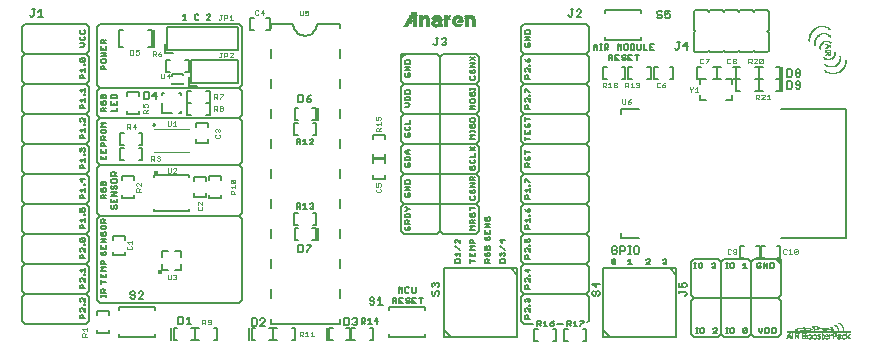
<source format=gbr>
G75*
G70*
%OFA0B0*%
%FSLAX24Y24*%
%IPPOS*%
%LPD*%
%AMOC8*
5,1,8,0,0,1.08239X$1,22.5*
%
%ADD10C,0.0060*%
%ADD11C,0.0050*%
%ADD12C,0.0040*%
%ADD13R,0.0157X0.0138*%
%ADD14R,0.0150X0.0150*%
%ADD15R,0.0045X0.0005*%
%ADD16R,0.0035X0.0005*%
%ADD17R,0.0025X0.0005*%
%ADD18R,0.0020X0.0005*%
%ADD19R,0.0085X0.0005*%
%ADD20R,0.0065X0.0005*%
%ADD21R,0.0050X0.0005*%
%ADD22R,0.0080X0.0005*%
%ADD23R,0.0055X0.0005*%
%ADD24R,0.0030X0.0005*%
%ADD25R,0.0100X0.0005*%
%ADD26R,0.0095X0.0005*%
%ADD27R,0.0075X0.0005*%
%ADD28R,0.0110X0.0005*%
%ADD29R,0.0060X0.0005*%
%ADD30R,0.0105X0.0005*%
%ADD31R,0.0115X0.0005*%
%ADD32R,0.0040X0.0005*%
%ADD33R,0.0010X0.0005*%
%ADD34R,0.0015X0.0005*%
%ADD35R,0.0005X0.0005*%
%ADD36R,0.0135X0.0005*%
%ADD37R,0.0125X0.0005*%
%ADD38R,0.0130X0.0005*%
%ADD39R,0.0090X0.0005*%
%ADD40R,0.0070X0.0005*%
%ADD41R,0.2120X0.0005*%
%ADD42R,0.0305X0.0005*%
%ADD43R,0.0155X0.0005*%
%ADD44R,0.0295X0.0005*%
%ADD45R,0.0145X0.0005*%
%ADD46R,0.0310X0.0005*%
%ADD47R,0.0265X0.0005*%
%ADD48R,0.0150X0.0005*%
%ADD49R,0.0200X0.0005*%
%ADD50R,0.0165X0.0005*%
%ADD51R,0.0260X0.0005*%
%ADD52R,0.0160X0.0005*%
%ADD53R,0.0250X0.0005*%
%ADD54R,0.0385X0.0005*%
%ADD55R,0.0335X0.0005*%
%ADD56R,0.0320X0.0005*%
%ADD57R,0.0195X0.0005*%
%ADD58R,0.0205X0.0005*%
%ADD59R,0.0210X0.0005*%
%ADD60R,0.0190X0.0005*%
%ADD61R,0.0075X0.0075*%
%ADD62C,0.0100*%
%ADD63R,0.0066X0.0002*%
%ADD64R,0.0148X0.0002*%
%ADD65R,0.0114X0.0002*%
%ADD66R,0.0142X0.0002*%
%ADD67R,0.0142X0.0002*%
%ADD68R,0.0090X0.0002*%
%ADD69R,0.0118X0.0002*%
%ADD70R,0.0146X0.0002*%
%ADD71R,0.0038X0.0002*%
%ADD72R,0.0148X0.0002*%
%ADD73R,0.0114X0.0002*%
%ADD74R,0.0142X0.0002*%
%ADD75R,0.0142X0.0002*%
%ADD76R,0.0110X0.0002*%
%ADD77R,0.0118X0.0002*%
%ADD78R,0.0146X0.0002*%
%ADD79R,0.0068X0.0002*%
%ADD80R,0.0122X0.0002*%
%ADD81R,0.0086X0.0002*%
%ADD82R,0.0130X0.0002*%
%ADD83R,0.0100X0.0002*%
%ADD84R,0.0140X0.0002*%
%ADD85R,0.0130X0.0002*%
%ADD86R,0.0160X0.0002*%
%ADD87R,0.0138X0.0002*%
%ADD88R,0.0148X0.0002*%
%ADD89R,0.0168X0.0002*%
%ADD90R,0.0174X0.0002*%
%ADD91R,0.0154X0.0002*%
%ADD92R,0.0178X0.0002*%
%ADD93R,0.0166X0.0002*%
%ADD94R,0.0184X0.0002*%
%ADD95R,0.0174X0.0002*%
%ADD96R,0.0188X0.0002*%
%ADD97R,0.0182X0.0002*%
%ADD98R,0.0192X0.0002*%
%ADD99R,0.0190X0.0002*%
%ADD100R,0.0198X0.0002*%
%ADD101R,0.0196X0.0002*%
%ADD102R,0.0202X0.0002*%
%ADD103R,0.0200X0.0002*%
%ADD104R,0.0148X0.0002*%
%ADD105R,0.0324X0.0002*%
%ADD106R,0.0208X0.0002*%
%ADD107R,0.0326X0.0002*%
%ADD108R,0.0212X0.0002*%
%ADD109R,0.0328X0.0002*%
%ADD110R,0.0216X0.0002*%
%ADD111R,0.0330X0.0002*%
%ADD112R,0.0224X0.0002*%
%ADD113R,0.0228X0.0002*%
%ADD114R,0.0332X0.0002*%
%ADD115R,0.0232X0.0002*%
%ADD116R,0.0334X0.0002*%
%ADD117R,0.0240X0.0002*%
%ADD118R,0.0336X0.0002*%
%ADD119R,0.0244X0.0002*%
%ADD120R,0.0338X0.0002*%
%ADD121R,0.0248X0.0002*%
%ADD122R,0.0340X0.0002*%
%ADD123R,0.0256X0.0002*%
%ADD124R,0.0340X0.0002*%
%ADD125R,0.0260X0.0002*%
%ADD126R,0.0342X0.0002*%
%ADD127R,0.0264X0.0002*%
%ADD128R,0.0344X0.0002*%
%ADD129R,0.0268X0.0002*%
%ADD130R,0.0270X0.0002*%
%ADD131R,0.0346X0.0002*%
%ADD132R,0.0274X0.0002*%
%ADD133R,0.0346X0.0002*%
%ADD134R,0.0278X0.0002*%
%ADD135R,0.0348X0.0002*%
%ADD136R,0.0282X0.0002*%
%ADD137R,0.0146X0.0002*%
%ADD138R,0.0286X0.0002*%
%ADD139R,0.0350X0.0002*%
%ADD140R,0.0290X0.0002*%
%ADD141R,0.0352X0.0002*%
%ADD142R,0.0294X0.0002*%
%ADD143R,0.0150X0.0002*%
%ADD144R,0.0182X0.0002*%
%ADD145R,0.0294X0.0002*%
%ADD146R,0.0298X0.0002*%
%ADD147R,0.0172X0.0002*%
%ADD148R,0.0302X0.0002*%
%ADD149R,0.0134X0.0002*%
%ADD150R,0.0306X0.0002*%
%ADD151R,0.0134X0.0002*%
%ADD152R,0.0164X0.0002*%
%ADD153R,0.0162X0.0002*%
%ADD154R,0.0138X0.0002*%
%ADD155R,0.0138X0.0002*%
%ADD156R,0.0128X0.0002*%
%ADD157R,0.0136X0.0002*%
%ADD158R,0.0158X0.0002*%
%ADD159R,0.0156X0.0002*%
%ADD160R,0.0126X0.0002*%
%ADD161R,0.0126X0.0002*%
%ADD162R,0.0154X0.0002*%
%ADD163R,0.0124X0.0002*%
%ADD164R,0.0124X0.0002*%
%ADD165R,0.0152X0.0002*%
%ADD166R,0.0122X0.0002*%
%ADD167R,0.0124X0.0002*%
%ADD168R,0.0150X0.0002*%
%ADD169R,0.0122X0.0002*%
%ADD170R,0.0120X0.0002*%
%ADD171R,0.0144X0.0002*%
%ADD172R,0.0120X0.0002*%
%ADD173R,0.0140X0.0002*%
%ADD174R,0.0136X0.0002*%
%ADD175R,0.0122X0.0002*%
%ADD176R,0.0218X0.0002*%
%ADD177R,0.0218X0.0002*%
%ADD178R,0.0218X0.0002*%
%ADD179R,0.0220X0.0002*%
%ADD180R,0.0126X0.0002*%
%ADD181R,0.0218X0.0002*%
%ADD182R,0.0216X0.0002*%
%ADD183R,0.0132X0.0002*%
%ADD184R,0.0214X0.0002*%
%ADD185R,0.0214X0.0002*%
%ADD186R,0.0214X0.0002*%
%ADD187R,0.0212X0.0002*%
%ADD188R,0.0210X0.0002*%
%ADD189R,0.0350X0.0002*%
%ADD190R,0.0210X0.0002*%
%ADD191R,0.0208X0.0002*%
%ADD192R,0.0206X0.0002*%
%ADD193R,0.0204X0.0002*%
%ADD194R,0.0216X0.0002*%
%ADD195R,0.0344X0.0002*%
%ADD196R,0.0128X0.0002*%
%ADD197R,0.0206X0.0002*%
%ADD198R,0.0202X0.0002*%
%ADD199R,0.0216X0.0002*%
%ADD200R,0.0338X0.0002*%
%ADD201R,0.0200X0.0002*%
%ADD202R,0.0198X0.0002*%
%ADD203R,0.0332X0.0002*%
%ADD204R,0.0328X0.0002*%
%ADD205R,0.0192X0.0002*%
%ADD206R,0.0324X0.0002*%
%ADD207R,0.0322X0.0002*%
%ADD208R,0.0320X0.0002*%
%ADD209R,0.0318X0.0002*%
%ADD210R,0.0186X0.0002*%
%ADD211R,0.0314X0.0002*%
%ADD212R,0.0186X0.0002*%
%ADD213R,0.0312X0.0002*%
%ADD214R,0.0184X0.0002*%
%ADD215R,0.0308X0.0002*%
%ADD216R,0.0182X0.0002*%
%ADD217R,0.0306X0.0002*%
%ADD218R,0.0180X0.0002*%
%ADD219R,0.0302X0.0002*%
%ADD220R,0.0178X0.0002*%
%ADD221R,0.0300X0.0002*%
%ADD222R,0.0152X0.0002*%
%ADD223R,0.0178X0.0002*%
%ADD224R,0.0296X0.0002*%
%ADD225R,0.0176X0.0002*%
%ADD226R,0.0284X0.0002*%
%ADD227R,0.0172X0.0002*%
%ADD228R,0.0280X0.0002*%
%ADD229R,0.0158X0.0002*%
%ADD230R,0.0136X0.0002*%
%ADD231R,0.0144X0.0002*%
%ADD232R,0.0136X0.0002*%
%ADD233R,0.0260X0.0002*%
%ADD234R,0.0144X0.0002*%
%ADD235R,0.0162X0.0002*%
%ADD236R,0.0144X0.0002*%
%ADD237R,0.0164X0.0002*%
%ADD238R,0.0134X0.0002*%
%ADD239R,0.0176X0.0002*%
%ADD240R,0.0178X0.0002*%
%ADD241R,0.0152X0.0002*%
%ADD242R,0.0194X0.0002*%
%ADD243R,0.0128X0.0002*%
%ADD244R,0.0004X0.0002*%
%ADD245R,0.0160X0.0002*%
%ADD246R,0.0156X0.0002*%
%ADD247R,0.0228X0.0002*%
%ADD248R,0.0156X0.0002*%
%ADD249R,0.0162X0.0002*%
%ADD250R,0.0166X0.0002*%
%ADD251R,0.0164X0.0002*%
%ADD252R,0.0138X0.0002*%
%ADD253R,0.0362X0.0002*%
%ADD254R,0.0362X0.0002*%
%ADD255R,0.0362X0.0002*%
%ADD256R,0.0362X0.0002*%
%ADD257R,0.0360X0.0002*%
%ADD258R,0.0358X0.0002*%
%ADD259R,0.0132X0.0002*%
%ADD260R,0.0358X0.0002*%
%ADD261R,0.0132X0.0002*%
%ADD262R,0.0356X0.0002*%
%ADD263R,0.0356X0.0002*%
%ADD264R,0.0342X0.0002*%
%ADD265R,0.0354X0.0002*%
%ADD266R,0.0354X0.0002*%
%ADD267R,0.0354X0.0002*%
%ADD268R,0.0354X0.0002*%
%ADD269R,0.0352X0.0002*%
%ADD270R,0.0336X0.0002*%
%ADD271R,0.0316X0.0002*%
%ADD272R,0.0334X0.0002*%
%ADD273R,0.0312X0.0002*%
%ADD274R,0.0348X0.0002*%
%ADD275R,0.0326X0.0002*%
%ADD276R,0.0304X0.0002*%
%ADD277R,0.0346X0.0002*%
%ADD278R,0.0322X0.0002*%
%ADD279R,0.0344X0.0002*%
%ADD280R,0.0316X0.0002*%
%ADD281R,0.0292X0.0002*%
%ADD282R,0.0146X0.0002*%
%ADD283R,0.0342X0.0002*%
%ADD284R,0.0310X0.0002*%
%ADD285R,0.0288X0.0002*%
%ADD286R,0.0342X0.0002*%
%ADD287R,0.0284X0.0002*%
%ADD288R,0.0304X0.0002*%
%ADD289R,0.0280X0.0002*%
%ADD290R,0.0276X0.0002*%
%ADD291R,0.0334X0.0002*%
%ADD292R,0.0296X0.0002*%
%ADD293R,0.0272X0.0002*%
%ADD294R,0.0334X0.0002*%
%ADD295R,0.0332X0.0002*%
%ADD296R,0.0266X0.0002*%
%ADD297R,0.0288X0.0002*%
%ADD298R,0.0326X0.0002*%
%ADD299R,0.0254X0.0002*%
%ADD300R,0.0324X0.0002*%
%ADD301R,0.0276X0.0002*%
%ADD302R,0.0252X0.0002*%
%ADD303R,0.0272X0.0002*%
%ADD304R,0.0318X0.0002*%
%ADD305R,0.0264X0.0002*%
%ADD306R,0.0098X0.0002*%
%ADD307R,0.0238X0.0002*%
%ADD308R,0.0096X0.0002*%
%ADD309R,0.0232X0.0002*%
%ADD310R,0.0314X0.0002*%
%ADD311R,0.0256X0.0002*%
%ADD312R,0.0094X0.0002*%
%ADD313R,0.0314X0.0002*%
%ADD314R,0.0252X0.0002*%
%ADD315R,0.0092X0.0002*%
%ADD316R,0.0222X0.0002*%
%ADD317R,0.0310X0.0002*%
%ADD318R,0.0246X0.0002*%
%ADD319R,0.0090X0.0002*%
%ADD320R,0.0088X0.0002*%
%ADD321R,0.0236X0.0002*%
%ADD322R,0.0204X0.0002*%
%ADD323R,0.0262X0.0002*%
%ADD324R,0.0084X0.0002*%
%ADD325R,0.0196X0.0002*%
%ADD326R,0.0304X0.0002*%
%ADD327R,0.0082X0.0002*%
%ADD328R,0.0168X0.0002*%
%ADD329R,0.0080X0.0002*%
%ADD330R,0.0258X0.0002*%
%ADD331R,0.0156X0.0002*%
%ADD332R,0.0076X0.0002*%
%ADD333R,0.0256X0.0002*%
%ADD334R,0.0074X0.0002*%
%ADD335R,0.0196X0.0002*%
%ADD336R,0.0070X0.0002*%
%ADD337R,0.0254X0.0002*%
%ADD338R,0.0064X0.0002*%
%ADD339R,0.0116X0.0002*%
%ADD340R,0.0060X0.0002*%
%ADD341R,0.0116X0.0002*%
%ADD342R,0.0104X0.0002*%
%ADD343R,0.0056X0.0002*%
%ADD344R,0.0106X0.0002*%
%ADD345R,0.0250X0.0002*%
%ADD346R,0.0052X0.0002*%
%ADD347R,0.0100X0.0002*%
%ADD348R,0.0096X0.0002*%
%ADD349R,0.0078X0.0002*%
%ADD350R,0.0046X0.0002*%
%ADD351R,0.0078X0.0002*%
%ADD352R,0.0062X0.0002*%
%ADD353R,0.0042X0.0002*%
%ADD354R,0.0062X0.0002*%
%ADD355R,0.0246X0.0002*%
%ADD356R,0.0046X0.0002*%
%ADD357R,0.0030X0.0002*%
%ADD358R,0.0040X0.0002*%
%ADD359R,0.0244X0.0002*%
%ADD360R,0.0242X0.0002*%
%ADD361R,0.0238X0.0002*%
%ADD362R,0.0234X0.0002*%
%ADD363R,0.0230X0.0002*%
%ADD364R,0.0226X0.0002*%
%ADD365R,0.0226X0.0002*%
%ADD366R,0.0222X0.0002*%
%ADD367R,0.0206X0.0002*%
%ADD368R,0.0204X0.0002*%
%ADD369R,0.0198X0.0002*%
%ADD370R,0.0196X0.0002*%
%ADD371R,0.0194X0.0002*%
%ADD372R,0.0192X0.0002*%
%ADD373R,0.0186X0.0002*%
%ADD374R,0.0186X0.0002*%
%ADD375R,0.0184X0.0002*%
%ADD376R,0.0180X0.0002*%
%ADD377R,0.0001X0.0025*%
%ADD378R,0.0001X0.0065*%
%ADD379R,0.0001X0.0087*%
%ADD380R,0.0001X0.0101*%
%ADD381R,0.0001X0.0111*%
%ADD382R,0.0001X0.0117*%
%ADD383R,0.0001X0.0122*%
%ADD384R,0.0001X0.0128*%
%ADD385R,0.0001X0.0134*%
%ADD386R,0.0001X0.0138*%
%ADD387R,0.0001X0.0144*%
%ADD388R,0.0001X0.0149*%
%ADD389R,0.0001X0.0154*%
%ADD390R,0.0001X0.0158*%
%ADD391R,0.0001X0.0162*%
%ADD392R,0.0001X0.0166*%
%ADD393R,0.0001X0.0170*%
%ADD394R,0.0001X0.0173*%
%ADD395R,0.0001X0.0177*%
%ADD396R,0.0001X0.0181*%
%ADD397R,0.0001X0.0183*%
%ADD398R,0.0001X0.0186*%
%ADD399R,0.0001X0.0188*%
%ADD400R,0.0001X0.0191*%
%ADD401R,0.0001X0.0193*%
%ADD402R,0.0001X0.0194*%
%ADD403R,0.0001X0.0196*%
%ADD404R,0.0001X0.0197*%
%ADD405R,0.0001X0.0197*%
%ADD406R,0.0001X0.0147*%
%ADD407R,0.0001X0.0026*%
%ADD408R,0.0001X0.0129*%
%ADD409R,0.0001X0.0009*%
%ADD410R,0.0001X0.0123*%
%ADD411R,0.0001X0.0117*%
%ADD412R,0.0001X0.0111*%
%ADD413R,0.0001X0.0106*%
%ADD414R,0.0001X0.0103*%
%ADD415R,0.0001X0.0100*%
%ADD416R,0.0001X0.0097*%
%ADD417R,0.0001X0.0093*%
%ADD418R,0.0001X0.0091*%
%ADD419R,0.0001X0.0089*%
%ADD420R,0.0001X0.0087*%
%ADD421R,0.0001X0.0086*%
%ADD422R,0.0001X0.0084*%
%ADD423R,0.0001X0.0082*%
%ADD424R,0.0001X0.0081*%
%ADD425R,0.0001X0.0079*%
%ADD426R,0.0001X0.0078*%
%ADD427R,0.0001X0.0076*%
%ADD428R,0.0001X0.0075*%
%ADD429R,0.0001X0.0074*%
%ADD430R,0.0001X0.0073*%
%ADD431R,0.0001X0.0072*%
%ADD432R,0.0001X0.0071*%
%ADD433R,0.0001X0.0070*%
%ADD434R,0.0001X0.0069*%
%ADD435R,0.0001X0.0068*%
%ADD436R,0.0001X0.0068*%
%ADD437R,0.0001X0.0067*%
%ADD438R,0.0001X0.0066*%
%ADD439R,0.0001X0.0064*%
%ADD440R,0.0001X0.0063*%
%ADD441R,0.0001X0.0063*%
%ADD442R,0.0001X0.0063*%
%ADD443R,0.0001X0.0062*%
%ADD444R,0.0001X0.0061*%
%ADD445R,0.0001X0.0061*%
%ADD446R,0.0001X0.0060*%
%ADD447R,0.0001X0.0060*%
%ADD448R,0.0001X0.0059*%
%ADD449R,0.0001X0.0059*%
%ADD450R,0.0001X0.0059*%
%ADD451R,0.0001X0.0058*%
%ADD452R,0.0001X0.0058*%
%ADD453R,0.0001X0.0057*%
%ADD454R,0.0001X0.0057*%
%ADD455R,0.0001X0.0056*%
%ADD456R,0.0001X0.0056*%
%ADD457R,0.0001X0.0055*%
%ADD458R,0.0001X0.0054*%
%ADD459R,0.0001X0.0054*%
%ADD460R,0.0001X0.0053*%
%ADD461R,0.0001X0.0053*%
%ADD462R,0.0001X0.0052*%
%ADD463R,0.0001X0.0052*%
%ADD464R,0.0001X0.0051*%
%ADD465R,0.0001X0.0050*%
%ADD466R,0.0001X0.0050*%
%ADD467R,0.0001X0.0049*%
%ADD468R,0.0001X0.0049*%
%ADD469R,0.0001X0.0049*%
%ADD470R,0.0001X0.0048*%
%ADD471R,0.0001X0.0048*%
%ADD472R,0.0001X0.0047*%
%ADD473R,0.0001X0.0047*%
%ADD474R,0.0001X0.0046*%
%ADD475R,0.0001X0.0046*%
%ADD476R,0.0001X0.0046*%
%ADD477R,0.0001X0.0045*%
%ADD478R,0.0001X0.0045*%
%ADD479R,0.0001X0.0044*%
%ADD480R,0.0001X0.0044*%
%ADD481R,0.0001X0.0044*%
%ADD482R,0.0001X0.0044*%
%ADD483R,0.0001X0.0043*%
%ADD484R,0.0001X0.0043*%
%ADD485R,0.0001X0.0042*%
%ADD486R,0.0001X0.0042*%
%ADD487R,0.0001X0.0042*%
%ADD488R,0.0001X0.0041*%
%ADD489R,0.0001X0.0041*%
%ADD490R,0.0001X0.0041*%
%ADD491R,0.0001X0.0040*%
%ADD492R,0.0001X0.0040*%
%ADD493R,0.0001X0.0039*%
%ADD494R,0.0001X0.0039*%
%ADD495R,0.0001X0.0039*%
%ADD496R,0.0001X0.0038*%
%ADD497R,0.0001X0.0038*%
%ADD498R,0.0001X0.0039*%
%ADD499R,0.0001X0.0038*%
%ADD500R,0.0001X0.0037*%
%ADD501R,0.0001X0.0038*%
%ADD502R,0.0001X0.0037*%
%ADD503R,0.0001X0.0037*%
%ADD504R,0.0001X0.0036*%
%ADD505R,0.0001X0.0037*%
%ADD506R,0.0001X0.0036*%
%ADD507R,0.0001X0.0027*%
%ADD508R,0.0001X0.0077*%
%ADD509R,0.0001X0.0036*%
%ADD510R,0.0001X0.0092*%
%ADD511R,0.0001X0.0036*%
%ADD512R,0.0001X0.0116*%
%ADD513R,0.0001X0.0124*%
%ADD514R,0.0001X0.0130*%
%ADD515R,0.0001X0.0136*%
%ADD516R,0.0001X0.0141*%
%ADD517R,0.0001X0.0146*%
%ADD518R,0.0001X0.0150*%
%ADD519R,0.0001X0.0157*%
%ADD520R,0.0001X0.0161*%
%ADD521R,0.0001X0.0164*%
%ADD522R,0.0001X0.0035*%
%ADD523R,0.0001X0.0168*%
%ADD524R,0.0001X0.0171*%
%ADD525R,0.0001X0.0174*%
%ADD526R,0.0001X0.0035*%
%ADD527R,0.0001X0.0177*%
%ADD528R,0.0001X0.0180*%
%ADD529R,0.0001X0.0181*%
%ADD530R,0.0001X0.0183*%
%ADD531R,0.0001X0.0187*%
%ADD532R,0.0001X0.0034*%
%ADD533R,0.0001X0.0190*%
%ADD534R,0.0001X0.0191*%
%ADD535R,0.0001X0.0034*%
%ADD536R,0.0001X0.0195*%
%ADD537R,0.0001X0.0118*%
%ADD538R,0.0001X0.0051*%
%ADD539R,0.0001X0.0103*%
%ADD540R,0.0001X0.0032*%
%ADD541R,0.0001X0.0099*%
%ADD542R,0.0001X0.0024*%
%ADD543R,0.0001X0.0094*%
%ADD544R,0.0001X0.0010*%
%ADD545R,0.0001X0.0090*%
%ADD546R,0.0001X0.0004*%
%ADD547R,0.0001X0.0034*%
%ADD548R,0.0001X0.0087*%
%ADD549R,0.0001X0.0085*%
%ADD550R,0.0001X0.0082*%
%ADD551R,0.0001X0.0033*%
%ADD552R,0.0001X0.0080*%
%ADD553R,0.0001X0.0079*%
%ADD554R,0.0001X0.0034*%
%ADD555R,0.0001X0.0077*%
%ADD556R,0.0001X0.0033*%
%ADD557R,0.0001X0.0073*%
%ADD558R,0.0001X0.0033*%
%ADD559R,0.0001X0.0072*%
%ADD560R,0.0001X0.0071*%
%ADD561R,0.0001X0.0066*%
%ADD562R,0.0001X0.0033*%
%ADD563R,0.0001X0.0032*%
%ADD564R,0.0001X0.0061*%
%ADD565R,0.0001X0.0032*%
%ADD566R,0.0001X0.0057*%
%ADD567R,0.0001X0.0056*%
%ADD568R,0.0001X0.0056*%
%ADD569R,0.0001X0.0054*%
%ADD570R,0.0001X0.0054*%
%ADD571R,0.0001X0.0053*%
%ADD572R,0.0001X0.0053*%
%ADD573R,0.0001X0.0051*%
%ADD574R,0.0001X0.0051*%
%ADD575R,0.0001X0.0046*%
%ADD576R,0.0001X0.0031*%
%ADD577R,0.0001X0.0031*%
%ADD578R,0.0001X0.0032*%
%ADD579R,0.0001X0.0031*%
%ADD580R,0.0001X0.0043*%
%ADD581R,0.0001X0.0031*%
%ADD582R,0.0001X0.0030*%
%ADD583R,0.0001X0.0030*%
%ADD584R,0.0001X0.0029*%
%ADD585R,0.0001X0.0029*%
%ADD586R,0.0001X0.0029*%
%ADD587R,0.0001X0.0029*%
%ADD588R,0.0001X0.0018*%
%ADD589R,0.0001X0.0001*%
%ADD590R,0.0001X0.0062*%
%ADD591R,0.0001X0.0072*%
%ADD592R,0.0001X0.0095*%
%ADD593R,0.0001X0.0104*%
%ADD594R,0.0001X0.0109*%
%ADD595R,0.0001X0.0112*%
%ADD596R,0.0001X0.0115*%
%ADD597R,0.0001X0.0119*%
%ADD598R,0.0001X0.0121*%
%ADD599R,0.0001X0.0127*%
%ADD600R,0.0001X0.0129*%
%ADD601R,0.0001X0.0131*%
%ADD602R,0.0001X0.0133*%
%ADD603R,0.0001X0.0136*%
%ADD604R,0.0001X0.0137*%
%ADD605R,0.0001X0.0139*%
%ADD606R,0.0001X0.0140*%
%ADD607R,0.0001X0.0141*%
%ADD608R,0.0001X0.0020*%
%ADD609R,0.0001X0.0090*%
%ADD610R,0.0001X0.0006*%
%ADD611R,0.0001X0.0076*%
%ADD612R,0.0001X0.0071*%
%ADD613R,0.0001X0.0070*%
%ADD614R,0.0001X0.0065*%
%ADD615R,0.0001X0.0064*%
%ADD616R,0.0001X0.0064*%
%ADD617R,0.0001X0.0055*%
%ADD618R,0.0001X0.0047*%
%ADD619R,0.0001X0.0028*%
%ADD620R,0.0001X0.0043*%
%ADD621R,0.0001X0.0028*%
%ADD622R,0.0001X0.0042*%
%ADD623R,0.0001X0.0004*%
%ADD624R,0.0001X0.0014*%
%ADD625R,0.0001X0.0018*%
%ADD626R,0.0001X0.0022*%
%ADD627R,0.0001X0.0022*%
%ADD628R,0.0001X0.0023*%
%ADD629R,0.0001X0.0026*%
%ADD630R,0.0001X0.0028*%
%ADD631R,0.0001X0.0005*%
%ADD632R,0.0001X0.0013*%
%ADD633R,0.0001X0.0015*%
%ADD634R,0.0001X0.0017*%
%ADD635R,0.0001X0.0019*%
%ADD636R,0.0001X0.0010*%
%ADD637R,0.0001X0.0024*%
%ADD638R,0.0001X0.0014*%
%ADD639R,0.0001X0.0025*%
%ADD640R,0.0001X0.0026*%
%ADD641R,0.0001X0.0020*%
%ADD642R,0.0001X0.0027*%
%ADD643R,0.0001X0.0022*%
%ADD644R,0.0001X0.0024*%
%ADD645R,0.0001X0.0022*%
%ADD646R,0.0001X0.0066*%
%ADD647R,0.0001X0.0024*%
%ADD648R,0.0001X0.0028*%
%ADD649R,0.0001X0.0023*%
%ADD650R,0.0001X0.0023*%
%ADD651R,0.0001X0.0023*%
%ADD652R,0.0001X0.0117*%
%ADD653R,0.0001X0.0115*%
%ADD654R,0.0001X0.0114*%
%ADD655R,0.0001X0.0113*%
%ADD656R,0.0001X0.0113*%
%ADD657R,0.0001X0.0110*%
%ADD658R,0.0001X0.0109*%
%ADD659R,0.0001X0.0108*%
%ADD660R,0.0001X0.0107*%
%ADD661R,0.0001X0.0107*%
%ADD662R,0.0001X0.0106*%
%ADD663R,0.0001X0.0105*%
%ADD664R,0.0001X0.0104*%
%ADD665R,0.0001X0.0021*%
%ADD666R,0.0001X0.0081*%
%ADD667R,0.0001X0.0021*%
%ADD668R,0.0001X0.0021*%
%ADD669R,0.0001X0.0078*%
%ADD670R,0.0001X0.0021*%
%ADD671R,0.0001X0.0077*%
%ADD672R,0.0001X0.0075*%
%ADD673R,0.0001X0.0079*%
%ADD674R,0.0001X0.0083*%
%ADD675R,0.0001X0.0084*%
%ADD676R,0.0001X0.0086*%
%ADD677R,0.0001X0.0088*%
%ADD678R,0.0001X0.0089*%
%ADD679R,0.0001X0.0091*%
%ADD680R,0.0001X0.0093*%
%ADD681R,0.0001X0.0026*%
%ADD682R,0.0001X0.0027*%
%ADD683R,0.0001X0.0101*%
%ADD684R,0.0001X0.0099*%
%ADD685R,0.0001X0.0019*%
%ADD686R,0.0001X0.0098*%
%ADD687R,0.0001X0.0017*%
%ADD688R,0.0001X0.0096*%
%ADD689R,0.0001X0.0012*%
%ADD690R,0.0001X0.0095*%
%ADD691R,0.0001X0.0006*%
%ADD692R,0.0001X0.0092*%
%ADD693R,0.0001X0.0083*%
%ADD694R,0.0001X0.0080*%
%ADD695R,0.0001X0.0014*%
%ADD696R,0.0001X0.0071*%
%ADD697R,0.0001X0.0019*%
%ADD698R,0.0001X0.0041*%
%ADD699R,0.0001X0.0057*%
%ADD700R,0.0001X0.0064*%
%ADD701R,0.0001X0.0072*%
%ADD702R,0.0001X0.0074*%
%ADD703R,0.0001X0.0013*%
%ADD704R,0.0001X0.0102*%
%ADD705R,0.0001X0.0140*%
%ADD706R,0.0001X0.0138*%
%ADD707R,0.0001X0.0136*%
%ADD708R,0.0001X0.0135*%
%ADD709R,0.0001X0.0132*%
%ADD710R,0.0001X0.0129*%
%ADD711R,0.0001X0.0127*%
%ADD712R,0.0001X0.0125*%
%ADD713R,0.0001X0.0123*%
%ADD714R,0.0001X0.0120*%
%ADD715R,0.0001X0.0114*%
%ADD716R,0.0001X0.0109*%
%ADD717R,0.0001X0.0096*%
%ADD718R,0.0001X0.0091*%
%ADD719R,0.0001X0.0086*%
%ADD720R,0.0001X0.0047*%
%ADD721R,0.0001X0.0049*%
%ADD722R,0.0001X0.0066*%
%ADD723R,0.0001X0.0069*%
%ADD724R,0.0001X0.0078*%
%ADD725R,0.0001X0.0081*%
%ADD726R,0.0001X0.0084*%
%ADD727R,0.0001X0.0005*%
%ADD728R,0.0001X0.0104*%
%ADD729R,0.0001X0.0112*%
%ADD730R,0.0001X0.0192*%
%ADD731R,0.0001X0.0191*%
%ADD732R,0.0001X0.0189*%
%ADD733R,0.0001X0.0185*%
%ADD734R,0.0001X0.0179*%
%ADD735R,0.0001X0.0171*%
%ADD736R,0.0001X0.0168*%
%ADD737R,0.0001X0.0165*%
%ADD738R,0.0001X0.0154*%
%ADD739R,0.0001X0.0151*%
%ADD740R,0.0001X0.0147*%
%ADD741R,0.0001X0.0143*%
%ADD742R,0.0001X0.0138*%
%ADD743R,0.0001X0.0134*%
%ADD744R,0.0001X0.0129*%
%ADD745R,0.0001X0.0123*%
%ADD746R,0.0001X0.0116*%
%ADD747R,0.0001X0.0106*%
%ADD748R,0.0001X0.0092*%
%ADD749R,0.0001X0.0078*%
%ADD750R,0.0001X0.0048*%
%ADD751R,0.0001X0.0052*%
%ADD752R,0.0001X0.0058*%
%ADD753R,0.0001X0.0061*%
%ADD754R,0.0001X0.0062*%
%ADD755R,0.0001X0.0069*%
%ADD756R,0.0001X0.0073*%
%ADD757R,0.0001X0.0076*%
%ADD758R,0.0001X0.0081*%
%ADD759R,0.0001X0.0085*%
%ADD760R,0.0001X0.0087*%
%ADD761R,0.0001X0.0098*%
%ADD762R,0.0001X0.0104*%
%ADD763R,0.0001X0.0118*%
%ADD764R,0.0001X0.0128*%
%ADD765R,0.0001X0.0141*%
%ADD766R,0.0001X0.0180*%
%ADD767R,0.0001X0.0178*%
%ADD768R,0.0001X0.0175*%
%ADD769R,0.0001X0.0173*%
%ADD770R,0.0001X0.0167*%
%ADD771R,0.0001X0.0164*%
%ADD772R,0.0001X0.0161*%
%ADD773R,0.0001X0.0156*%
%ADD774R,0.0001X0.0152*%
%ADD775R,0.0001X0.0145*%
%ADD776R,0.0001X0.0124*%
%ADD777R,0.0001X0.0120*%
%ADD778R,0.0001X0.0114*%
%ADD779R,0.0001X0.0106*%
D10*
X014665Y009663D02*
X014785Y009663D01*
X014825Y009703D01*
X014825Y009863D01*
X014785Y009903D01*
X014665Y009903D01*
X014665Y009663D01*
X014941Y009663D02*
X015101Y009663D01*
X015021Y009663D02*
X015021Y009903D01*
X014941Y009823D01*
X013501Y010513D02*
X013341Y010513D01*
X013501Y010673D01*
X013501Y010713D01*
X013461Y010753D01*
X013381Y010753D01*
X013341Y010713D01*
X013225Y010713D02*
X013185Y010753D01*
X013105Y010753D01*
X013065Y010713D01*
X013065Y010673D01*
X013105Y010633D01*
X013185Y010633D01*
X013225Y010593D01*
X013225Y010553D01*
X013185Y010513D01*
X013105Y010513D01*
X013065Y010553D01*
X017115Y009853D02*
X017115Y009613D01*
X017235Y009613D01*
X017275Y009653D01*
X017275Y009813D01*
X017235Y009853D01*
X017115Y009853D01*
X017391Y009813D02*
X017431Y009853D01*
X017511Y009853D01*
X017551Y009813D01*
X017551Y009773D01*
X017391Y009613D01*
X017551Y009613D01*
X017735Y009683D02*
X017735Y009833D01*
X017735Y009683D02*
X020035Y009683D01*
X020035Y009833D01*
X020187Y009861D02*
X020187Y009621D01*
X020307Y009621D01*
X020347Y009661D01*
X020347Y009821D01*
X020307Y009861D01*
X020187Y009861D01*
X020463Y009821D02*
X020503Y009861D01*
X020583Y009861D01*
X020623Y009821D01*
X020623Y009781D01*
X020583Y009741D01*
X020623Y009701D01*
X020623Y009661D01*
X020583Y009621D01*
X020503Y009621D01*
X020463Y009661D01*
X020543Y009741D02*
X020583Y009741D01*
X020771Y009736D02*
X020859Y009736D01*
X020888Y009766D01*
X020888Y009825D01*
X020859Y009854D01*
X020771Y009854D01*
X020771Y009678D01*
X020830Y009736D02*
X020888Y009678D01*
X020988Y009678D02*
X021106Y009678D01*
X021047Y009678D02*
X021047Y009854D01*
X020988Y009795D01*
X021206Y009766D02*
X021323Y009766D01*
X021294Y009678D02*
X021294Y009854D01*
X021206Y009766D01*
X021160Y010313D02*
X021080Y010313D01*
X021040Y010353D01*
X021080Y010433D02*
X021160Y010433D01*
X021200Y010393D01*
X021200Y010353D01*
X021160Y010313D01*
X021080Y010433D02*
X021040Y010473D01*
X021040Y010513D01*
X021080Y010553D01*
X021160Y010553D01*
X021200Y010513D01*
X021316Y010473D02*
X021396Y010553D01*
X021396Y010313D01*
X021316Y010313D02*
X021476Y010313D01*
X020035Y010533D02*
X020035Y010833D01*
X020035Y011533D02*
X020035Y011833D01*
X019101Y012263D02*
X018941Y012103D01*
X018941Y012063D01*
X018825Y012103D02*
X018825Y012263D01*
X018785Y012303D01*
X018665Y012303D01*
X018665Y012063D01*
X018785Y012063D01*
X018825Y012103D01*
X018941Y012303D02*
X019101Y012303D01*
X019101Y012263D01*
X020035Y012533D02*
X020035Y012833D01*
X020035Y013533D02*
X020035Y013833D01*
X019167Y013660D02*
X019167Y013630D01*
X019138Y013601D01*
X019167Y013571D01*
X019167Y013542D01*
X019138Y013513D01*
X019079Y013513D01*
X019050Y013542D01*
X019108Y013601D02*
X019138Y013601D01*
X019167Y013660D02*
X019138Y013689D01*
X019079Y013689D01*
X019050Y013660D01*
X018891Y013689D02*
X018891Y013513D01*
X018832Y013513D02*
X018950Y013513D01*
X018832Y013630D02*
X018891Y013689D01*
X018732Y013660D02*
X018732Y013601D01*
X018703Y013571D01*
X018615Y013571D01*
X018673Y013571D02*
X018732Y013513D01*
X018615Y013513D02*
X018615Y013689D01*
X018703Y013689D01*
X018732Y013660D01*
X017735Y013533D02*
X017735Y013833D01*
X017735Y014533D02*
X017735Y014833D01*
X017735Y015533D02*
X017735Y015833D01*
X018615Y015839D02*
X018615Y015663D01*
X018615Y015721D02*
X018703Y015721D01*
X018732Y015751D01*
X018732Y015810D01*
X018703Y015839D01*
X018615Y015839D01*
X018673Y015721D02*
X018732Y015663D01*
X018832Y015663D02*
X018950Y015663D01*
X018891Y015663D02*
X018891Y015839D01*
X018832Y015780D01*
X019050Y015810D02*
X019079Y015839D01*
X019138Y015839D01*
X019167Y015810D01*
X019167Y015780D01*
X019050Y015663D01*
X019167Y015663D01*
X020035Y015533D02*
X020035Y015833D01*
X020035Y016533D02*
X020035Y016833D01*
X019101Y017103D02*
X019101Y017143D01*
X019061Y017183D01*
X018941Y017183D01*
X018941Y017103D01*
X018981Y017063D01*
X019061Y017063D01*
X019101Y017103D01*
X019021Y017263D02*
X018941Y017183D01*
X019021Y017263D02*
X019101Y017303D01*
X018825Y017263D02*
X018785Y017303D01*
X018665Y017303D01*
X018665Y017063D01*
X018785Y017063D01*
X018825Y017103D01*
X018825Y017263D01*
X020035Y017533D02*
X020035Y017833D01*
X020035Y018533D02*
X020035Y018833D01*
X020035Y019533D02*
X020035Y019683D01*
X019285Y019683D01*
X019283Y019644D01*
X019277Y019605D01*
X019268Y019567D01*
X019255Y019530D01*
X019238Y019494D01*
X019218Y019461D01*
X019194Y019429D01*
X019168Y019400D01*
X019139Y019374D01*
X019107Y019350D01*
X019074Y019330D01*
X019038Y019313D01*
X019001Y019300D01*
X018963Y019291D01*
X018924Y019285D01*
X018885Y019283D01*
X018846Y019285D01*
X018807Y019291D01*
X018769Y019300D01*
X018732Y019313D01*
X018696Y019330D01*
X018663Y019350D01*
X018631Y019374D01*
X018602Y019400D01*
X018576Y019429D01*
X018552Y019461D01*
X018532Y019494D01*
X018515Y019530D01*
X018502Y019567D01*
X018493Y019605D01*
X018487Y019644D01*
X018485Y019683D01*
X017735Y019683D01*
X017735Y019533D01*
X017735Y018833D02*
X017735Y018533D01*
X017735Y017833D02*
X017735Y017533D01*
X017735Y016833D02*
X017735Y016533D01*
X020035Y014833D02*
X020035Y014533D01*
X017735Y012833D02*
X017735Y012533D01*
X017735Y011833D02*
X017735Y011533D01*
X017735Y010833D02*
X017735Y010533D01*
X023114Y010653D02*
X023154Y010613D01*
X023194Y010613D01*
X023234Y010653D01*
X023234Y010733D01*
X023274Y010773D01*
X023314Y010773D01*
X023355Y010733D01*
X023355Y010653D01*
X023314Y010613D01*
X023114Y010653D02*
X023114Y010733D01*
X023154Y010773D01*
X023154Y010889D02*
X023114Y010929D01*
X023114Y011009D01*
X023154Y011049D01*
X023194Y011049D01*
X023234Y011009D01*
X023274Y011049D01*
X023314Y011049D01*
X023355Y011009D01*
X023355Y010929D01*
X023314Y010889D01*
X023234Y010969D02*
X023234Y011009D01*
X026621Y009776D02*
X026621Y009600D01*
X026621Y009658D02*
X026709Y009658D01*
X026738Y009688D01*
X026738Y009747D01*
X026709Y009776D01*
X026621Y009776D01*
X026680Y009658D02*
X026738Y009600D01*
X026838Y009600D02*
X026956Y009600D01*
X026897Y009600D02*
X026897Y009776D01*
X026838Y009717D01*
X027056Y009688D02*
X027144Y009688D01*
X027173Y009658D01*
X027173Y009629D01*
X027144Y009600D01*
X027085Y009600D01*
X027056Y009629D01*
X027056Y009688D01*
X027115Y009747D01*
X027173Y009776D01*
X027621Y009776D02*
X027621Y009600D01*
X027621Y009658D02*
X027709Y009658D01*
X027738Y009688D01*
X027738Y009747D01*
X027709Y009776D01*
X027621Y009776D01*
X027680Y009658D02*
X027738Y009600D01*
X027838Y009600D02*
X027956Y009600D01*
X027897Y009600D02*
X027897Y009776D01*
X027838Y009717D01*
X028056Y009776D02*
X028173Y009776D01*
X028173Y009747D01*
X028056Y009629D01*
X028056Y009600D01*
X028504Y010613D02*
X028544Y010613D01*
X028584Y010653D01*
X028584Y010733D01*
X028624Y010773D01*
X028664Y010773D01*
X028705Y010733D01*
X028705Y010653D01*
X028664Y010613D01*
X028504Y010613D02*
X028464Y010653D01*
X028464Y010733D01*
X028504Y010773D01*
X028584Y010889D02*
X028584Y011049D01*
X028464Y011009D02*
X028584Y010889D01*
X028464Y011009D02*
X028705Y011009D01*
X029155Y012013D02*
X029235Y012013D01*
X029275Y012053D01*
X029275Y012133D01*
X029195Y012133D01*
X029275Y012213D02*
X029235Y012253D01*
X029155Y012253D01*
X029115Y012213D01*
X029115Y012053D01*
X029155Y012013D01*
X029391Y012013D02*
X029391Y012253D01*
X029511Y012253D01*
X029551Y012213D01*
X029551Y012133D01*
X029511Y012093D01*
X029391Y012093D01*
X029667Y012013D02*
X029747Y012013D01*
X029707Y012013D02*
X029707Y012253D01*
X029667Y012253D02*
X029747Y012253D01*
X029851Y012213D02*
X029851Y012053D01*
X029891Y012013D01*
X029971Y012013D01*
X030011Y012053D01*
X030011Y012213D01*
X029971Y012253D01*
X029891Y012253D01*
X029851Y012213D01*
X031364Y011049D02*
X031364Y010889D01*
X031484Y010889D01*
X031444Y010969D01*
X031444Y011009D01*
X031484Y011049D01*
X031564Y011049D01*
X031605Y011009D01*
X031605Y010929D01*
X031564Y010889D01*
X031564Y010733D02*
X031364Y010733D01*
X031364Y010693D02*
X031364Y010773D01*
X031564Y010733D02*
X031605Y010693D01*
X031605Y010653D01*
X031564Y010613D01*
X034965Y017513D02*
X035085Y017513D01*
X035125Y017553D01*
X035125Y017713D01*
X035085Y017753D01*
X034965Y017753D01*
X034965Y017513D01*
X035241Y017553D02*
X035281Y017513D01*
X035361Y017513D01*
X035401Y017553D01*
X035401Y017713D01*
X035361Y017753D01*
X035281Y017753D01*
X035241Y017713D01*
X035241Y017673D01*
X035281Y017633D01*
X035401Y017633D01*
X035361Y017913D02*
X035281Y017913D01*
X035241Y017953D01*
X035241Y017993D01*
X035281Y018033D01*
X035361Y018033D01*
X035401Y017993D01*
X035401Y017953D01*
X035361Y017913D01*
X035361Y018033D02*
X035401Y018073D01*
X035401Y018113D01*
X035361Y018153D01*
X035281Y018153D01*
X035241Y018113D01*
X035241Y018073D01*
X035281Y018033D01*
X035125Y018113D02*
X035085Y018153D01*
X034965Y018153D01*
X034965Y017913D01*
X035085Y017913D01*
X035125Y017953D01*
X035125Y018113D01*
X031651Y018933D02*
X031491Y018933D01*
X031611Y019053D01*
X031611Y018813D01*
X031335Y018853D02*
X031335Y019053D01*
X031295Y019053D02*
X031375Y019053D01*
X031335Y018853D02*
X031295Y018813D01*
X031255Y018813D01*
X031215Y018853D01*
X031011Y019863D02*
X030931Y019863D01*
X030891Y019903D01*
X030891Y019983D02*
X030971Y020023D01*
X031011Y020023D01*
X031051Y019983D01*
X031051Y019903D01*
X031011Y019863D01*
X030891Y019983D02*
X030891Y020103D01*
X031051Y020103D01*
X030775Y020063D02*
X030735Y020103D01*
X030655Y020103D01*
X030615Y020063D01*
X030615Y020023D01*
X030655Y019983D01*
X030735Y019983D01*
X030775Y019943D01*
X030775Y019903D01*
X030735Y019863D01*
X030655Y019863D01*
X030615Y019903D01*
X028101Y019913D02*
X027941Y019913D01*
X028101Y020073D01*
X028101Y020113D01*
X028061Y020153D01*
X027981Y020153D01*
X027941Y020113D01*
X027825Y020153D02*
X027745Y020153D01*
X027785Y020153D02*
X027785Y019953D01*
X027745Y019913D01*
X027705Y019913D01*
X027665Y019953D01*
X023601Y019163D02*
X023601Y019123D01*
X023561Y019083D01*
X023601Y019043D01*
X023601Y019003D01*
X023561Y018963D01*
X023481Y018963D01*
X023441Y019003D01*
X023521Y019083D02*
X023561Y019083D01*
X023601Y019163D02*
X023561Y019203D01*
X023481Y019203D01*
X023441Y019163D01*
X023325Y019203D02*
X023245Y019203D01*
X023285Y019203D02*
X023285Y019003D01*
X023245Y018963D01*
X023205Y018963D01*
X023165Y019003D01*
X013951Y017283D02*
X013791Y017283D01*
X013911Y017403D01*
X013911Y017163D01*
X013675Y017203D02*
X013675Y017363D01*
X013635Y017403D01*
X013515Y017403D01*
X013515Y017163D01*
X013635Y017163D01*
X013675Y017203D01*
X010151Y019913D02*
X009991Y019913D01*
X010071Y019913D02*
X010071Y020153D01*
X009991Y020073D01*
X009875Y020153D02*
X009795Y020153D01*
X009835Y020153D02*
X009835Y019953D01*
X009795Y019913D01*
X009755Y019913D01*
X009715Y019953D01*
D11*
X009535Y019683D02*
X011585Y019683D01*
X011685Y019583D01*
X011685Y018783D01*
X011585Y018683D01*
X009535Y018683D01*
X009435Y018583D01*
X009435Y017783D01*
X009535Y017683D01*
X011585Y017683D01*
X011685Y017783D01*
X011685Y018583D01*
X011585Y018683D01*
X011528Y018526D02*
X011560Y018495D01*
X011560Y018433D01*
X011528Y018401D01*
X011404Y018526D01*
X011528Y018526D01*
X011404Y018526D02*
X011373Y018495D01*
X011373Y018433D01*
X011404Y018401D01*
X011528Y018401D01*
X011528Y018324D02*
X011560Y018324D01*
X011560Y018293D01*
X011528Y018293D01*
X011528Y018324D01*
X011560Y018199D02*
X011560Y018075D01*
X011560Y018137D02*
X011373Y018137D01*
X011435Y018075D01*
X011404Y017982D02*
X011466Y017982D01*
X011497Y017951D01*
X011497Y017858D01*
X011560Y017858D02*
X011373Y017858D01*
X011373Y017951D01*
X011404Y017982D01*
X011585Y017683D02*
X011685Y017583D01*
X011685Y016783D01*
X011585Y016683D01*
X009535Y016683D01*
X009435Y016583D01*
X009435Y015783D01*
X009535Y015683D01*
X011585Y015683D01*
X011685Y015783D01*
X011685Y016583D01*
X011585Y016683D01*
X011560Y016526D02*
X011560Y016401D01*
X011435Y016526D01*
X011404Y016526D01*
X011373Y016495D01*
X011373Y016433D01*
X011404Y016401D01*
X011528Y016324D02*
X011560Y016324D01*
X011560Y016293D01*
X011528Y016293D01*
X011528Y016324D01*
X011560Y016199D02*
X011560Y016075D01*
X011560Y016137D02*
X011373Y016137D01*
X011435Y016075D01*
X011404Y015982D02*
X011466Y015982D01*
X011497Y015951D01*
X011497Y015858D01*
X011560Y015858D02*
X011373Y015858D01*
X011373Y015951D01*
X011404Y015982D01*
X011585Y015683D02*
X011685Y015583D01*
X011685Y014783D01*
X011585Y014683D01*
X009535Y014683D01*
X009435Y014583D01*
X009435Y013783D01*
X009535Y013683D01*
X011585Y013683D01*
X011685Y013783D01*
X011685Y014583D01*
X011585Y014683D01*
X011560Y014858D02*
X011373Y014858D01*
X011373Y014951D01*
X011404Y014982D01*
X011466Y014982D01*
X011497Y014951D01*
X011497Y014858D01*
X011435Y015075D02*
X011373Y015137D01*
X011560Y015137D01*
X011560Y015075D02*
X011560Y015199D01*
X011560Y015293D02*
X011560Y015324D01*
X011528Y015324D01*
X011528Y015293D01*
X011560Y015293D01*
X011528Y015401D02*
X011560Y015433D01*
X011560Y015495D01*
X011528Y015526D01*
X011497Y015526D01*
X011466Y015495D01*
X011466Y015464D01*
X011466Y015495D02*
X011435Y015526D01*
X011404Y015526D01*
X011373Y015495D01*
X011373Y015433D01*
X011404Y015401D01*
X012073Y015375D02*
X012260Y015375D01*
X012260Y015499D01*
X012260Y015593D02*
X012073Y015593D01*
X012073Y015686D01*
X012104Y015717D01*
X012166Y015717D01*
X012197Y015686D01*
X012197Y015593D01*
X012073Y015499D02*
X012073Y015375D01*
X012073Y015282D02*
X012073Y015158D01*
X012260Y015158D01*
X012260Y015282D01*
X012166Y015220D02*
X012166Y015158D01*
X012166Y015375D02*
X012166Y015437D01*
X012197Y015810D02*
X012197Y015903D01*
X012166Y015934D01*
X012104Y015934D01*
X012073Y015903D01*
X012073Y015810D01*
X012260Y015810D01*
X012197Y015872D02*
X012260Y015934D01*
X012228Y016028D02*
X012260Y016059D01*
X012260Y016121D01*
X012228Y016152D01*
X012104Y016152D01*
X012073Y016121D01*
X012073Y016059D01*
X012104Y016028D01*
X012228Y016028D01*
X012260Y016245D02*
X012073Y016245D01*
X012135Y016307D01*
X012073Y016369D01*
X012260Y016369D01*
X012035Y016533D02*
X011935Y016633D01*
X011935Y017433D01*
X012035Y017533D01*
X011935Y017633D01*
X011935Y019583D01*
X012035Y019683D01*
X016685Y019683D01*
X016785Y019583D01*
X016785Y017633D01*
X016685Y017533D01*
X016785Y017433D01*
X016785Y016633D01*
X016685Y016533D01*
X016785Y016433D01*
X016785Y015083D01*
X016685Y014983D01*
X016785Y014883D01*
X016785Y013383D01*
X016685Y013283D01*
X016785Y013183D01*
X016785Y010483D01*
X016685Y010383D01*
X012035Y010383D01*
X011935Y010483D01*
X011935Y013183D01*
X012035Y013283D01*
X011935Y013383D01*
X011935Y014883D01*
X012035Y014983D01*
X011935Y015083D01*
X011935Y016433D01*
X012035Y016533D01*
X016685Y016533D01*
X015710Y016633D02*
X015710Y017033D01*
X015710Y017433D01*
X015585Y017433D01*
X015288Y017610D02*
X015012Y017610D01*
X015012Y017886D01*
X015010Y018083D02*
X015010Y018483D01*
X014885Y018483D01*
X015091Y018476D02*
X015091Y017689D01*
X016666Y017689D01*
X016666Y018476D01*
X015091Y018476D01*
X015010Y018083D02*
X014885Y018083D01*
X014810Y018008D02*
X014810Y017958D01*
X014810Y018008D02*
X014460Y018008D01*
X014460Y017958D01*
X014385Y018083D02*
X014260Y018083D01*
X014260Y018483D01*
X014385Y018483D01*
X014488Y018710D02*
X014212Y018710D01*
X014212Y018986D01*
X014291Y018789D02*
X014291Y019576D01*
X016653Y019576D01*
X016653Y018789D01*
X014291Y018789D01*
X013860Y018908D02*
X013860Y019458D01*
X013785Y019458D02*
X013785Y018908D01*
X013660Y018908D01*
X013660Y019458D02*
X013785Y019458D01*
X014810Y019808D02*
X014934Y019808D01*
X014872Y019808D02*
X014872Y019994D01*
X014810Y019932D01*
X015210Y019963D02*
X015210Y019839D01*
X015241Y019808D01*
X015303Y019808D01*
X015334Y019839D01*
X015334Y019963D02*
X015303Y019994D01*
X015241Y019994D01*
X015210Y019963D01*
X015610Y019963D02*
X015641Y019994D01*
X015703Y019994D01*
X015734Y019963D01*
X015734Y019932D01*
X015610Y019808D01*
X015734Y019808D01*
X017060Y019883D02*
X017060Y019483D01*
X017185Y019483D01*
X017585Y019483D02*
X017710Y019483D01*
X017710Y019883D01*
X017585Y019883D01*
X017185Y019883D02*
X017060Y019883D01*
X014810Y017708D02*
X014810Y017658D01*
X014460Y017658D01*
X014460Y017708D01*
X014695Y017358D02*
X014760Y017358D01*
X014760Y017293D01*
X014960Y017433D02*
X014960Y017033D01*
X015085Y017033D01*
X014960Y017033D01*
X014960Y016633D01*
X015085Y016633D01*
X015235Y016358D02*
X015235Y016233D01*
X015235Y016358D02*
X015635Y016358D01*
X015635Y016233D01*
X015635Y015833D02*
X015635Y015708D01*
X015235Y015708D01*
X015235Y015833D01*
X015585Y016633D02*
X015710Y016633D01*
X015710Y017033D02*
X015585Y017033D01*
X015710Y017033D01*
X015085Y017433D02*
X014960Y017433D01*
X014175Y017358D02*
X014110Y017358D01*
X014110Y017293D01*
X014110Y017033D02*
X014110Y016708D01*
X014435Y016708D01*
X014695Y016708D02*
X014760Y016708D01*
X014760Y016773D01*
X013335Y016783D02*
X013335Y016658D01*
X012935Y016658D01*
X012935Y016783D01*
X012610Y016758D02*
X012610Y016882D01*
X012610Y016975D02*
X012423Y016975D01*
X012423Y017099D01*
X012423Y017193D02*
X012423Y017286D01*
X012454Y017317D01*
X012578Y017317D01*
X012610Y017286D01*
X012610Y017193D01*
X012423Y017193D01*
X012260Y017193D02*
X012260Y017286D01*
X012228Y017317D01*
X012197Y017317D01*
X012166Y017286D01*
X012166Y017193D01*
X012073Y017193D02*
X012260Y017193D01*
X012228Y017099D02*
X012166Y017099D01*
X012166Y017037D01*
X012104Y016975D02*
X012228Y016975D01*
X012260Y017006D01*
X012260Y017068D01*
X012228Y017099D01*
X012104Y017099D02*
X012073Y017068D01*
X012073Y017006D01*
X012104Y016975D01*
X012104Y016882D02*
X012166Y016882D01*
X012197Y016851D01*
X012197Y016758D01*
X012197Y016820D02*
X012260Y016882D01*
X012260Y016758D02*
X012073Y016758D01*
X012073Y016851D01*
X012104Y016882D01*
X012423Y016758D02*
X012610Y016758D01*
X012610Y016975D02*
X012610Y017099D01*
X012516Y017037D02*
X012516Y016975D01*
X012166Y017286D02*
X012135Y017317D01*
X012104Y017317D01*
X012073Y017286D01*
X012073Y017193D01*
X012035Y017533D02*
X016685Y017533D01*
X018535Y016883D02*
X018535Y016483D01*
X018660Y016483D01*
X018635Y016383D02*
X018510Y016383D01*
X018510Y015983D01*
X018635Y015983D01*
X019135Y015983D02*
X019260Y015983D01*
X019260Y016383D01*
X019135Y016383D01*
X019110Y016483D02*
X019235Y016483D01*
X019235Y016883D01*
X019110Y016883D01*
X019310Y016883D02*
X019310Y016483D01*
X018660Y016883D02*
X018535Y016883D01*
X021135Y015958D02*
X021535Y015958D01*
X021535Y015833D01*
X021135Y015833D02*
X021135Y015958D01*
X022085Y015783D02*
X022085Y016583D01*
X022185Y016683D01*
X024585Y016683D01*
X024685Y016583D01*
X024685Y015783D01*
X024585Y015683D01*
X022185Y015683D01*
X022085Y015783D01*
X022185Y015683D02*
X022085Y015583D01*
X022085Y014783D01*
X022185Y014683D01*
X024585Y014683D01*
X024685Y014583D01*
X024685Y013783D01*
X024585Y013683D01*
X024685Y013583D01*
X024685Y012783D01*
X024585Y012683D01*
X023485Y012683D01*
X023385Y012783D01*
X023385Y013683D01*
X023385Y018583D01*
X023485Y018683D01*
X024585Y018683D01*
X024685Y018583D01*
X024685Y017783D01*
X024585Y017683D01*
X022185Y017683D01*
X022085Y017783D01*
X022085Y018533D01*
X022235Y018683D01*
X023285Y018683D01*
X023385Y018583D01*
X022396Y018433D02*
X022396Y018340D01*
X022209Y018340D01*
X022209Y018433D01*
X022240Y018464D01*
X022365Y018464D01*
X022396Y018433D01*
X022396Y018247D02*
X022209Y018247D01*
X022209Y018123D02*
X022396Y018247D01*
X022396Y018123D02*
X022209Y018123D01*
X022240Y018029D02*
X022209Y017998D01*
X022209Y017936D01*
X022240Y017905D01*
X022365Y017905D01*
X022396Y017936D01*
X022396Y017998D01*
X022365Y018029D01*
X022303Y018029D01*
X022303Y017967D01*
X022185Y017683D02*
X022085Y017583D01*
X022085Y016783D01*
X022185Y016683D01*
X022209Y016905D02*
X022334Y016905D01*
X022396Y016967D01*
X022334Y017029D01*
X022209Y017029D01*
X022209Y017123D02*
X022209Y017216D01*
X022240Y017247D01*
X022365Y017247D01*
X022396Y017216D01*
X022396Y017123D01*
X022209Y017123D01*
X022209Y017340D02*
X022209Y017433D01*
X022240Y017464D01*
X022365Y017464D01*
X022396Y017433D01*
X022396Y017340D01*
X022209Y017340D01*
X022396Y016464D02*
X022396Y016340D01*
X022209Y016340D01*
X022240Y016247D02*
X022209Y016216D01*
X022209Y016154D01*
X022240Y016123D01*
X022365Y016123D01*
X022396Y016154D01*
X022396Y016216D01*
X022365Y016247D01*
X022365Y016029D02*
X022396Y015998D01*
X022396Y015936D01*
X022365Y015905D01*
X022303Y015936D02*
X022303Y015998D01*
X022334Y016029D01*
X022365Y016029D01*
X022303Y015936D02*
X022271Y015905D01*
X022240Y015905D01*
X022209Y015936D01*
X022209Y015998D01*
X022240Y016029D01*
X022271Y015464D02*
X022396Y015464D01*
X022303Y015464D02*
X022303Y015340D01*
X022271Y015340D02*
X022209Y015402D01*
X022271Y015464D01*
X022271Y015340D02*
X022396Y015340D01*
X022365Y015247D02*
X022240Y015247D01*
X022209Y015216D01*
X022209Y015123D01*
X022396Y015123D01*
X022396Y015216D01*
X022365Y015247D01*
X022365Y015029D02*
X022396Y014998D01*
X022396Y014936D01*
X022365Y014905D01*
X022303Y014936D02*
X022303Y014998D01*
X022334Y015029D01*
X022365Y015029D01*
X022303Y014936D02*
X022271Y014905D01*
X022240Y014905D01*
X022209Y014936D01*
X022209Y014998D01*
X022240Y015029D01*
X022185Y014683D02*
X022085Y014583D01*
X022085Y013783D01*
X022185Y013683D01*
X022085Y013583D01*
X022085Y012783D01*
X022185Y012683D01*
X023285Y012683D01*
X023385Y012783D01*
X023873Y012453D02*
X023873Y012391D01*
X023904Y012360D01*
X023873Y012267D02*
X024060Y012143D01*
X024060Y012049D02*
X024060Y011925D01*
X024060Y011987D02*
X023873Y011987D01*
X023935Y011925D01*
X023904Y011832D02*
X023873Y011801D01*
X023873Y011708D01*
X024060Y011708D01*
X024060Y011801D01*
X024028Y011832D01*
X023904Y011832D01*
X024373Y011832D02*
X024373Y011708D01*
X024373Y011770D02*
X024560Y011770D01*
X024560Y011925D02*
X024560Y012049D01*
X024560Y012143D02*
X024373Y012143D01*
X024435Y012205D01*
X024373Y012267D01*
X024560Y012267D01*
X024560Y012360D02*
X024373Y012360D01*
X024373Y012453D01*
X024404Y012484D01*
X024466Y012484D01*
X024497Y012453D01*
X024497Y012360D01*
X024873Y012236D02*
X024904Y012267D01*
X024935Y012267D01*
X024966Y012236D01*
X024966Y012143D01*
X024873Y012143D02*
X024873Y012236D01*
X024873Y012143D02*
X025060Y012143D01*
X025060Y012236D01*
X025028Y012267D01*
X024997Y012267D01*
X024966Y012236D01*
X024966Y012049D02*
X024966Y011987D01*
X024966Y012049D02*
X025028Y012049D01*
X025060Y012018D01*
X025060Y011956D01*
X025028Y011925D01*
X024904Y011925D01*
X024873Y011956D01*
X024873Y012018D01*
X024904Y012049D01*
X024904Y011832D02*
X024966Y011832D01*
X024997Y011801D01*
X024997Y011708D01*
X024997Y011770D02*
X025060Y011832D01*
X025060Y011708D02*
X024873Y011708D01*
X024873Y011801D01*
X024904Y011832D01*
X024560Y011925D02*
X024373Y011925D01*
X024373Y012049D01*
X024466Y011987D02*
X024466Y011925D01*
X024060Y012360D02*
X023935Y012484D01*
X023904Y012484D01*
X023873Y012453D01*
X024060Y012484D02*
X024060Y012360D01*
X024373Y012808D02*
X024435Y012870D01*
X024373Y012932D01*
X024560Y012932D01*
X024560Y013025D02*
X024373Y013025D01*
X024373Y013118D01*
X024404Y013149D01*
X024466Y013149D01*
X024497Y013118D01*
X024497Y013025D01*
X024497Y013087D02*
X024560Y013149D01*
X024528Y013243D02*
X024560Y013274D01*
X024560Y013336D01*
X024528Y013367D01*
X024497Y013367D01*
X024466Y013336D01*
X024466Y013274D01*
X024435Y013243D01*
X024404Y013243D01*
X024373Y013274D01*
X024373Y013336D01*
X024404Y013367D01*
X024373Y013460D02*
X024373Y013584D01*
X024373Y013522D02*
X024560Y013522D01*
X024585Y013683D02*
X023385Y013683D01*
X022185Y013683D01*
X022209Y013564D02*
X022240Y013564D01*
X022303Y013502D01*
X022396Y013502D01*
X022303Y013502D02*
X022240Y013440D01*
X022209Y013440D01*
X022240Y013347D02*
X022209Y013316D01*
X022209Y013223D01*
X022396Y013223D01*
X022396Y013316D01*
X022365Y013347D01*
X022240Y013347D01*
X022240Y013129D02*
X022303Y013129D01*
X022334Y013098D01*
X022334Y013005D01*
X022396Y013005D02*
X022209Y013005D01*
X022209Y013098D01*
X022240Y013129D01*
X022334Y013067D02*
X022396Y013129D01*
X022365Y012912D02*
X022396Y012881D01*
X022396Y012819D01*
X022365Y012788D01*
X022303Y012819D02*
X022271Y012788D01*
X022240Y012788D01*
X022209Y012819D01*
X022209Y012881D01*
X022240Y012912D01*
X022303Y012881D02*
X022334Y012912D01*
X022365Y012912D01*
X022303Y012881D02*
X022303Y012819D01*
X022365Y013905D02*
X022396Y013936D01*
X022396Y013998D01*
X022365Y014029D01*
X022303Y014029D01*
X022303Y013967D01*
X022365Y013905D02*
X022240Y013905D01*
X022209Y013936D01*
X022209Y013998D01*
X022240Y014029D01*
X022209Y014123D02*
X022396Y014247D01*
X022209Y014247D01*
X022209Y014340D02*
X022209Y014433D01*
X022240Y014464D01*
X022365Y014464D01*
X022396Y014433D01*
X022396Y014340D01*
X022209Y014340D01*
X022209Y014123D02*
X022396Y014123D01*
X021535Y014518D02*
X021535Y014643D01*
X021535Y014518D02*
X021135Y014518D01*
X021135Y014643D01*
X021135Y015043D02*
X021135Y015168D01*
X021535Y015168D01*
X021535Y015043D01*
X021535Y015208D02*
X021135Y015208D01*
X021135Y015333D01*
X021535Y015333D02*
X021535Y015208D01*
X024373Y015243D02*
X024560Y015243D01*
X024560Y015367D01*
X024560Y015460D02*
X024373Y015460D01*
X024466Y015491D02*
X024560Y015584D01*
X024585Y015683D02*
X024685Y015583D01*
X024685Y014783D01*
X024585Y014683D01*
X024560Y014584D02*
X024497Y014522D01*
X024497Y014553D02*
X024497Y014460D01*
X024560Y014460D02*
X024373Y014460D01*
X024373Y014553D01*
X024404Y014584D01*
X024466Y014584D01*
X024497Y014553D01*
X024560Y014367D02*
X024373Y014367D01*
X024373Y014243D02*
X024560Y014367D01*
X024560Y014243D02*
X024373Y014243D01*
X024404Y014149D02*
X024373Y014118D01*
X024373Y014056D01*
X024404Y014025D01*
X024435Y014025D01*
X024466Y014056D01*
X024466Y014118D01*
X024497Y014149D01*
X024528Y014149D01*
X024560Y014118D01*
X024560Y014056D01*
X024528Y014025D01*
X024528Y013932D02*
X024560Y013901D01*
X024560Y013839D01*
X024528Y013808D01*
X024404Y013808D01*
X024373Y013839D01*
X024373Y013901D01*
X024404Y013932D01*
X024904Y013234D02*
X024873Y013203D01*
X024873Y013141D01*
X024904Y013110D01*
X024935Y013110D01*
X024966Y013141D01*
X024966Y013203D01*
X024997Y013234D01*
X025028Y013234D01*
X025060Y013203D01*
X025060Y013141D01*
X025028Y013110D01*
X025060Y013017D02*
X024873Y013017D01*
X024873Y012893D02*
X025060Y013017D01*
X025060Y012893D02*
X024873Y012893D01*
X024873Y012799D02*
X024873Y012675D01*
X025060Y012675D01*
X025060Y012799D01*
X024966Y012737D02*
X024966Y012675D01*
X024997Y012582D02*
X025028Y012582D01*
X025060Y012551D01*
X025060Y012489D01*
X025028Y012458D01*
X024966Y012489D02*
X024966Y012551D01*
X024997Y012582D01*
X024904Y012582D02*
X024873Y012551D01*
X024873Y012489D01*
X024904Y012458D01*
X024935Y012458D01*
X024966Y012489D01*
X025373Y012453D02*
X025466Y012360D01*
X025466Y012484D01*
X025560Y012453D02*
X025373Y012453D01*
X025373Y012267D02*
X025560Y012143D01*
X025528Y012049D02*
X025560Y012018D01*
X025560Y011956D01*
X025528Y011925D01*
X025466Y011987D02*
X025466Y012018D01*
X025497Y012049D01*
X025528Y012049D01*
X025466Y012018D02*
X025435Y012049D01*
X025404Y012049D01*
X025373Y012018D01*
X025373Y011956D01*
X025404Y011925D01*
X025404Y011832D02*
X025373Y011801D01*
X025373Y011708D01*
X025560Y011708D01*
X025560Y011801D01*
X025528Y011832D01*
X025404Y011832D01*
X025735Y011523D02*
X025965Y011293D01*
X025965Y011523D01*
X025735Y011523D01*
X023505Y011523D01*
X023505Y009473D01*
X023735Y009243D01*
X025965Y009243D01*
X025965Y011293D01*
X026209Y011157D02*
X026209Y011095D01*
X026240Y011064D01*
X026240Y010971D02*
X026303Y010971D01*
X026334Y010940D01*
X026334Y010846D01*
X026396Y010846D02*
X026209Y010846D01*
X026209Y010940D01*
X026240Y010971D01*
X026396Y011064D02*
X026271Y011188D01*
X026240Y011188D01*
X026209Y011157D01*
X026396Y011188D02*
X026396Y011064D01*
X026396Y011281D02*
X026396Y011312D01*
X026365Y011312D01*
X026365Y011281D01*
X026396Y011281D01*
X026303Y011390D02*
X026303Y011514D01*
X026396Y011483D02*
X026209Y011483D01*
X026303Y011390D01*
X026085Y011583D02*
X026185Y011683D01*
X028235Y011683D01*
X028335Y011583D01*
X028335Y010783D01*
X028235Y010683D01*
X026185Y010683D01*
X026085Y010783D01*
X026085Y011583D01*
X026185Y011683D02*
X026085Y011783D01*
X026085Y012583D01*
X026185Y012683D01*
X028235Y012683D01*
X028335Y012583D01*
X028335Y011783D01*
X028235Y011683D01*
X028805Y011523D02*
X031035Y011523D01*
X031265Y011293D01*
X031265Y011523D01*
X031035Y011523D01*
X030903Y011658D02*
X030934Y011689D01*
X030934Y011720D01*
X030903Y011751D01*
X030872Y011751D01*
X030903Y011751D02*
X030934Y011782D01*
X030934Y011813D01*
X030903Y011844D01*
X030841Y011844D01*
X030810Y011813D01*
X030810Y011689D02*
X030841Y011658D01*
X030903Y011658D01*
X031265Y011293D02*
X031265Y009243D01*
X029035Y009243D01*
X028805Y009473D01*
X028805Y011523D01*
X029110Y011689D02*
X029234Y011813D01*
X029234Y011689D01*
X029203Y011658D01*
X029141Y011658D01*
X029110Y011689D01*
X029110Y011813D01*
X029141Y011844D01*
X029203Y011844D01*
X029234Y011813D01*
X029660Y011782D02*
X029722Y011844D01*
X029722Y011658D01*
X029660Y011658D02*
X029784Y011658D01*
X030260Y011658D02*
X030384Y011782D01*
X030384Y011813D01*
X030353Y011844D01*
X030291Y011844D01*
X030260Y011813D01*
X030260Y011658D02*
X030384Y011658D01*
X031735Y011733D02*
X031735Y010633D01*
X031835Y010533D01*
X031735Y010433D01*
X031735Y009333D01*
X031835Y009233D01*
X032635Y009233D01*
X032735Y009333D01*
X032735Y011733D01*
X032835Y011833D01*
X033635Y011833D01*
X033735Y011733D01*
X033735Y009333D01*
X033635Y009233D01*
X032835Y009233D01*
X032735Y009333D01*
X032614Y009358D02*
X032490Y009358D01*
X032614Y009482D01*
X032614Y009513D01*
X032583Y009544D01*
X032521Y009544D01*
X032490Y009513D01*
X032179Y009513D02*
X032148Y009544D01*
X032086Y009544D01*
X032055Y009513D01*
X032055Y009389D01*
X032086Y009358D01*
X032148Y009358D01*
X032179Y009389D01*
X032179Y009513D01*
X031972Y009544D02*
X031910Y009544D01*
X031941Y009544D02*
X031941Y009358D01*
X031910Y009358D02*
X031972Y009358D01*
X032910Y009358D02*
X032972Y009358D01*
X032941Y009358D02*
X032941Y009544D01*
X032910Y009544D02*
X032972Y009544D01*
X033055Y009513D02*
X033055Y009389D01*
X033086Y009358D01*
X033148Y009358D01*
X033179Y009389D01*
X033179Y009513D01*
X033148Y009544D01*
X033086Y009544D01*
X033055Y009513D01*
X033490Y009513D02*
X033521Y009544D01*
X033583Y009544D01*
X033614Y009513D01*
X033490Y009389D01*
X033521Y009358D01*
X033583Y009358D01*
X033614Y009389D01*
X033614Y009513D01*
X033490Y009513D02*
X033490Y009389D01*
X033735Y009333D02*
X033835Y009233D01*
X034635Y009233D01*
X034735Y009333D01*
X034735Y010433D01*
X034635Y010533D01*
X031835Y010533D01*
X031862Y011521D02*
X031924Y011521D01*
X031893Y011521D02*
X031893Y011708D01*
X031862Y011708D02*
X031924Y011708D01*
X032007Y011677D02*
X032038Y011708D01*
X032100Y011708D01*
X032131Y011677D01*
X032131Y011553D01*
X032100Y011521D01*
X032038Y011521D01*
X032007Y011553D01*
X032007Y011677D01*
X031835Y011833D02*
X031735Y011733D01*
X031835Y011833D02*
X032635Y011833D01*
X032735Y011733D01*
X032566Y011677D02*
X032566Y011646D01*
X032535Y011615D01*
X032566Y011584D01*
X032566Y011553D01*
X032535Y011521D01*
X032473Y011521D01*
X032442Y011553D01*
X032504Y011615D02*
X032535Y011615D01*
X032566Y011677D02*
X032535Y011708D01*
X032473Y011708D01*
X032442Y011677D01*
X032912Y011708D02*
X032974Y011708D01*
X032943Y011708D02*
X032943Y011521D01*
X032912Y011521D02*
X032974Y011521D01*
X033057Y011553D02*
X033088Y011521D01*
X033150Y011521D01*
X033181Y011553D01*
X033181Y011677D01*
X033150Y011708D01*
X033088Y011708D01*
X033057Y011677D01*
X033057Y011553D01*
X033492Y011521D02*
X033616Y011521D01*
X033554Y011521D02*
X033554Y011708D01*
X033492Y011646D01*
X033515Y011883D02*
X033390Y011883D01*
X033390Y012283D01*
X033515Y012283D01*
X033915Y012283D02*
X034040Y012283D01*
X034040Y011883D01*
X033915Y011883D01*
X033835Y011833D02*
X034585Y011833D01*
X034735Y011683D01*
X034735Y010633D01*
X034635Y010533D01*
X034538Y009544D02*
X034445Y009544D01*
X034445Y009358D01*
X034538Y009358D01*
X034569Y009389D01*
X034569Y009513D01*
X034538Y009544D01*
X034351Y009513D02*
X034320Y009544D01*
X034227Y009544D01*
X034227Y009358D01*
X034320Y009358D01*
X034351Y009389D01*
X034351Y009513D01*
X034134Y009544D02*
X034134Y009420D01*
X034072Y009358D01*
X034010Y009420D01*
X034010Y009544D01*
X033988Y011521D02*
X034050Y011521D01*
X034081Y011553D01*
X034081Y011615D01*
X034019Y011615D01*
X033957Y011677D02*
X033957Y011553D01*
X033988Y011521D01*
X033957Y011677D02*
X033988Y011708D01*
X034050Y011708D01*
X034081Y011677D01*
X034175Y011708D02*
X034175Y011521D01*
X034299Y011521D02*
X034175Y011708D01*
X034299Y011708D02*
X034299Y011521D01*
X034392Y011521D02*
X034485Y011521D01*
X034516Y011553D01*
X034516Y011677D01*
X034485Y011708D01*
X034392Y011708D01*
X034392Y011521D01*
X034585Y011833D02*
X034635Y011833D01*
X034685Y011833D01*
X034735Y011783D01*
X034735Y011733D01*
X034635Y011833D01*
X034685Y011833D02*
X034735Y011833D01*
X034735Y011783D01*
X034735Y011733D02*
X034735Y011683D01*
X034730Y011883D02*
X034605Y011883D01*
X034730Y011883D02*
X034730Y012283D01*
X034605Y012283D01*
X034742Y012521D02*
X036907Y012521D01*
X036907Y016851D01*
X034742Y016851D01*
X034725Y017433D02*
X034600Y017433D01*
X034725Y017433D02*
X034725Y017833D01*
X034725Y018233D01*
X034600Y018233D01*
X034800Y018233D02*
X034800Y017833D01*
X034800Y017433D01*
X034725Y017833D02*
X034600Y017833D01*
X034725Y017833D01*
X034150Y017833D02*
X034025Y017833D01*
X034025Y018233D01*
X034150Y018233D01*
X034010Y018233D02*
X034010Y017833D01*
X033885Y017833D01*
X034010Y017833D01*
X034010Y017433D01*
X033885Y017433D01*
X034025Y017433D02*
X034025Y017833D01*
X034150Y017833D01*
X034150Y017433D02*
X034025Y017433D01*
X033385Y017433D02*
X033260Y017433D01*
X033260Y017833D01*
X033135Y017833D01*
X033105Y017833D02*
X032925Y017833D01*
X033105Y017833D02*
X033105Y017653D01*
X033260Y017833D02*
X033260Y018233D01*
X033135Y018233D01*
X033260Y018233D02*
X033260Y017833D01*
X033385Y017833D01*
X033260Y017833D01*
X032735Y017833D02*
X032610Y017833D01*
X032485Y017833D01*
X032610Y017833D02*
X032610Y018233D01*
X032485Y018233D01*
X032610Y018233D02*
X032735Y018233D01*
X032610Y018233D02*
X032610Y017833D01*
X032245Y017833D02*
X032065Y017833D01*
X032065Y017653D01*
X032085Y017833D02*
X031960Y017833D01*
X031960Y018233D01*
X032085Y018233D01*
X032285Y018733D02*
X031885Y018733D01*
X031835Y018783D01*
X031835Y019383D01*
X031885Y019433D01*
X031835Y019483D01*
X031835Y020083D01*
X031885Y020133D01*
X032285Y020133D01*
X032335Y020083D01*
X032385Y020133D01*
X032785Y020133D01*
X032835Y020083D01*
X032885Y020133D01*
X033285Y020133D01*
X033335Y020083D01*
X033385Y020133D01*
X033785Y020133D01*
X033835Y020083D01*
X033885Y020133D01*
X034285Y020133D01*
X034335Y020083D01*
X034335Y019483D01*
X034285Y019433D01*
X034335Y019383D01*
X034335Y018783D01*
X034285Y018733D01*
X033885Y018733D01*
X033835Y018783D01*
X033785Y018733D01*
X033385Y018733D01*
X033335Y018783D01*
X033285Y018733D01*
X032885Y018733D01*
X032835Y018783D01*
X032785Y018733D01*
X032385Y018733D01*
X032335Y018783D01*
X032285Y018733D01*
X033260Y018233D02*
X033385Y018233D01*
X033885Y018233D02*
X034010Y018233D01*
X033105Y017313D02*
X033105Y017133D01*
X032925Y017133D01*
X032245Y017133D02*
X032065Y017133D01*
X032065Y017313D01*
X031160Y017833D02*
X031035Y017833D01*
X031160Y017833D02*
X031160Y018233D01*
X031035Y018233D01*
X030635Y018233D02*
X030510Y018233D01*
X030510Y017833D01*
X030635Y017833D01*
X030410Y017833D02*
X030410Y018233D01*
X030285Y018233D01*
X029942Y018458D02*
X029942Y018644D01*
X029880Y018644D02*
X030004Y018644D01*
X029991Y018808D02*
X030053Y018808D01*
X030084Y018839D01*
X030084Y018994D01*
X030177Y018994D02*
X030177Y018808D01*
X030301Y018808D01*
X030395Y018808D02*
X030519Y018808D01*
X030457Y018901D02*
X030395Y018901D01*
X030395Y018994D02*
X030395Y018808D01*
X030395Y018994D02*
X030519Y018994D01*
X030075Y019141D02*
X028894Y019141D01*
X028894Y019231D01*
X028872Y018994D02*
X028965Y018994D01*
X028996Y018963D01*
X028996Y018901D01*
X028965Y018870D01*
X028872Y018870D01*
X028934Y018870D02*
X028996Y018808D01*
X028872Y018808D02*
X028872Y018994D01*
X028789Y018994D02*
X028727Y018994D01*
X028758Y018994D02*
X028758Y018808D01*
X028727Y018808D02*
X028789Y018808D01*
X028634Y018808D02*
X028634Y018932D01*
X028572Y018994D01*
X028510Y018932D01*
X028510Y018808D01*
X028510Y018901D02*
X028634Y018901D01*
X028335Y018783D02*
X028335Y019583D01*
X028235Y019683D01*
X026185Y019683D01*
X026085Y019583D01*
X026085Y018783D01*
X026185Y018683D01*
X026085Y018583D01*
X026085Y017783D01*
X026185Y017683D01*
X028235Y017683D01*
X028335Y017583D01*
X028335Y016783D01*
X028235Y016683D01*
X026185Y016683D01*
X026085Y016783D01*
X026085Y017583D01*
X026185Y017683D01*
X026209Y017846D02*
X026209Y017940D01*
X026240Y017971D01*
X026303Y017971D01*
X026334Y017940D01*
X026334Y017846D01*
X026396Y017846D02*
X026209Y017846D01*
X026240Y018064D02*
X026209Y018095D01*
X026209Y018157D01*
X026240Y018188D01*
X026271Y018188D01*
X026396Y018064D01*
X026396Y018188D01*
X026396Y018281D02*
X026396Y018312D01*
X026365Y018312D01*
X026365Y018281D01*
X026396Y018281D01*
X026365Y018390D02*
X026396Y018421D01*
X026396Y018483D01*
X026365Y018514D01*
X026334Y018514D01*
X026303Y018483D01*
X026303Y018390D01*
X026365Y018390D01*
X026303Y018390D02*
X026240Y018452D01*
X026209Y018514D01*
X026185Y018683D02*
X028235Y018683D01*
X028335Y018583D01*
X028335Y017783D01*
X028235Y017683D01*
X028810Y017833D02*
X028810Y018233D01*
X028935Y018233D01*
X029010Y018458D02*
X029010Y018644D01*
X029103Y018644D01*
X029134Y018613D01*
X029134Y018551D01*
X029103Y018520D01*
X029010Y018520D01*
X029072Y018520D02*
X029134Y018458D01*
X029227Y018458D02*
X029351Y018458D01*
X029445Y018489D02*
X029476Y018458D01*
X029538Y018458D01*
X029569Y018489D01*
X029569Y018520D01*
X029538Y018551D01*
X029476Y018551D01*
X029445Y018582D01*
X029445Y018613D01*
X029476Y018644D01*
X029538Y018644D01*
X029569Y018613D01*
X029662Y018644D02*
X029662Y018458D01*
X029786Y018458D01*
X029724Y018551D02*
X029662Y018551D01*
X029662Y018644D02*
X029786Y018644D01*
X029742Y018808D02*
X029835Y018808D01*
X029866Y018839D01*
X029866Y018963D01*
X029835Y018994D01*
X029742Y018994D01*
X029742Y018808D01*
X029649Y018839D02*
X029649Y018963D01*
X029618Y018994D01*
X029556Y018994D01*
X029525Y018963D01*
X029525Y018839D01*
X029556Y018808D01*
X029618Y018808D01*
X029649Y018839D01*
X029431Y018808D02*
X029431Y018994D01*
X029369Y018932D01*
X029307Y018994D01*
X029307Y018808D01*
X029351Y018644D02*
X029227Y018644D01*
X029227Y018458D01*
X029227Y018551D02*
X029289Y018551D01*
X029435Y018233D02*
X029560Y018233D01*
X029560Y017833D01*
X029435Y017833D01*
X029660Y017833D02*
X029660Y018233D01*
X029785Y018233D01*
X029785Y017833D02*
X029660Y017833D01*
X030285Y017833D02*
X030410Y017833D01*
X028935Y017833D02*
X028810Y017833D01*
X028235Y018683D02*
X028335Y018783D01*
X029960Y018839D02*
X029991Y018808D01*
X029960Y018839D02*
X029960Y018994D01*
X030075Y019141D02*
X030075Y019231D01*
X030075Y020034D02*
X030075Y020125D01*
X028894Y020125D01*
X028894Y020034D01*
X026396Y019433D02*
X026365Y019464D01*
X026240Y019464D01*
X026209Y019433D01*
X026209Y019340D01*
X026396Y019340D01*
X026396Y019433D01*
X026396Y019247D02*
X026209Y019247D01*
X026209Y019123D02*
X026396Y019247D01*
X026396Y019123D02*
X026209Y019123D01*
X026240Y019029D02*
X026209Y018998D01*
X026209Y018936D01*
X026240Y018905D01*
X026365Y018905D01*
X026396Y018936D01*
X026396Y018998D01*
X026365Y019029D01*
X026303Y019029D01*
X026303Y018967D01*
X024560Y018584D02*
X024373Y018460D01*
X024373Y018367D02*
X024560Y018367D01*
X024373Y018243D01*
X024560Y018243D01*
X024528Y018149D02*
X024560Y018118D01*
X024560Y018056D01*
X024528Y018025D01*
X024466Y018056D02*
X024466Y018118D01*
X024497Y018149D01*
X024528Y018149D01*
X024466Y018056D02*
X024435Y018025D01*
X024404Y018025D01*
X024373Y018056D01*
X024373Y018118D01*
X024404Y018149D01*
X024404Y017932D02*
X024373Y017901D01*
X024373Y017839D01*
X024404Y017808D01*
X024528Y017808D01*
X024560Y017839D01*
X024560Y017901D01*
X024528Y017932D01*
X024585Y017683D02*
X024685Y017583D01*
X024685Y016783D01*
X024585Y016683D01*
X024560Y016828D02*
X024373Y016828D01*
X024435Y016890D01*
X024373Y016952D01*
X024560Y016952D01*
X024528Y017045D02*
X024560Y017076D01*
X024560Y017138D01*
X024528Y017169D01*
X024404Y017169D01*
X024373Y017138D01*
X024373Y017076D01*
X024404Y017045D01*
X024528Y017045D01*
X024528Y017263D02*
X024560Y017294D01*
X024560Y017356D01*
X024528Y017387D01*
X024497Y017387D01*
X024466Y017356D01*
X024466Y017294D01*
X024435Y017263D01*
X024404Y017263D01*
X024373Y017294D01*
X024373Y017356D01*
X024404Y017387D01*
X024373Y017480D02*
X024373Y017542D01*
X024373Y017511D02*
X024560Y017511D01*
X024560Y017480D02*
X024560Y017542D01*
X024528Y016542D02*
X024404Y016542D01*
X024373Y016511D01*
X024373Y016449D01*
X024404Y016418D01*
X024528Y016418D01*
X024560Y016449D01*
X024560Y016511D01*
X024528Y016542D01*
X024528Y016324D02*
X024560Y016293D01*
X024560Y016231D01*
X024528Y016200D01*
X024466Y016231D02*
X024466Y016293D01*
X024497Y016324D01*
X024528Y016324D01*
X024466Y016231D02*
X024435Y016200D01*
X024404Y016200D01*
X024373Y016231D01*
X024373Y016293D01*
X024404Y016324D01*
X024373Y016117D02*
X024373Y016055D01*
X024373Y016086D02*
X024560Y016086D01*
X024560Y016055D02*
X024560Y016117D01*
X024560Y015962D02*
X024373Y015962D01*
X024435Y015900D01*
X024373Y015838D01*
X024560Y015838D01*
X024373Y015584D02*
X024497Y015460D01*
X024528Y015149D02*
X024560Y015118D01*
X024560Y015056D01*
X024528Y015025D01*
X024404Y015025D01*
X024373Y015056D01*
X024373Y015118D01*
X024404Y015149D01*
X024404Y014932D02*
X024373Y014901D01*
X024373Y014839D01*
X024404Y014808D01*
X024435Y014808D01*
X024466Y014839D01*
X024466Y014901D01*
X024497Y014932D01*
X024528Y014932D01*
X024560Y014901D01*
X024560Y014839D01*
X024528Y014808D01*
X026085Y014783D02*
X026185Y014683D01*
X028235Y014683D01*
X028335Y014583D01*
X028335Y013783D01*
X028235Y013683D01*
X026185Y013683D01*
X026085Y013783D01*
X026085Y014583D01*
X026185Y014683D01*
X026085Y014783D02*
X026085Y015583D01*
X026185Y015683D01*
X028235Y015683D01*
X028335Y015583D01*
X028335Y014783D01*
X028235Y014683D01*
X028235Y013683D02*
X028335Y013583D01*
X028335Y012783D01*
X028235Y012683D01*
X029427Y012718D02*
X029427Y012521D01*
X030018Y012521D01*
X028235Y010683D02*
X028335Y010583D01*
X028335Y009783D01*
X028285Y009733D01*
X028260Y009505D02*
X028260Y009105D01*
X028135Y009105D01*
X028135Y009505D02*
X028260Y009505D01*
X028805Y009473D02*
X028805Y009243D01*
X029035Y009243D01*
X027635Y009105D02*
X027510Y009105D01*
X027510Y009505D01*
X027635Y009505D01*
X027485Y009683D02*
X027285Y009683D01*
X027260Y009505D02*
X027135Y009505D01*
X027260Y009505D02*
X027260Y009105D01*
X027135Y009105D01*
X026635Y009105D02*
X026510Y009105D01*
X026510Y009505D01*
X026635Y009505D01*
X026485Y009683D02*
X026185Y009683D01*
X026085Y009783D01*
X026085Y010583D01*
X026185Y010683D01*
X026240Y010514D02*
X026271Y010514D01*
X026303Y010483D01*
X026334Y010514D01*
X026365Y010514D01*
X026396Y010483D01*
X026396Y010421D01*
X026365Y010390D01*
X026365Y010312D02*
X026396Y010312D01*
X026396Y010281D01*
X026365Y010281D01*
X026365Y010312D01*
X026396Y010188D02*
X026396Y010064D01*
X026271Y010188D01*
X026240Y010188D01*
X026209Y010157D01*
X026209Y010095D01*
X026240Y010064D01*
X026240Y009971D02*
X026303Y009971D01*
X026334Y009940D01*
X026334Y009846D01*
X026396Y009846D02*
X026209Y009846D01*
X026209Y009940D01*
X026240Y009971D01*
X026240Y010390D02*
X026209Y010421D01*
X026209Y010483D01*
X026240Y010514D01*
X026303Y010483D02*
X026303Y010452D01*
X026334Y011846D02*
X026334Y011940D01*
X026303Y011971D01*
X026240Y011971D01*
X026209Y011940D01*
X026209Y011846D01*
X026396Y011846D01*
X026396Y012064D02*
X026271Y012188D01*
X026240Y012188D01*
X026209Y012157D01*
X026209Y012095D01*
X026240Y012064D01*
X026396Y012064D02*
X026396Y012188D01*
X026396Y012281D02*
X026396Y012312D01*
X026365Y012312D01*
X026365Y012281D01*
X026396Y012281D01*
X026365Y012390D02*
X026396Y012421D01*
X026396Y012483D01*
X026365Y012514D01*
X026303Y012514D01*
X026271Y012483D01*
X026271Y012452D01*
X026303Y012390D01*
X026209Y012390D01*
X026209Y012514D01*
X026185Y012683D02*
X026085Y012783D01*
X026085Y013583D01*
X026185Y013683D01*
X026209Y013846D02*
X026209Y013940D01*
X026240Y013971D01*
X026303Y013971D01*
X026334Y013940D01*
X026334Y013846D01*
X026396Y013846D02*
X026209Y013846D01*
X026271Y014064D02*
X026209Y014126D01*
X026396Y014126D01*
X026396Y014064D02*
X026396Y014188D01*
X026396Y014281D02*
X026396Y014312D01*
X026365Y014312D01*
X026365Y014281D01*
X026396Y014281D01*
X026396Y014390D02*
X026365Y014390D01*
X026240Y014514D01*
X026209Y014514D01*
X026209Y014390D01*
X026209Y014905D02*
X026209Y014998D01*
X026240Y015029D01*
X026303Y015029D01*
X026334Y014998D01*
X026334Y014905D01*
X026396Y014905D02*
X026209Y014905D01*
X026334Y014967D02*
X026396Y015029D01*
X026365Y015123D02*
X026396Y015154D01*
X026396Y015216D01*
X026365Y015247D01*
X026334Y015247D01*
X026303Y015216D01*
X026303Y015154D01*
X026271Y015123D01*
X026240Y015123D01*
X026209Y015154D01*
X026209Y015216D01*
X026240Y015247D01*
X026209Y015340D02*
X026209Y015464D01*
X026209Y015402D02*
X026396Y015402D01*
X026185Y015683D02*
X026085Y015783D01*
X026085Y016583D01*
X026185Y016683D01*
X026209Y016564D02*
X026209Y016440D01*
X026209Y016502D02*
X026396Y016502D01*
X026365Y016347D02*
X026396Y016316D01*
X026396Y016254D01*
X026365Y016223D01*
X026303Y016254D02*
X026303Y016316D01*
X026334Y016347D01*
X026365Y016347D01*
X026303Y016254D02*
X026271Y016223D01*
X026240Y016223D01*
X026209Y016254D01*
X026209Y016316D01*
X026240Y016347D01*
X026209Y016129D02*
X026209Y016005D01*
X026396Y016005D01*
X026396Y016129D01*
X026303Y016067D02*
X026303Y016005D01*
X026209Y015912D02*
X026209Y015788D01*
X026209Y015850D02*
X026396Y015850D01*
X026396Y016846D02*
X026209Y016846D01*
X026209Y016940D01*
X026240Y016971D01*
X026303Y016971D01*
X026334Y016940D01*
X026334Y016846D01*
X026396Y017064D02*
X026271Y017188D01*
X026240Y017188D01*
X026209Y017157D01*
X026209Y017095D01*
X026240Y017064D01*
X026396Y017064D02*
X026396Y017188D01*
X026396Y017281D02*
X026396Y017312D01*
X026365Y017312D01*
X026365Y017281D01*
X026396Y017281D01*
X026396Y017390D02*
X026365Y017390D01*
X026240Y017514D01*
X026209Y017514D01*
X026209Y017390D01*
X024560Y018460D02*
X024373Y018584D01*
X022235Y018683D02*
X022185Y018683D01*
X022135Y018683D01*
X022085Y018633D01*
X022085Y018683D01*
X022135Y018683D01*
X022185Y018683D02*
X022085Y018583D01*
X022085Y018633D01*
X022085Y018583D02*
X022085Y018533D01*
X028235Y016683D02*
X028335Y016583D01*
X028335Y015783D01*
X028235Y015683D01*
X029427Y016655D02*
X029427Y016851D01*
X030018Y016851D01*
X026396Y013483D02*
X026365Y013514D01*
X026334Y013514D01*
X026303Y013483D01*
X026303Y013390D01*
X026365Y013390D01*
X026396Y013421D01*
X026396Y013483D01*
X026303Y013390D02*
X026240Y013452D01*
X026209Y013514D01*
X026365Y013312D02*
X026396Y013312D01*
X026396Y013281D01*
X026365Y013281D01*
X026365Y013312D01*
X026396Y013188D02*
X026396Y013064D01*
X026396Y013126D02*
X026209Y013126D01*
X026271Y013064D01*
X026240Y012971D02*
X026303Y012971D01*
X026334Y012940D01*
X026334Y012846D01*
X026396Y012846D02*
X026209Y012846D01*
X026209Y012940D01*
X026240Y012971D01*
X024560Y012808D02*
X024373Y012808D01*
X022569Y010894D02*
X022569Y010739D01*
X022538Y010708D01*
X022476Y010708D01*
X022445Y010739D01*
X022445Y010894D01*
X022351Y010863D02*
X022320Y010894D01*
X022258Y010894D01*
X022227Y010863D01*
X022227Y010739D01*
X022258Y010708D01*
X022320Y010708D01*
X022351Y010739D01*
X022338Y010544D02*
X022276Y010544D01*
X022245Y010513D01*
X022245Y010482D01*
X022276Y010451D01*
X022338Y010451D01*
X022369Y010420D01*
X022369Y010389D01*
X022338Y010358D01*
X022276Y010358D01*
X022245Y010389D01*
X022151Y010358D02*
X022027Y010358D01*
X022027Y010544D01*
X022151Y010544D01*
X022089Y010451D02*
X022027Y010451D01*
X021934Y010451D02*
X021903Y010420D01*
X021810Y010420D01*
X021872Y010420D02*
X021934Y010358D01*
X021934Y010451D02*
X021934Y010513D01*
X021903Y010544D01*
X021810Y010544D01*
X021810Y010358D01*
X021694Y010225D02*
X021694Y010134D01*
X021694Y010225D02*
X022875Y010225D01*
X022875Y010134D01*
X022742Y010358D02*
X022742Y010544D01*
X022680Y010544D02*
X022804Y010544D01*
X022586Y010544D02*
X022462Y010544D01*
X022462Y010358D01*
X022586Y010358D01*
X022524Y010451D02*
X022462Y010451D01*
X022369Y010513D02*
X022338Y010544D01*
X022134Y010708D02*
X022134Y010894D01*
X022072Y010832D01*
X022010Y010894D01*
X022010Y010708D01*
X021694Y009331D02*
X021694Y009241D01*
X022875Y009241D01*
X022875Y009331D01*
X023505Y009243D02*
X023735Y009243D01*
X023505Y009243D02*
X023505Y009473D01*
X021160Y009533D02*
X021160Y009133D01*
X021035Y009133D01*
X021035Y009533D02*
X021160Y009533D01*
X020535Y009533D02*
X020410Y009533D01*
X020410Y009133D01*
X020535Y009133D01*
X020385Y009133D02*
X020385Y009533D01*
X020260Y009533D01*
X020260Y009133D02*
X020385Y009133D01*
X019810Y009133D02*
X019685Y009133D01*
X019685Y009533D01*
X019810Y009533D01*
X019610Y009533D02*
X019610Y009133D01*
X018560Y009133D02*
X018560Y009533D01*
X018435Y009533D01*
X018435Y009133D02*
X018560Y009133D01*
X017935Y009133D02*
X017810Y009133D01*
X017810Y009533D01*
X017935Y009533D01*
X017805Y009533D02*
X017805Y009133D01*
X017680Y009133D01*
X017680Y009533D02*
X017805Y009533D01*
X017230Y009533D02*
X017105Y009533D01*
X017105Y009133D01*
X017230Y009133D01*
X017030Y009133D02*
X017030Y009533D01*
X015960Y009533D02*
X015960Y009133D01*
X015835Y009133D01*
X015835Y009533D02*
X015960Y009533D01*
X015335Y009533D02*
X015210Y009533D01*
X015210Y009133D01*
X015335Y009133D01*
X015205Y009133D02*
X015205Y009533D01*
X015080Y009533D01*
X015080Y009133D02*
X015205Y009133D01*
X014630Y009133D02*
X014505Y009133D01*
X014505Y009533D01*
X014630Y009533D01*
X014430Y009533D02*
X014430Y009133D01*
X013875Y009241D02*
X013875Y009331D01*
X013875Y009241D02*
X012694Y009241D01*
X012694Y009331D01*
X012335Y009359D02*
X011935Y009359D01*
X011935Y009484D01*
X011685Y009783D02*
X011585Y009683D01*
X009535Y009683D01*
X009435Y009783D01*
X009435Y010583D01*
X009535Y010683D01*
X011585Y010683D01*
X011685Y010783D01*
X011685Y011583D01*
X011585Y011683D01*
X009535Y011683D01*
X009435Y011583D01*
X009435Y010783D01*
X009535Y010683D01*
X009535Y011683D02*
X009435Y011783D01*
X009435Y012583D01*
X009535Y012683D01*
X011585Y012683D01*
X011685Y012783D01*
X011685Y013583D01*
X011585Y013683D01*
X011528Y013526D02*
X011560Y013495D01*
X011560Y013433D01*
X011528Y013401D01*
X011466Y013401D02*
X011435Y013464D01*
X011435Y013495D01*
X011466Y013526D01*
X011528Y013526D01*
X011466Y013401D02*
X011373Y013401D01*
X011373Y013526D01*
X011528Y013324D02*
X011560Y013324D01*
X011560Y013293D01*
X011528Y013293D01*
X011528Y013324D01*
X011560Y013199D02*
X011560Y013075D01*
X011560Y013137D02*
X011373Y013137D01*
X011435Y013075D01*
X011404Y012982D02*
X011466Y012982D01*
X011497Y012951D01*
X011497Y012858D01*
X011560Y012858D02*
X011373Y012858D01*
X011373Y012951D01*
X011404Y012982D01*
X011585Y012683D02*
X011685Y012583D01*
X011685Y011783D01*
X011585Y011683D01*
X011560Y011526D02*
X011560Y011401D01*
X011560Y011464D02*
X011373Y011464D01*
X011435Y011401D01*
X011528Y011324D02*
X011560Y011324D01*
X011560Y011293D01*
X011528Y011293D01*
X011528Y011324D01*
X011560Y011199D02*
X011560Y011075D01*
X011435Y011199D01*
X011404Y011199D01*
X011373Y011168D01*
X011373Y011106D01*
X011404Y011075D01*
X011404Y010982D02*
X011466Y010982D01*
X011497Y010951D01*
X011497Y010858D01*
X011560Y010858D02*
X011373Y010858D01*
X011373Y010951D01*
X011404Y010982D01*
X011585Y010683D02*
X011685Y010583D01*
X011685Y009783D01*
X011560Y009858D02*
X011373Y009858D01*
X011373Y009951D01*
X011404Y009982D01*
X011466Y009982D01*
X011497Y009951D01*
X011497Y009858D01*
X011560Y010075D02*
X011435Y010199D01*
X011404Y010199D01*
X011373Y010168D01*
X011373Y010106D01*
X011404Y010075D01*
X011560Y010075D02*
X011560Y010199D01*
X011560Y010293D02*
X011560Y010324D01*
X011528Y010324D01*
X011528Y010293D01*
X011560Y010293D01*
X011560Y010401D02*
X011435Y010526D01*
X011404Y010526D01*
X011373Y010495D01*
X011373Y010433D01*
X011404Y010401D01*
X011560Y010401D02*
X011560Y010526D01*
X012073Y010558D02*
X012073Y010620D01*
X012073Y010589D02*
X012260Y010589D01*
X012260Y010558D02*
X012260Y010620D01*
X012260Y010703D02*
X012073Y010703D01*
X012073Y010796D01*
X012104Y010827D01*
X012166Y010827D01*
X012197Y010796D01*
X012197Y010703D01*
X012197Y010765D02*
X012260Y010827D01*
X012073Y011008D02*
X012073Y011132D01*
X012073Y011070D02*
X012260Y011070D01*
X012260Y011225D02*
X012260Y011349D01*
X012260Y011443D02*
X012073Y011443D01*
X012135Y011505D01*
X012073Y011567D01*
X012260Y011567D01*
X012260Y011660D02*
X012073Y011660D01*
X012073Y011753D01*
X012104Y011784D01*
X012166Y011784D01*
X012197Y011753D01*
X012197Y011660D01*
X012073Y011349D02*
X012073Y011225D01*
X012260Y011225D01*
X012166Y011225D02*
X012166Y011287D01*
X011560Y011858D02*
X011373Y011858D01*
X011373Y011951D01*
X011404Y011982D01*
X011466Y011982D01*
X011497Y011951D01*
X011497Y011858D01*
X011560Y012075D02*
X011435Y012199D01*
X011404Y012199D01*
X011373Y012168D01*
X011373Y012106D01*
X011404Y012075D01*
X011560Y012075D02*
X011560Y012199D01*
X011560Y012293D02*
X011560Y012324D01*
X011528Y012324D01*
X011528Y012293D01*
X011560Y012293D01*
X011528Y012401D02*
X011404Y012526D01*
X011528Y012526D01*
X011560Y012495D01*
X011560Y012433D01*
X011528Y012401D01*
X011404Y012401D01*
X011373Y012433D01*
X011373Y012495D01*
X011404Y012526D01*
X012073Y012517D02*
X012260Y012517D01*
X012073Y012393D01*
X012260Y012393D01*
X012260Y012299D02*
X012260Y012175D01*
X012073Y012175D01*
X012073Y012299D01*
X012166Y012237D02*
X012166Y012175D01*
X012197Y012082D02*
X012228Y012082D01*
X012260Y012051D01*
X012260Y011989D01*
X012228Y011958D01*
X012166Y011989D02*
X012166Y012051D01*
X012197Y012082D01*
X012104Y012082D02*
X012073Y012051D01*
X012073Y011989D01*
X012104Y011958D01*
X012135Y011958D01*
X012166Y011989D01*
X012485Y011958D02*
X012485Y012083D01*
X012485Y011958D02*
X012885Y011958D01*
X012885Y012083D01*
X012885Y012483D02*
X012885Y012608D01*
X012485Y012608D01*
X012485Y012483D01*
X012260Y012641D02*
X012228Y012610D01*
X012260Y012641D02*
X012260Y012703D01*
X012228Y012734D01*
X012197Y012734D01*
X012166Y012703D01*
X012166Y012641D01*
X012135Y012610D01*
X012104Y012610D01*
X012073Y012641D01*
X012073Y012703D01*
X012104Y012734D01*
X012104Y012828D02*
X012228Y012828D01*
X012260Y012859D01*
X012260Y012921D01*
X012228Y012952D01*
X012104Y012952D01*
X012073Y012921D01*
X012073Y012859D01*
X012104Y012828D01*
X012073Y013045D02*
X012073Y013138D01*
X012104Y013169D01*
X012166Y013169D01*
X012197Y013138D01*
X012197Y013045D01*
X012197Y013107D02*
X012260Y013169D01*
X012260Y013045D02*
X012073Y013045D01*
X012035Y013283D02*
X016685Y013283D01*
X016085Y013858D02*
X015685Y013858D01*
X015685Y013983D01*
X015585Y014033D02*
X015585Y013908D01*
X015185Y013908D01*
X015185Y014033D01*
X015185Y014433D02*
X015185Y014558D01*
X015585Y014558D01*
X015585Y014433D01*
X015685Y014483D02*
X015685Y014608D01*
X016085Y014608D01*
X016085Y014483D01*
X016085Y013983D02*
X016085Y013858D01*
X015025Y013501D02*
X015025Y013442D01*
X013844Y013442D01*
X013844Y013501D01*
X013185Y013858D02*
X013185Y013983D01*
X013185Y013858D02*
X012785Y013858D01*
X012785Y013983D01*
X012610Y013943D02*
X012423Y013943D01*
X012610Y014067D01*
X012423Y014067D01*
X012454Y014160D02*
X012485Y014160D01*
X012516Y014191D01*
X012516Y014253D01*
X012547Y014284D01*
X012578Y014284D01*
X012610Y014253D01*
X012610Y014191D01*
X012578Y014160D01*
X012454Y014160D02*
X012423Y014191D01*
X012423Y014253D01*
X012454Y014284D01*
X012454Y014378D02*
X012578Y014378D01*
X012610Y014409D01*
X012610Y014471D01*
X012578Y014502D01*
X012454Y014502D01*
X012423Y014471D01*
X012423Y014409D01*
X012454Y014378D01*
X012260Y014386D02*
X012260Y014293D01*
X012073Y014293D01*
X012073Y014386D01*
X012104Y014417D01*
X012135Y014417D01*
X012166Y014386D01*
X012166Y014293D01*
X012166Y014386D02*
X012197Y014417D01*
X012228Y014417D01*
X012260Y014386D01*
X012228Y014199D02*
X012166Y014199D01*
X012166Y014137D01*
X012104Y014075D02*
X012228Y014075D01*
X012260Y014106D01*
X012260Y014168D01*
X012228Y014199D01*
X012104Y014199D02*
X012073Y014168D01*
X012073Y014106D01*
X012104Y014075D01*
X012104Y013982D02*
X012166Y013982D01*
X012197Y013951D01*
X012197Y013858D01*
X012197Y013920D02*
X012260Y013982D01*
X012260Y013858D02*
X012073Y013858D01*
X012073Y013951D01*
X012104Y013982D01*
X012423Y013849D02*
X012423Y013725D01*
X012610Y013725D01*
X012610Y013849D01*
X012516Y013787D02*
X012516Y013725D01*
X012547Y013632D02*
X012516Y013601D01*
X012516Y013539D01*
X012485Y013508D01*
X012454Y013508D01*
X012423Y013539D01*
X012423Y013601D01*
X012454Y013632D01*
X012547Y013632D02*
X012578Y013632D01*
X012610Y013601D01*
X012610Y013539D01*
X012578Y013508D01*
X011560Y013858D02*
X011373Y013858D01*
X011373Y013951D01*
X011404Y013982D01*
X011466Y013982D01*
X011497Y013951D01*
X011497Y013858D01*
X011435Y014075D02*
X011373Y014137D01*
X011560Y014137D01*
X011560Y014075D02*
X011560Y014199D01*
X011560Y014293D02*
X011560Y014324D01*
X011528Y014324D01*
X011528Y014293D01*
X011560Y014293D01*
X011466Y014401D02*
X011466Y014526D01*
X011373Y014495D02*
X011466Y014401D01*
X011560Y014495D02*
X011373Y014495D01*
X012423Y014595D02*
X012423Y014688D01*
X012454Y014719D01*
X012516Y014719D01*
X012547Y014688D01*
X012547Y014595D01*
X012547Y014657D02*
X012610Y014719D01*
X012610Y014595D02*
X012423Y014595D01*
X012785Y014608D02*
X012785Y014483D01*
X012785Y014608D02*
X013185Y014608D01*
X013185Y014483D01*
X013844Y014564D02*
X013844Y014623D01*
X015025Y014623D01*
X015025Y014564D01*
X013460Y015133D02*
X013460Y015533D01*
X013335Y015533D01*
X013335Y015633D02*
X013460Y015633D01*
X013460Y016033D01*
X013335Y016033D01*
X012835Y016033D02*
X012710Y016033D01*
X012710Y015633D01*
X012835Y015633D01*
X012835Y015533D02*
X012710Y015533D01*
X012710Y015133D01*
X012835Y015133D01*
X013335Y015133D02*
X013460Y015133D01*
X012035Y014983D02*
X016685Y014983D01*
X018510Y013383D02*
X018510Y012983D01*
X018635Y012983D01*
X018660Y012883D02*
X018535Y012883D01*
X018535Y012483D01*
X018660Y012483D01*
X019110Y012483D02*
X019235Y012483D01*
X019235Y012883D01*
X019110Y012883D01*
X019135Y012983D02*
X019260Y012983D01*
X019260Y013383D01*
X019135Y013383D01*
X018635Y013383D02*
X018510Y013383D01*
X019310Y012883D02*
X019310Y012483D01*
X014749Y012098D02*
X014749Y011901D01*
X014749Y012098D02*
X014553Y012098D01*
X014316Y012098D02*
X014120Y012098D01*
X014120Y011901D01*
X014120Y011665D02*
X014120Y011468D01*
X014316Y011468D01*
X014553Y011468D02*
X014749Y011468D01*
X014749Y011665D01*
X013875Y010225D02*
X012694Y010225D01*
X012694Y010134D01*
X012335Y010109D02*
X011935Y010109D01*
X011935Y009984D01*
X012335Y009984D02*
X012335Y010109D01*
X012335Y009484D02*
X012335Y009359D01*
X013875Y010134D02*
X013875Y010225D01*
X009535Y012683D02*
X009435Y012783D01*
X009435Y013583D01*
X009535Y013683D01*
X009535Y014683D02*
X009435Y014783D01*
X009435Y015583D01*
X009535Y015683D01*
X009535Y016683D02*
X009435Y016783D01*
X009435Y017583D01*
X009535Y017683D01*
X009535Y018683D02*
X009435Y018783D01*
X009435Y019583D01*
X009535Y019683D01*
X011373Y019436D02*
X011373Y019374D01*
X011404Y019343D01*
X011528Y019343D01*
X011560Y019374D01*
X011560Y019436D01*
X011528Y019467D01*
X011404Y019467D02*
X011373Y019436D01*
X011404Y019249D02*
X011373Y019218D01*
X011373Y019156D01*
X011404Y019125D01*
X011528Y019125D01*
X011560Y019156D01*
X011560Y019218D01*
X011528Y019249D01*
X011497Y019032D02*
X011373Y019032D01*
X011373Y018908D02*
X011497Y018908D01*
X011560Y018970D01*
X011497Y019032D01*
X012073Y019028D02*
X012073Y019121D01*
X012104Y019152D01*
X012166Y019152D01*
X012197Y019121D01*
X012197Y019028D01*
X012197Y019090D02*
X012260Y019152D01*
X012260Y019028D02*
X012073Y019028D01*
X012073Y018934D02*
X012073Y018810D01*
X012260Y018810D01*
X012260Y018934D01*
X012166Y018872D02*
X012166Y018810D01*
X012073Y018717D02*
X012260Y018717D01*
X012197Y018655D01*
X012260Y018593D01*
X012073Y018593D01*
X012104Y018499D02*
X012073Y018468D01*
X012073Y018406D01*
X012104Y018375D01*
X012228Y018375D01*
X012260Y018406D01*
X012260Y018468D01*
X012228Y018499D01*
X012104Y018499D01*
X012104Y018282D02*
X012166Y018282D01*
X012197Y018251D01*
X012197Y018158D01*
X012260Y018158D02*
X012073Y018158D01*
X012073Y018251D01*
X012104Y018282D01*
X012685Y018908D02*
X012685Y019458D01*
X012810Y019458D01*
X012810Y018908D02*
X012685Y018908D01*
X012935Y017408D02*
X013335Y017408D01*
X013335Y017283D01*
X012935Y017283D02*
X012935Y017408D01*
X011560Y017401D02*
X011560Y017526D01*
X011560Y017464D02*
X011373Y017464D01*
X011435Y017401D01*
X011528Y017324D02*
X011560Y017324D01*
X011560Y017293D01*
X011528Y017293D01*
X011528Y017324D01*
X011560Y017199D02*
X011560Y017075D01*
X011560Y017137D02*
X011373Y017137D01*
X011435Y017075D01*
X011404Y016982D02*
X011466Y016982D01*
X011497Y016951D01*
X011497Y016858D01*
X011560Y016858D02*
X011373Y016858D01*
X011373Y016951D01*
X011404Y016982D01*
X033735Y011733D02*
X033835Y011833D01*
X034080Y011883D02*
X034205Y011883D01*
X034080Y011883D02*
X034080Y012283D01*
X034205Y012283D01*
D12*
X011454Y009331D02*
X011454Y009251D01*
X011615Y009251D01*
X011561Y009251D02*
X011561Y009331D01*
X011534Y009358D01*
X011481Y009358D01*
X011454Y009331D01*
X011561Y009305D02*
X011615Y009358D01*
X011615Y009435D02*
X011615Y009542D01*
X011615Y009489D02*
X011454Y009489D01*
X011508Y009435D01*
X014305Y011179D02*
X014331Y011153D01*
X014385Y011153D01*
X014411Y011179D01*
X014411Y011313D01*
X014489Y011286D02*
X014515Y011313D01*
X014569Y011313D01*
X014595Y011286D01*
X014595Y011259D01*
X014569Y011233D01*
X014595Y011206D01*
X014595Y011179D01*
X014569Y011153D01*
X014515Y011153D01*
X014489Y011179D01*
X014542Y011233D02*
X014569Y011233D01*
X014305Y011179D02*
X014305Y011313D01*
X013115Y012179D02*
X013115Y012233D01*
X013088Y012259D01*
X013115Y012337D02*
X013115Y012444D01*
X013115Y012390D02*
X012954Y012390D01*
X013008Y012337D01*
X012981Y012259D02*
X012954Y012233D01*
X012954Y012179D01*
X012981Y012153D01*
X013088Y012153D01*
X013115Y012179D01*
X015304Y013479D02*
X015331Y013453D01*
X015438Y013453D01*
X015465Y013479D01*
X015465Y013533D01*
X015438Y013559D01*
X015465Y013637D02*
X015358Y013744D01*
X015331Y013744D01*
X015304Y013717D01*
X015304Y013664D01*
X015331Y013637D01*
X015331Y013559D02*
X015304Y013533D01*
X015304Y013479D01*
X015465Y013637D02*
X015465Y013744D01*
X016404Y014003D02*
X016404Y014083D01*
X016431Y014109D01*
X016484Y014109D01*
X016511Y014083D01*
X016511Y014003D01*
X016511Y014056D02*
X016565Y014109D01*
X016565Y014187D02*
X016565Y014294D01*
X016565Y014240D02*
X016404Y014240D01*
X016458Y014187D01*
X016431Y014371D02*
X016404Y014398D01*
X016404Y014451D01*
X016431Y014478D01*
X016538Y014371D01*
X016565Y014398D01*
X016565Y014451D01*
X016538Y014478D01*
X016431Y014478D01*
X016431Y014371D02*
X016538Y014371D01*
X016565Y014003D02*
X016404Y014003D01*
X014595Y014703D02*
X014489Y014703D01*
X014595Y014809D01*
X014595Y014836D01*
X014569Y014863D01*
X014515Y014863D01*
X014489Y014836D01*
X014411Y014863D02*
X014411Y014729D01*
X014385Y014703D01*
X014331Y014703D01*
X014305Y014729D01*
X014305Y014863D01*
X014025Y015118D02*
X013972Y015118D01*
X013945Y015144D01*
X013998Y015198D02*
X014025Y015198D01*
X014052Y015171D01*
X014052Y015144D01*
X014025Y015118D01*
X014025Y015198D02*
X014052Y015224D01*
X014052Y015251D01*
X014025Y015278D01*
X013972Y015278D01*
X013945Y015251D01*
X013868Y015251D02*
X013868Y015198D01*
X013841Y015171D01*
X013761Y015171D01*
X013814Y015171D02*
X013868Y015118D01*
X013761Y015118D02*
X013761Y015278D01*
X013841Y015278D01*
X013868Y015251D01*
X013844Y015389D02*
X015025Y015389D01*
X015895Y015902D02*
X015922Y015875D01*
X016028Y015875D01*
X016055Y015902D01*
X016055Y015955D01*
X016028Y015982D01*
X016028Y016059D02*
X016055Y016086D01*
X016055Y016139D01*
X016028Y016166D01*
X016002Y016166D01*
X015975Y016139D01*
X015975Y016113D01*
X015975Y016139D02*
X015948Y016166D01*
X015922Y016166D01*
X015895Y016139D01*
X015895Y016086D01*
X015922Y016059D01*
X015922Y015982D02*
X015895Y015955D01*
X015895Y015902D01*
X015025Y016176D02*
X013844Y016176D01*
X014305Y016299D02*
X014331Y016273D01*
X014385Y016273D01*
X014411Y016299D01*
X014411Y016433D01*
X014489Y016379D02*
X014542Y016433D01*
X014542Y016273D01*
X014489Y016273D02*
X014595Y016273D01*
X014305Y016299D02*
X014305Y016433D01*
X013640Y016703D02*
X013479Y016703D01*
X013479Y016783D01*
X013506Y016809D01*
X013559Y016809D01*
X013586Y016783D01*
X013586Y016703D01*
X013586Y016756D02*
X013640Y016809D01*
X013613Y016887D02*
X013640Y016914D01*
X013640Y016967D01*
X013613Y016994D01*
X013559Y016994D01*
X013533Y016967D01*
X013533Y016940D01*
X013559Y016887D01*
X013479Y016887D01*
X013479Y016994D01*
X013225Y016328D02*
X013145Y016248D01*
X013252Y016248D01*
X013225Y016168D02*
X013225Y016328D01*
X013068Y016301D02*
X013068Y016248D01*
X013041Y016221D01*
X012961Y016221D01*
X013014Y016221D02*
X013068Y016168D01*
X012961Y016168D02*
X012961Y016328D01*
X013041Y016328D01*
X013068Y016301D01*
X015855Y016778D02*
X015855Y016938D01*
X015935Y016938D01*
X015961Y016911D01*
X015961Y016858D01*
X015935Y016831D01*
X015855Y016831D01*
X015908Y016831D02*
X015961Y016778D01*
X016039Y016804D02*
X016039Y016831D01*
X016065Y016858D01*
X016119Y016858D01*
X016145Y016831D01*
X016145Y016804D01*
X016119Y016778D01*
X016065Y016778D01*
X016039Y016804D01*
X016065Y016858D02*
X016039Y016884D01*
X016039Y016911D01*
X016065Y016938D01*
X016119Y016938D01*
X016145Y016911D01*
X016145Y016884D01*
X016119Y016858D01*
X016039Y017178D02*
X016039Y017204D01*
X016145Y017311D01*
X016145Y017338D01*
X016039Y017338D01*
X015961Y017311D02*
X015961Y017258D01*
X015935Y017231D01*
X015855Y017231D01*
X015908Y017231D02*
X015961Y017178D01*
X015855Y017178D02*
X015855Y017338D01*
X015935Y017338D01*
X015961Y017311D01*
X014359Y017853D02*
X014359Y018013D01*
X014279Y017933D01*
X014385Y017933D01*
X014201Y017879D02*
X014201Y018013D01*
X014095Y018013D02*
X014095Y017879D01*
X014121Y017853D01*
X014175Y017853D01*
X014201Y017879D01*
X014069Y018603D02*
X014095Y018629D01*
X014095Y018656D01*
X014069Y018683D01*
X013989Y018683D01*
X013989Y018629D01*
X014015Y018603D01*
X014069Y018603D01*
X013989Y018683D02*
X014042Y018736D01*
X014095Y018763D01*
X013911Y018736D02*
X013911Y018683D01*
X013885Y018656D01*
X013805Y018656D01*
X013858Y018656D02*
X013911Y018603D01*
X013805Y018603D02*
X013805Y018763D01*
X013885Y018763D01*
X013911Y018736D01*
X013345Y018726D02*
X013345Y018673D01*
X013319Y018646D01*
X013265Y018646D01*
X013239Y018673D01*
X013239Y018726D02*
X013292Y018753D01*
X013319Y018753D01*
X013345Y018726D01*
X013345Y018807D02*
X013239Y018807D01*
X013239Y018726D01*
X013161Y018673D02*
X013161Y018780D01*
X013135Y018807D01*
X013055Y018807D01*
X013055Y018646D01*
X013135Y018646D01*
X013161Y018673D01*
X016005Y018579D02*
X016031Y018553D01*
X016058Y018553D01*
X016085Y018579D01*
X016085Y018713D01*
X016111Y018713D02*
X016058Y018713D01*
X016189Y018713D02*
X016269Y018713D01*
X016295Y018686D01*
X016295Y018633D01*
X016269Y018606D01*
X016189Y018606D01*
X016189Y018553D02*
X016189Y018713D01*
X016373Y018686D02*
X016400Y018713D01*
X016453Y018713D01*
X016480Y018686D01*
X016480Y018659D01*
X016373Y018553D01*
X016480Y018553D01*
X016480Y019803D02*
X016373Y019803D01*
X016426Y019803D02*
X016426Y019963D01*
X016373Y019909D01*
X016295Y019883D02*
X016269Y019856D01*
X016189Y019856D01*
X016189Y019803D02*
X016189Y019963D01*
X016269Y019963D01*
X016295Y019936D01*
X016295Y019883D01*
X016111Y019963D02*
X016058Y019963D01*
X016085Y019963D02*
X016085Y019829D01*
X016058Y019803D01*
X016031Y019803D01*
X016005Y019829D01*
X017227Y019989D02*
X017254Y019962D01*
X017307Y019962D01*
X017334Y019989D01*
X017411Y020042D02*
X017518Y020042D01*
X017491Y019962D02*
X017491Y020122D01*
X017411Y020042D01*
X017334Y020096D02*
X017307Y020122D01*
X017254Y020122D01*
X017227Y020096D01*
X017227Y019989D01*
X018705Y019979D02*
X018731Y019953D01*
X018785Y019953D01*
X018811Y019979D01*
X018811Y020113D01*
X018889Y020113D02*
X018889Y020033D01*
X018942Y020059D01*
X018969Y020059D01*
X018995Y020033D01*
X018995Y019979D01*
X018969Y019953D01*
X018915Y019953D01*
X018889Y019979D01*
X018889Y020113D02*
X018995Y020113D01*
X018705Y020113D02*
X018705Y019979D01*
X021254Y016578D02*
X021254Y016471D01*
X021334Y016471D01*
X021308Y016524D01*
X021308Y016551D01*
X021334Y016578D01*
X021388Y016578D01*
X021415Y016551D01*
X021415Y016498D01*
X021388Y016471D01*
X021415Y016394D02*
X021415Y016287D01*
X021415Y016340D02*
X021254Y016340D01*
X021308Y016287D01*
X021281Y016209D02*
X021334Y016209D01*
X021361Y016183D01*
X021361Y016103D01*
X021361Y016156D02*
X021415Y016209D01*
X021415Y016103D02*
X021254Y016103D01*
X021254Y016183D01*
X021281Y016209D01*
X021254Y014354D02*
X021254Y014247D01*
X021334Y014247D01*
X021308Y014300D01*
X021308Y014327D01*
X021334Y014354D01*
X021388Y014354D01*
X021415Y014327D01*
X021415Y014274D01*
X021388Y014247D01*
X021388Y014169D02*
X021415Y014143D01*
X021415Y014089D01*
X021388Y014063D01*
X021281Y014063D01*
X021254Y014089D01*
X021254Y014143D01*
X021281Y014169D01*
X013415Y014191D02*
X013361Y014138D01*
X013361Y014164D02*
X013361Y014084D01*
X013415Y014084D02*
X013254Y014084D01*
X013254Y014164D01*
X013281Y014191D01*
X013334Y014191D01*
X013361Y014164D01*
X013415Y014269D02*
X013308Y014375D01*
X013281Y014375D01*
X013254Y014349D01*
X013254Y014295D01*
X013281Y014269D01*
X013415Y014269D02*
X013415Y014375D01*
X015455Y009813D02*
X015535Y009813D01*
X015561Y009786D01*
X015561Y009733D01*
X015535Y009706D01*
X015455Y009706D01*
X015508Y009706D02*
X015561Y009653D01*
X015639Y009679D02*
X015665Y009653D01*
X015719Y009653D01*
X015745Y009679D01*
X015745Y009786D01*
X015719Y009813D01*
X015665Y009813D01*
X015639Y009786D01*
X015639Y009759D01*
X015665Y009733D01*
X015745Y009733D01*
X015455Y009653D02*
X015455Y009813D01*
X018705Y009413D02*
X018705Y009253D01*
X018705Y009306D02*
X018785Y009306D01*
X018811Y009333D01*
X018811Y009386D01*
X018785Y009413D01*
X018705Y009413D01*
X018758Y009306D02*
X018811Y009253D01*
X018889Y009253D02*
X018995Y009253D01*
X018942Y009253D02*
X018942Y009413D01*
X018889Y009359D01*
X019073Y009359D02*
X019126Y009413D01*
X019126Y009253D01*
X019073Y009253D02*
X019180Y009253D01*
X032974Y012019D02*
X033001Y011993D01*
X033054Y011993D01*
X033081Y012019D01*
X033158Y012019D02*
X033185Y011993D01*
X033238Y011993D01*
X033265Y012019D01*
X033265Y012126D01*
X033238Y012153D01*
X033185Y012153D01*
X033158Y012126D01*
X033158Y012099D01*
X033185Y012073D01*
X033265Y012073D01*
X033081Y012126D02*
X033054Y012153D01*
X033001Y012153D01*
X032974Y012126D01*
X032974Y012019D01*
X034830Y012039D02*
X034856Y012013D01*
X034910Y012013D01*
X034936Y012039D01*
X035014Y012013D02*
X035120Y012013D01*
X035067Y012013D02*
X035067Y012173D01*
X035014Y012119D01*
X034936Y012146D02*
X034910Y012173D01*
X034856Y012173D01*
X034830Y012146D01*
X034830Y012039D01*
X035198Y012039D02*
X035305Y012146D01*
X035305Y012039D01*
X035278Y012013D01*
X035225Y012013D01*
X035198Y012039D01*
X035198Y012146D01*
X035225Y012173D01*
X035278Y012173D01*
X035305Y012146D01*
X029745Y017029D02*
X029745Y017056D01*
X029719Y017083D01*
X029639Y017083D01*
X029639Y017029D01*
X029665Y017003D01*
X029719Y017003D01*
X029745Y017029D01*
X029639Y017083D02*
X029692Y017136D01*
X029745Y017163D01*
X029561Y017163D02*
X029561Y017029D01*
X029535Y017003D01*
X029481Y017003D01*
X029455Y017029D01*
X029455Y017163D01*
X029555Y017553D02*
X029555Y017713D01*
X029635Y017713D01*
X029661Y017686D01*
X029661Y017633D01*
X029635Y017606D01*
X029555Y017606D01*
X029608Y017606D02*
X029661Y017553D01*
X029739Y017553D02*
X029845Y017553D01*
X029792Y017553D02*
X029792Y017713D01*
X029739Y017659D01*
X029923Y017659D02*
X029950Y017633D01*
X030030Y017633D01*
X030030Y017686D02*
X030003Y017713D01*
X029950Y017713D01*
X029923Y017686D01*
X029923Y017659D01*
X029923Y017579D02*
X029950Y017553D01*
X030003Y017553D01*
X030030Y017579D01*
X030030Y017686D01*
X029280Y017686D02*
X029280Y017659D01*
X029253Y017633D01*
X029200Y017633D01*
X029173Y017659D01*
X029173Y017686D01*
X029200Y017713D01*
X029253Y017713D01*
X029280Y017686D01*
X029253Y017633D02*
X029280Y017606D01*
X029280Y017579D01*
X029253Y017553D01*
X029200Y017553D01*
X029173Y017579D01*
X029173Y017606D01*
X029200Y017633D01*
X029095Y017553D02*
X028989Y017553D01*
X029042Y017553D02*
X029042Y017713D01*
X028989Y017659D01*
X028911Y017633D02*
X028885Y017606D01*
X028805Y017606D01*
X028858Y017606D02*
X028911Y017553D01*
X028911Y017633D02*
X028911Y017686D01*
X028885Y017713D01*
X028805Y017713D01*
X028805Y017553D01*
X030605Y017579D02*
X030631Y017553D01*
X030685Y017553D01*
X030711Y017579D01*
X030789Y017579D02*
X030815Y017553D01*
X030869Y017553D01*
X030895Y017579D01*
X030895Y017606D01*
X030869Y017633D01*
X030789Y017633D01*
X030789Y017579D01*
X030789Y017633D02*
X030842Y017686D01*
X030895Y017713D01*
X030711Y017686D02*
X030685Y017713D01*
X030631Y017713D01*
X030605Y017686D01*
X030605Y017579D01*
X031705Y017563D02*
X031705Y017536D01*
X031758Y017483D01*
X031758Y017403D01*
X031758Y017483D02*
X031811Y017536D01*
X031811Y017563D01*
X031889Y017509D02*
X031942Y017563D01*
X031942Y017403D01*
X031889Y017403D02*
X031995Y017403D01*
X032081Y018353D02*
X032135Y018353D01*
X032161Y018379D01*
X032239Y018379D02*
X032345Y018486D01*
X032345Y018513D01*
X032239Y018513D01*
X032161Y018486D02*
X032135Y018513D01*
X032081Y018513D01*
X032055Y018486D01*
X032055Y018379D01*
X032081Y018353D01*
X032239Y018353D02*
X032239Y018379D01*
X032955Y018379D02*
X032955Y018486D01*
X032981Y018513D01*
X033035Y018513D01*
X033061Y018486D01*
X033139Y018486D02*
X033139Y018459D01*
X033165Y018433D01*
X033219Y018433D01*
X033245Y018406D01*
X033245Y018379D01*
X033219Y018353D01*
X033165Y018353D01*
X033139Y018379D01*
X033139Y018406D01*
X033165Y018433D01*
X033219Y018433D02*
X033245Y018459D01*
X033245Y018486D01*
X033219Y018513D01*
X033165Y018513D01*
X033139Y018486D01*
X033061Y018379D02*
X033035Y018353D01*
X032981Y018353D01*
X032955Y018379D01*
X033665Y018353D02*
X033665Y018513D01*
X033745Y018513D01*
X033771Y018486D01*
X033771Y018433D01*
X033745Y018406D01*
X033665Y018406D01*
X033718Y018406D02*
X033771Y018353D01*
X033849Y018353D02*
X033955Y018459D01*
X033955Y018486D01*
X033929Y018513D01*
X033875Y018513D01*
X033849Y018486D01*
X033849Y018353D02*
X033955Y018353D01*
X034033Y018379D02*
X034140Y018486D01*
X034140Y018379D01*
X034113Y018353D01*
X034060Y018353D01*
X034033Y018379D01*
X034033Y018486D01*
X034060Y018513D01*
X034113Y018513D01*
X034140Y018486D01*
X034125Y017313D02*
X034099Y017286D01*
X034125Y017313D02*
X034179Y017313D01*
X034205Y017286D01*
X034205Y017259D01*
X034099Y017153D01*
X034205Y017153D01*
X034283Y017153D02*
X034390Y017153D01*
X034336Y017153D02*
X034336Y017313D01*
X034283Y017259D01*
X034021Y017233D02*
X033995Y017206D01*
X033915Y017206D01*
X033968Y017206D02*
X034021Y017153D01*
X034021Y017233D02*
X034021Y017286D01*
X033995Y017313D01*
X033915Y017313D01*
X033915Y017153D01*
D13*
X013903Y014692D03*
D14*
X014060Y011408D03*
D15*
X035035Y009338D03*
X035035Y009333D03*
X035035Y009328D03*
X035280Y009428D03*
X035715Y009303D03*
X035710Y009148D03*
X035880Y009148D03*
X035885Y009303D03*
X036015Y009238D03*
X035895Y009463D03*
X035800Y009463D03*
X035995Y009543D03*
X036435Y009448D03*
X036440Y009293D03*
X036285Y009148D03*
D16*
X036165Y009148D03*
X036055Y009168D03*
X036025Y009148D03*
X036060Y009208D03*
X036005Y009243D03*
X036005Y009283D03*
X036035Y009303D03*
X035925Y009278D03*
X035850Y009283D03*
X035755Y009278D03*
X035680Y009283D03*
X035590Y009233D03*
X035570Y009263D03*
X035580Y009323D03*
X035590Y009178D03*
X035670Y009173D03*
X035745Y009168D03*
X035840Y009173D03*
X035915Y009168D03*
X035860Y009523D03*
X036005Y009538D03*
X036015Y009533D03*
X036280Y009303D03*
X036310Y009283D03*
X036400Y009263D03*
X036455Y009433D03*
X036450Y009438D03*
X036445Y009528D03*
X036440Y009533D03*
X036600Y009583D03*
X036695Y009673D03*
X036715Y009663D03*
X036720Y009658D03*
X036730Y009653D03*
X036740Y009648D03*
X036745Y009643D03*
X036740Y009283D03*
X036670Y009283D03*
X036675Y009218D03*
X036670Y009168D03*
X036695Y009148D03*
X036745Y009178D03*
X036835Y009168D03*
X036865Y009148D03*
X036835Y009283D03*
X037000Y009218D03*
X037015Y009198D03*
X037030Y009178D03*
X037035Y009173D03*
X037030Y009283D03*
X037035Y009288D03*
X037040Y009293D03*
X036595Y009258D03*
X036590Y009253D03*
X035420Y009428D03*
X035335Y009323D03*
X035325Y009263D03*
X035315Y009238D03*
X035320Y009233D03*
X035270Y009438D03*
X035265Y009443D03*
X035035Y009348D03*
X035035Y009343D03*
D17*
X035050Y009318D03*
X035050Y009313D03*
X035055Y009308D03*
X035055Y009303D03*
X035055Y009298D03*
X035060Y009293D03*
X035060Y009288D03*
X035065Y009278D03*
X035065Y009273D03*
X035070Y009263D03*
X035070Y009258D03*
X035075Y009248D03*
X035080Y009238D03*
X035080Y009233D03*
X035090Y009203D03*
X035095Y009193D03*
X035100Y009178D03*
X035105Y009163D03*
X035110Y009153D03*
X035250Y009158D03*
X035250Y009163D03*
X035250Y009168D03*
X035250Y009173D03*
X035250Y009178D03*
X035250Y009183D03*
X035250Y009188D03*
X035250Y009193D03*
X035250Y009198D03*
X035250Y009203D03*
X035250Y009208D03*
X035250Y009213D03*
X035250Y009218D03*
X035250Y009223D03*
X035250Y009228D03*
X035250Y009233D03*
X035250Y009238D03*
X035250Y009263D03*
X035250Y009268D03*
X035250Y009273D03*
X035250Y009278D03*
X035250Y009283D03*
X035250Y009288D03*
X035250Y009293D03*
X035250Y009298D03*
X035250Y009303D03*
X035250Y009308D03*
X035250Y009313D03*
X035250Y009318D03*
X035250Y009323D03*
X035250Y009328D03*
X035345Y009298D03*
X035345Y009293D03*
X035340Y009278D03*
X035330Y009218D03*
X035335Y009208D03*
X035340Y009193D03*
X035345Y009183D03*
X035355Y009158D03*
X035355Y009153D03*
X035495Y009173D03*
X035495Y009178D03*
X035495Y009183D03*
X035495Y009188D03*
X035495Y009193D03*
X035495Y009198D03*
X035495Y009203D03*
X035495Y009208D03*
X035495Y009213D03*
X035495Y009218D03*
X035495Y009223D03*
X035495Y009228D03*
X035495Y009233D03*
X035495Y009238D03*
X035495Y009263D03*
X035495Y009268D03*
X035495Y009273D03*
X035495Y009278D03*
X035495Y009283D03*
X035495Y009288D03*
X035495Y009293D03*
X035495Y009298D03*
X035495Y009303D03*
X035495Y009308D03*
X035495Y009313D03*
X035495Y009318D03*
X035495Y009323D03*
X035495Y009328D03*
X035585Y009313D03*
X035585Y009308D03*
X035585Y009288D03*
X035585Y009283D03*
X035580Y009273D03*
X035600Y009208D03*
X035600Y009203D03*
X035600Y009198D03*
X035655Y009203D03*
X035655Y009208D03*
X035655Y009213D03*
X035655Y009218D03*
X035655Y009223D03*
X035655Y009228D03*
X035655Y009233D03*
X035655Y009238D03*
X035655Y009243D03*
X035660Y009253D03*
X035660Y009258D03*
X035665Y009268D03*
X035660Y009193D03*
X035660Y009188D03*
X035760Y009183D03*
X035765Y009188D03*
X035765Y009193D03*
X035765Y009198D03*
X035770Y009203D03*
X035770Y009208D03*
X035770Y009213D03*
X035770Y009218D03*
X035770Y009223D03*
X035770Y009228D03*
X035770Y009233D03*
X035770Y009238D03*
X035770Y009243D03*
X035770Y009248D03*
X035765Y009258D03*
X035765Y009263D03*
X035825Y009243D03*
X035825Y009238D03*
X035825Y009233D03*
X035825Y009228D03*
X035825Y009223D03*
X035825Y009218D03*
X035825Y009213D03*
X035825Y009208D03*
X035825Y009203D03*
X035830Y009193D03*
X035830Y009188D03*
X035830Y009253D03*
X035830Y009258D03*
X035835Y009268D03*
X035935Y009263D03*
X035935Y009258D03*
X035940Y009248D03*
X035940Y009243D03*
X035940Y009238D03*
X035940Y009233D03*
X035940Y009228D03*
X035940Y009223D03*
X035940Y009218D03*
X035940Y009213D03*
X035940Y009208D03*
X035940Y009203D03*
X035935Y009198D03*
X035935Y009193D03*
X035935Y009188D03*
X035930Y009183D03*
X035995Y009168D03*
X036065Y009178D03*
X036065Y009183D03*
X036065Y009188D03*
X036065Y009193D03*
X036065Y009198D03*
X036135Y009198D03*
X036135Y009203D03*
X036135Y009208D03*
X036135Y009213D03*
X036135Y009218D03*
X036135Y009223D03*
X036135Y009228D03*
X036135Y009233D03*
X036135Y009238D03*
X036135Y009243D03*
X036135Y009248D03*
X036135Y009253D03*
X036135Y009258D03*
X036135Y009263D03*
X036135Y009268D03*
X036135Y009273D03*
X036135Y009278D03*
X036135Y009303D03*
X036135Y009308D03*
X036135Y009313D03*
X036135Y009318D03*
X036135Y009323D03*
X036135Y009328D03*
X036135Y009333D03*
X036135Y009338D03*
X036235Y009273D03*
X036235Y009268D03*
X036230Y009263D03*
X036230Y009258D03*
X036230Y009253D03*
X036225Y009248D03*
X036225Y009243D03*
X036225Y009218D03*
X036225Y009213D03*
X036225Y009208D03*
X036225Y009203D03*
X036230Y009198D03*
X036230Y009193D03*
X036230Y009188D03*
X036135Y009188D03*
X036135Y009193D03*
X036135Y009183D03*
X036135Y009178D03*
X035995Y009258D03*
X035995Y009263D03*
X035995Y009268D03*
X036000Y009273D03*
X036000Y009278D03*
X035885Y009418D03*
X035885Y009453D03*
X035885Y009483D03*
X035875Y009508D03*
X035870Y009513D03*
X035865Y009518D03*
X036035Y009518D03*
X036040Y009513D03*
X036320Y009273D03*
X036325Y009268D03*
X036325Y009263D03*
X036325Y009258D03*
X036330Y009253D03*
X036330Y009248D03*
X036330Y009243D03*
X036395Y009243D03*
X036395Y009248D03*
X036395Y009253D03*
X036395Y009238D03*
X036395Y009233D03*
X036395Y009228D03*
X036395Y009223D03*
X036395Y009218D03*
X036395Y009213D03*
X036395Y009208D03*
X036395Y009203D03*
X036395Y009198D03*
X036395Y009193D03*
X036395Y009188D03*
X036395Y009183D03*
X036395Y009178D03*
X036395Y009173D03*
X036395Y009168D03*
X036395Y009163D03*
X036395Y009158D03*
X036395Y009153D03*
X036445Y009303D03*
X036465Y009418D03*
X036465Y009423D03*
X036460Y009428D03*
X036510Y009453D03*
X036495Y009483D03*
X036485Y009493D03*
X036480Y009503D03*
X036425Y009543D03*
X036630Y009563D03*
X036640Y009553D03*
X036645Y009548D03*
X036650Y009543D03*
X036660Y009533D03*
X036660Y009528D03*
X036670Y009513D03*
X036675Y009508D03*
X036690Y009473D03*
X036810Y009573D03*
X036810Y009578D03*
X036805Y009583D03*
X036800Y009593D03*
X036795Y009598D03*
X036785Y009608D03*
X036780Y009613D03*
X036770Y009623D03*
X036820Y009563D03*
X036835Y009538D03*
X036850Y009498D03*
X036960Y009353D03*
X036960Y009348D03*
X036960Y009343D03*
X036960Y009338D03*
X036960Y009333D03*
X036960Y009328D03*
X036960Y009323D03*
X036960Y009318D03*
X036960Y009313D03*
X036960Y009308D03*
X036960Y009303D03*
X036960Y009298D03*
X036960Y009293D03*
X036960Y009288D03*
X036960Y009283D03*
X036960Y009278D03*
X036960Y009273D03*
X036960Y009268D03*
X036960Y009263D03*
X036960Y009258D03*
X036960Y009253D03*
X036960Y009248D03*
X036960Y009243D03*
X036960Y009228D03*
X036960Y009223D03*
X036960Y009218D03*
X036960Y009213D03*
X036960Y009208D03*
X036960Y009203D03*
X036960Y009198D03*
X036960Y009193D03*
X036960Y009188D03*
X036960Y009183D03*
X036960Y009178D03*
X036960Y009173D03*
X036960Y009168D03*
X036960Y009163D03*
X036960Y009158D03*
X036960Y009153D03*
X036825Y009178D03*
X036820Y009188D03*
X036820Y009193D03*
X036815Y009203D03*
X036815Y009208D03*
X036815Y009213D03*
X036815Y009218D03*
X036815Y009223D03*
X036815Y009228D03*
X036815Y009233D03*
X036815Y009238D03*
X036815Y009243D03*
X036815Y009248D03*
X036820Y009258D03*
X036820Y009263D03*
X036825Y009273D03*
X036750Y009268D03*
X036750Y009263D03*
X036750Y009258D03*
X036750Y009253D03*
X036750Y009248D03*
X036750Y009243D03*
X036750Y009218D03*
X036750Y009213D03*
X036750Y009208D03*
X036750Y009203D03*
X036750Y009198D03*
X036750Y009193D03*
X036750Y009188D03*
X036665Y009173D03*
X036660Y009183D03*
X036660Y009188D03*
X036660Y009193D03*
X036660Y009198D03*
X036665Y009208D03*
X036600Y009268D03*
X036605Y009283D03*
X036605Y009288D03*
X036605Y009293D03*
X036605Y009298D03*
X036745Y009278D03*
X035250Y009453D03*
X035245Y009458D03*
X035020Y009318D03*
X035015Y009308D03*
X035015Y009303D03*
X035010Y009293D03*
X035010Y009288D03*
X035005Y009283D03*
X035005Y009278D03*
X035000Y009268D03*
X035000Y009263D03*
X034995Y009253D03*
X034995Y009248D03*
X034990Y009243D03*
X034990Y009238D03*
X034990Y009233D03*
X034985Y009228D03*
X034980Y009203D03*
X034975Y009198D03*
X034975Y009193D03*
X034970Y009183D03*
X034970Y009178D03*
X034965Y009168D03*
X034965Y009163D03*
X034960Y009153D03*
D18*
X034997Y009258D03*
X035002Y009273D03*
X035012Y009298D03*
X035017Y009313D03*
X035167Y009348D03*
X035167Y009153D03*
X035247Y009153D03*
X035882Y009423D03*
X035882Y009428D03*
X035882Y009433D03*
X035882Y009438D03*
X035882Y009443D03*
X035882Y009448D03*
X035882Y009488D03*
X035882Y009493D03*
X035877Y009503D03*
X036062Y009283D03*
X036392Y009283D03*
X036392Y009288D03*
X036392Y009293D03*
X036392Y009298D03*
X036467Y009403D03*
X036467Y009408D03*
X036467Y009413D03*
X036517Y009413D03*
X036517Y009418D03*
X036517Y009423D03*
X036517Y009428D03*
X036512Y009443D03*
X036512Y009448D03*
X036507Y009458D03*
X036502Y009468D03*
X036502Y009473D03*
X036497Y009478D03*
X036492Y009488D03*
X036517Y009408D03*
X036517Y009403D03*
X036422Y009548D03*
X036652Y009538D03*
X036667Y009523D03*
X036667Y009518D03*
X036677Y009503D03*
X036677Y009498D03*
X036682Y009493D03*
X036682Y009488D03*
X036687Y009478D03*
X036692Y009468D03*
X036692Y009463D03*
X036697Y009448D03*
X036697Y009443D03*
X036697Y009438D03*
X036697Y009433D03*
X036697Y009428D03*
X036662Y009278D03*
X036752Y009163D03*
X036752Y009158D03*
X036752Y009153D03*
X036902Y009173D03*
X036902Y009278D03*
X036862Y009403D03*
X036862Y009408D03*
X036862Y009413D03*
X036862Y009418D03*
X036862Y009423D03*
X036862Y009428D03*
X036862Y009433D03*
X036862Y009438D03*
X036862Y009443D03*
X036862Y009448D03*
X036857Y009463D03*
X036857Y009468D03*
X036857Y009473D03*
X036857Y009478D03*
X036852Y009493D03*
X036847Y009503D03*
X036847Y009508D03*
X036842Y009513D03*
X036842Y009518D03*
X036842Y009523D03*
X036837Y009528D03*
X036837Y009533D03*
X036832Y009543D03*
X036827Y009548D03*
X036827Y009553D03*
X036822Y009558D03*
X036817Y009568D03*
X036802Y009588D03*
X036787Y009603D03*
X036507Y009153D03*
D19*
X036720Y009233D03*
X036865Y009163D03*
X036025Y009163D03*
X035880Y009158D03*
X035885Y009293D03*
X035715Y009293D03*
X035710Y009158D03*
X035525Y009153D03*
X035445Y009433D03*
X035235Y009413D03*
X035680Y009498D03*
X035915Y009473D03*
D20*
X035905Y009468D03*
X036035Y009298D03*
X036025Y009153D03*
X035880Y009153D03*
X035710Y009153D03*
X035275Y009478D03*
X035190Y009403D03*
X036280Y009298D03*
X036400Y009463D03*
X036695Y009158D03*
X036865Y009153D03*
X036870Y009298D03*
D21*
X036707Y009303D03*
X036737Y009168D03*
X036437Y009288D03*
X036407Y009278D03*
X036422Y009453D03*
X036572Y009598D03*
X035982Y009548D03*
X035837Y009533D03*
X036022Y009233D03*
X036047Y009218D03*
X036162Y009153D03*
D22*
X036287Y009153D03*
X036022Y009158D03*
X036032Y009288D03*
X035702Y009493D03*
X035522Y009348D03*
X035337Y009493D03*
X035277Y009348D03*
X035277Y009248D03*
X036867Y009293D03*
D23*
X036975Y009238D03*
X036975Y009233D03*
X036695Y009153D03*
X036435Y009283D03*
X036160Y009158D03*
X036040Y009223D03*
X036030Y009228D03*
X035790Y009468D03*
X035775Y009473D03*
X035720Y009423D03*
X035825Y009538D03*
X035880Y009573D03*
X035260Y009473D03*
X035035Y009323D03*
D24*
X035062Y009283D03*
X035067Y009268D03*
X035072Y009253D03*
X035077Y009243D03*
X035082Y009228D03*
X035092Y009198D03*
X035097Y009188D03*
X035097Y009183D03*
X035102Y009173D03*
X035102Y009168D03*
X035107Y009158D03*
X035167Y009158D03*
X035167Y009163D03*
X035167Y009168D03*
X035167Y009173D03*
X035167Y009178D03*
X035167Y009183D03*
X035167Y009188D03*
X035167Y009193D03*
X035167Y009198D03*
X035167Y009203D03*
X035167Y009208D03*
X035167Y009213D03*
X035167Y009218D03*
X035167Y009223D03*
X035167Y009228D03*
X035167Y009233D03*
X035167Y009238D03*
X035167Y009243D03*
X035167Y009248D03*
X035167Y009253D03*
X035167Y009258D03*
X035167Y009263D03*
X035167Y009268D03*
X035167Y009273D03*
X035167Y009278D03*
X035167Y009283D03*
X035167Y009288D03*
X035167Y009293D03*
X035167Y009298D03*
X035167Y009303D03*
X035167Y009308D03*
X035167Y009313D03*
X035167Y009318D03*
X035167Y009323D03*
X035167Y009328D03*
X035167Y009333D03*
X035167Y009338D03*
X035167Y009343D03*
X035257Y009448D03*
X035242Y009463D03*
X035337Y009318D03*
X035342Y009313D03*
X035342Y009308D03*
X035342Y009303D03*
X035342Y009288D03*
X035342Y009283D03*
X035337Y009273D03*
X035332Y009268D03*
X035322Y009228D03*
X035327Y009223D03*
X035332Y009213D03*
X035337Y009203D03*
X035337Y009198D03*
X035342Y009188D03*
X035347Y009178D03*
X035347Y009173D03*
X035352Y009168D03*
X035352Y009163D03*
X035592Y009183D03*
X035597Y009188D03*
X035597Y009193D03*
X035597Y009213D03*
X035597Y009218D03*
X035597Y009223D03*
X035592Y009228D03*
X035577Y009268D03*
X035582Y009278D03*
X035587Y009293D03*
X035587Y009298D03*
X035587Y009303D03*
X035582Y009318D03*
X035667Y009273D03*
X035672Y009278D03*
X035662Y009263D03*
X035657Y009248D03*
X035657Y009198D03*
X035662Y009183D03*
X035667Y009178D03*
X035752Y009173D03*
X035757Y009178D03*
X035827Y009198D03*
X035832Y009183D03*
X035837Y009178D03*
X035827Y009248D03*
X035832Y009263D03*
X035837Y009273D03*
X035842Y009278D03*
X035767Y009253D03*
X035762Y009268D03*
X035757Y009273D03*
X035732Y009418D03*
X035807Y009458D03*
X035887Y009458D03*
X036022Y009528D03*
X036027Y009523D03*
X035927Y009273D03*
X035932Y009268D03*
X035937Y009253D03*
X035997Y009253D03*
X036002Y009248D03*
X036062Y009203D03*
X036062Y009173D03*
X036137Y009173D03*
X036142Y009168D03*
X036232Y009183D03*
X036237Y009178D03*
X036242Y009173D03*
X036322Y009168D03*
X036317Y009278D03*
X036247Y009283D03*
X036242Y009278D03*
X036397Y009258D03*
X036507Y009258D03*
X036507Y009263D03*
X036507Y009268D03*
X036507Y009273D03*
X036507Y009278D03*
X036507Y009283D03*
X036507Y009288D03*
X036507Y009293D03*
X036507Y009298D03*
X036507Y009303D03*
X036507Y009308D03*
X036507Y009313D03*
X036507Y009318D03*
X036507Y009323D03*
X036507Y009328D03*
X036507Y009253D03*
X036507Y009248D03*
X036507Y009223D03*
X036507Y009218D03*
X036507Y009213D03*
X036507Y009208D03*
X036507Y009203D03*
X036507Y009198D03*
X036507Y009193D03*
X036507Y009188D03*
X036507Y009183D03*
X036507Y009178D03*
X036507Y009173D03*
X036507Y009168D03*
X036507Y009163D03*
X036507Y009158D03*
X036597Y009263D03*
X036602Y009273D03*
X036602Y009278D03*
X036602Y009303D03*
X036602Y009308D03*
X036597Y009313D03*
X036597Y009318D03*
X036592Y009323D03*
X036667Y009213D03*
X036662Y009203D03*
X036662Y009178D03*
X036747Y009183D03*
X036817Y009198D03*
X036822Y009183D03*
X036827Y009173D03*
X036897Y009168D03*
X036992Y009228D03*
X036997Y009223D03*
X037002Y009213D03*
X037007Y009208D03*
X037012Y009203D03*
X037017Y009193D03*
X037022Y009188D03*
X037027Y009183D03*
X037037Y009168D03*
X037042Y009163D03*
X037047Y009158D03*
X037047Y009153D03*
X036992Y009243D03*
X036997Y009248D03*
X037002Y009253D03*
X037007Y009258D03*
X037012Y009263D03*
X037017Y009268D03*
X037022Y009273D03*
X037027Y009278D03*
X037042Y009298D03*
X036897Y009283D03*
X036827Y009278D03*
X036822Y009268D03*
X036817Y009253D03*
X036747Y009273D03*
X036482Y009498D03*
X036472Y009508D03*
X036467Y009513D03*
X036462Y009518D03*
X036457Y009523D03*
X036557Y009608D03*
X036612Y009578D03*
X036617Y009573D03*
X036622Y009568D03*
X036632Y009558D03*
X036692Y009678D03*
X036752Y009638D03*
X036762Y009633D03*
X036762Y009628D03*
X036777Y009618D03*
X035927Y009178D03*
X035922Y009173D03*
X034972Y009188D03*
X034967Y009173D03*
X034962Y009158D03*
D25*
X035287Y009258D03*
X035287Y009338D03*
X035532Y009338D03*
X035532Y009258D03*
X035532Y009158D03*
X035682Y009433D03*
X036342Y009478D03*
X036542Y009238D03*
X036702Y009288D03*
X036712Y009223D03*
D26*
X036715Y009228D03*
X036285Y009158D03*
X035880Y009163D03*
X035885Y009288D03*
X035715Y009288D03*
X035710Y009163D03*
X035530Y009253D03*
X035530Y009343D03*
X035560Y009453D03*
X035525Y009523D03*
X035365Y009498D03*
X035285Y009343D03*
X035285Y009253D03*
D27*
X035295Y009483D03*
X035315Y009488D03*
X035710Y009428D03*
X036035Y009293D03*
X036280Y009293D03*
X036385Y009468D03*
X036535Y009348D03*
X036530Y009228D03*
X036695Y009163D03*
X036705Y009298D03*
X036865Y009158D03*
D28*
X036547Y009333D03*
X035927Y009478D03*
X035537Y009248D03*
X035537Y009163D03*
D29*
X035742Y009483D03*
X035757Y009478D03*
X035802Y009548D03*
X035802Y009553D03*
X035812Y009543D03*
X036157Y009163D03*
X036412Y009458D03*
D30*
X036545Y009338D03*
X036545Y009243D03*
X036285Y009163D03*
X035535Y009333D03*
X035290Y009333D03*
D31*
X035395Y009503D03*
X035650Y009503D03*
X035540Y009243D03*
X035540Y009168D03*
X035965Y009483D03*
D32*
X035847Y009528D03*
X035917Y009283D03*
X035847Y009168D03*
X035747Y009283D03*
X035677Y009168D03*
X035582Y009173D03*
X035582Y009238D03*
X035572Y009328D03*
X035327Y009328D03*
X035277Y009433D03*
X035247Y009468D03*
X036052Y009213D03*
X036247Y009168D03*
X036402Y009268D03*
X036402Y009273D03*
X036442Y009298D03*
X036442Y009443D03*
X036432Y009538D03*
X036562Y009603D03*
X036582Y009593D03*
X036592Y009588D03*
X036702Y009668D03*
X036587Y009328D03*
X036582Y009248D03*
X036742Y009173D03*
X036867Y009303D03*
D33*
X036907Y009273D03*
X036907Y009183D03*
X036457Y009278D03*
X036327Y009173D03*
X036182Y009168D03*
X036067Y009278D03*
X035812Y009453D03*
X036552Y009613D03*
X036687Y009683D03*
D34*
X036685Y009483D03*
X036695Y009458D03*
X036695Y009453D03*
X036700Y009423D03*
X036700Y009418D03*
X036700Y009413D03*
X036700Y009408D03*
X036700Y009403D03*
X036860Y009453D03*
X036860Y009458D03*
X036855Y009483D03*
X036855Y009488D03*
X036905Y009178D03*
X036515Y009433D03*
X036515Y009438D03*
X036505Y009463D03*
X035990Y009173D03*
X035880Y009498D03*
X035740Y009413D03*
D35*
X035985Y009178D03*
X036660Y009273D03*
D36*
X035035Y009213D03*
X035035Y009208D03*
D37*
X035035Y009218D03*
X035035Y009223D03*
X036275Y009223D03*
D38*
X036277Y009228D03*
X036277Y009233D03*
X036277Y009238D03*
D39*
X036277Y009288D03*
X036142Y009288D03*
X036142Y009293D03*
X036142Y009298D03*
X036142Y009283D03*
X036362Y009473D03*
X036542Y009343D03*
X036537Y009233D03*
X036702Y009293D03*
X036867Y009288D03*
X035282Y009243D03*
X035257Y009418D03*
D40*
X035267Y009423D03*
X035212Y009408D03*
X035712Y009298D03*
X035882Y009298D03*
X035727Y009488D03*
X035962Y009553D03*
X036727Y009238D03*
D41*
X036012Y009378D03*
X036012Y009383D03*
X036012Y009388D03*
X036012Y009393D03*
X036012Y009398D03*
D42*
X035925Y009403D03*
X035925Y009408D03*
D43*
X036200Y009468D03*
X036200Y009473D03*
X036205Y009458D03*
X036205Y009453D03*
X036205Y009448D03*
X036210Y009438D03*
X036210Y009433D03*
X036210Y009428D03*
X036210Y009423D03*
X036210Y009418D03*
X036210Y009413D03*
X036210Y009408D03*
X036210Y009403D03*
D44*
X035930Y009413D03*
D45*
X036000Y009418D03*
X035880Y009568D03*
D46*
X035557Y009438D03*
D47*
X035550Y009443D03*
X035525Y009513D03*
X036135Y009503D03*
D48*
X036202Y009463D03*
X036207Y009443D03*
D49*
X035557Y009448D03*
D50*
X036200Y009478D03*
D51*
X036247Y009483D03*
D52*
X036007Y009488D03*
D53*
X036232Y009488D03*
D54*
X036140Y009493D03*
D55*
X036140Y009498D03*
D56*
X035522Y009508D03*
D57*
X036125Y009508D03*
D58*
X035525Y009518D03*
D59*
X035877Y009558D03*
D60*
X035872Y009563D03*
D61*
X014447Y017920D03*
D62*
X013827Y016305D02*
X013829Y016312D01*
X013833Y016318D01*
X013840Y016322D01*
X013848Y016322D01*
X013855Y016318D01*
X013859Y016312D01*
X013861Y016305D01*
X013859Y016298D01*
X013855Y016292D01*
X013848Y016288D01*
X013840Y016288D01*
X013833Y016292D01*
X013829Y016298D01*
X013827Y016305D01*
D63*
X023247Y019551D03*
D64*
X023248Y019563D03*
X023588Y019763D03*
X024506Y019803D03*
X022428Y019893D03*
X022422Y019883D03*
X022406Y019853D03*
X022394Y019833D03*
X022388Y019823D03*
X022382Y019813D03*
X022376Y019803D03*
X022366Y019783D03*
X022302Y019673D03*
X022296Y019663D03*
X022284Y019643D03*
X022278Y019633D03*
X022272Y019623D03*
X022266Y019613D03*
X022256Y019593D03*
X022244Y019573D03*
X022238Y019563D03*
X022232Y019553D03*
D65*
X022565Y019553D03*
X022565Y019563D03*
X022565Y019573D03*
X022565Y019583D03*
X022565Y019593D03*
X022565Y019603D03*
X022565Y019613D03*
X022565Y019623D03*
X022565Y019633D03*
X022565Y019643D03*
X022565Y019653D03*
X022565Y019663D03*
X022565Y019673D03*
X022565Y019683D03*
X022565Y019693D03*
X022565Y019703D03*
X022565Y019713D03*
X022565Y019723D03*
X022565Y019733D03*
X022565Y019743D03*
X022565Y019753D03*
X022565Y019763D03*
X022565Y019773D03*
X022565Y019783D03*
X022565Y019793D03*
X022565Y019803D03*
X022565Y019813D03*
X022565Y019823D03*
X022565Y019833D03*
X022565Y019843D03*
X022565Y019853D03*
X022565Y019863D03*
X022565Y019873D03*
X022565Y019883D03*
X022565Y019893D03*
D66*
X022759Y019783D03*
X022759Y019773D03*
X022759Y019763D03*
X022759Y019753D03*
X022759Y019743D03*
X022759Y019733D03*
X022759Y019723D03*
X022759Y019713D03*
X022759Y019703D03*
X022759Y019693D03*
X022759Y019683D03*
X022759Y019673D03*
X022759Y019663D03*
X022759Y019653D03*
X022759Y019643D03*
X022759Y019633D03*
X022759Y019623D03*
X022759Y019613D03*
X022759Y019603D03*
X022759Y019593D03*
X022759Y019583D03*
X022759Y019573D03*
X022759Y019563D03*
X022759Y019553D03*
X023181Y019713D03*
X024431Y019913D03*
X024509Y019793D03*
X024511Y019783D03*
X024511Y019773D03*
X024511Y019763D03*
X024511Y019753D03*
X024511Y019743D03*
X024511Y019733D03*
X024511Y019723D03*
X024511Y019713D03*
X024511Y019703D03*
X024511Y019693D03*
X024511Y019683D03*
X024511Y019673D03*
X024511Y019663D03*
X024511Y019653D03*
X024511Y019643D03*
X024511Y019633D03*
X024511Y019623D03*
X024511Y019613D03*
X024511Y019603D03*
X024511Y019593D03*
X024511Y019583D03*
X024511Y019573D03*
X024511Y019563D03*
X024511Y019553D03*
D67*
X024285Y019553D03*
X024285Y019563D03*
X024285Y019573D03*
X024285Y019583D03*
X024285Y019593D03*
X024285Y019603D03*
X024285Y019613D03*
X024285Y019623D03*
X024285Y019633D03*
X024285Y019643D03*
X024285Y019653D03*
X024285Y019663D03*
X024285Y019673D03*
X024285Y019683D03*
X024285Y019693D03*
X024285Y019703D03*
X024285Y019713D03*
X024285Y019723D03*
X024285Y019733D03*
X024285Y019743D03*
X024285Y019753D03*
X024285Y019763D03*
X024285Y019773D03*
X024285Y019783D03*
X022985Y019773D03*
X022985Y019763D03*
X022985Y019753D03*
X022985Y019743D03*
X022985Y019733D03*
X022985Y019723D03*
X022985Y019713D03*
X022985Y019703D03*
X022985Y019693D03*
X022985Y019683D03*
X022985Y019673D03*
X022985Y019663D03*
X022985Y019653D03*
X022985Y019643D03*
X022985Y019633D03*
X022985Y019623D03*
X022985Y019613D03*
X022985Y019603D03*
X022985Y019593D03*
X022985Y019583D03*
X022985Y019573D03*
X022985Y019563D03*
X022985Y019553D03*
D68*
X023251Y019553D03*
D69*
X023407Y019553D03*
X023407Y019563D03*
X023407Y019573D03*
D70*
X023587Y019573D03*
X023587Y019583D03*
X023587Y019593D03*
X023587Y019603D03*
X023587Y019613D03*
X023587Y019623D03*
X023587Y019633D03*
X023587Y019643D03*
X023587Y019653D03*
X023587Y019663D03*
X023587Y019673D03*
X023587Y019683D03*
X023587Y019693D03*
X023587Y019703D03*
X023587Y019713D03*
X023587Y019723D03*
X023587Y019733D03*
X023587Y019743D03*
X023587Y019753D03*
X023587Y019563D03*
X023587Y019553D03*
X023893Y019843D03*
X024065Y019843D03*
X023287Y019923D03*
X022417Y019873D03*
X022307Y019683D03*
D71*
X023977Y019553D03*
D72*
X023978Y019915D03*
X024288Y019801D03*
X024288Y019799D03*
X023588Y019765D03*
X023392Y019649D03*
X023392Y019647D03*
X022904Y019911D03*
X022762Y019801D03*
X022762Y019799D03*
X022432Y019899D03*
X022426Y019889D03*
X022424Y019885D03*
X022422Y019881D03*
X022418Y019875D03*
X022416Y019871D03*
X022414Y019869D03*
X022414Y019867D03*
X022412Y019865D03*
X022408Y019859D03*
X022408Y019857D03*
X022406Y019855D03*
X022404Y019851D03*
X022402Y019847D03*
X022398Y019841D03*
X022398Y019839D03*
X022396Y019837D03*
X022392Y019831D03*
X022392Y019829D03*
X022386Y019821D03*
X022386Y019819D03*
X022384Y019817D03*
X022384Y019815D03*
X022382Y019811D03*
X022378Y019807D03*
X022378Y019805D03*
X022376Y019801D03*
X022374Y019799D03*
X022374Y019797D03*
X022372Y019795D03*
X022368Y019789D03*
X022368Y019787D03*
X022366Y019785D03*
X022364Y019781D03*
X022362Y019779D03*
X022362Y019777D03*
X022358Y019771D03*
X022306Y019681D03*
X022304Y019679D03*
X022304Y019677D03*
X022302Y019675D03*
X022298Y019667D03*
X022296Y019665D03*
X022294Y019661D03*
X022294Y019659D03*
X022292Y019657D03*
X022288Y019651D03*
X022288Y019649D03*
X022286Y019647D03*
X022282Y019641D03*
X022282Y019639D03*
X022276Y019629D03*
X022274Y019627D03*
X022274Y019625D03*
X022272Y019621D03*
X022268Y019615D03*
X022266Y019611D03*
X022264Y019609D03*
X022264Y019607D03*
X022262Y019605D03*
X022258Y019599D03*
X022258Y019597D03*
X022256Y019595D03*
X022254Y019591D03*
X022252Y019589D03*
X022252Y019587D03*
X022248Y019581D03*
X022246Y019577D03*
X022244Y019575D03*
X022242Y019571D03*
X022242Y019569D03*
X022238Y019565D03*
X022236Y019561D03*
X022236Y019559D03*
X022234Y019557D03*
X022234Y019555D03*
D73*
X022565Y019555D03*
X022565Y019557D03*
X022565Y019559D03*
X022565Y019561D03*
X022565Y019565D03*
X022565Y019567D03*
X022565Y019569D03*
X022565Y019571D03*
X022565Y019575D03*
X022565Y019577D03*
X022565Y019579D03*
X022565Y019581D03*
X022565Y019585D03*
X022565Y019587D03*
X022565Y019589D03*
X022565Y019591D03*
X022565Y019595D03*
X022565Y019597D03*
X022565Y019599D03*
X022565Y019601D03*
X022565Y019605D03*
X022565Y019607D03*
X022565Y019609D03*
X022565Y019611D03*
X022565Y019615D03*
X022565Y019617D03*
X022565Y019619D03*
X022565Y019621D03*
X022565Y019625D03*
X022565Y019627D03*
X022565Y019629D03*
X022565Y019631D03*
X022565Y019635D03*
X022565Y019637D03*
X022565Y019639D03*
X022565Y019641D03*
X022565Y019645D03*
X022565Y019647D03*
X022565Y019649D03*
X022565Y019651D03*
X022565Y019655D03*
X022565Y019657D03*
X022565Y019659D03*
X022565Y019661D03*
X022565Y019665D03*
X022565Y019667D03*
X022565Y019669D03*
X022565Y019671D03*
X022565Y019675D03*
X022565Y019677D03*
X022565Y019679D03*
X022565Y019681D03*
X022565Y019685D03*
X022565Y019687D03*
X022565Y019689D03*
X022565Y019691D03*
X022565Y019695D03*
X022565Y019697D03*
X022565Y019699D03*
X022565Y019701D03*
X022565Y019705D03*
X022565Y019707D03*
X022565Y019709D03*
X022565Y019711D03*
X022565Y019715D03*
X022565Y019717D03*
X022565Y019719D03*
X022565Y019721D03*
X022565Y019725D03*
X022565Y019727D03*
X022565Y019729D03*
X022565Y019731D03*
X022565Y019735D03*
X022565Y019737D03*
X022565Y019739D03*
X022565Y019741D03*
X022565Y019745D03*
X022565Y019747D03*
X022565Y019749D03*
X022565Y019751D03*
X022565Y019755D03*
X022565Y019757D03*
X022565Y019759D03*
X022565Y019761D03*
X022565Y019765D03*
X022565Y019767D03*
X022565Y019769D03*
X022565Y019771D03*
X022565Y019775D03*
X022565Y019777D03*
X022565Y019779D03*
X022565Y019781D03*
X022565Y019785D03*
X022565Y019787D03*
X022565Y019789D03*
X022565Y019791D03*
X022565Y019795D03*
X022565Y019797D03*
X022565Y019799D03*
X022565Y019801D03*
X022565Y019805D03*
X022565Y019807D03*
X022565Y019809D03*
X022565Y019811D03*
X022565Y019815D03*
X022565Y019817D03*
X022565Y019819D03*
X022565Y019821D03*
X022565Y019825D03*
X022565Y019827D03*
X022565Y019829D03*
X022565Y019831D03*
X022565Y019835D03*
X022565Y019837D03*
X022565Y019839D03*
X022565Y019841D03*
X022565Y019845D03*
X022565Y019847D03*
X022565Y019849D03*
X022565Y019851D03*
X022565Y019855D03*
X022565Y019857D03*
X022565Y019859D03*
X022565Y019861D03*
X022565Y019865D03*
X022565Y019867D03*
X022565Y019869D03*
X022565Y019871D03*
X022565Y019875D03*
X022565Y019877D03*
X022565Y019879D03*
X022565Y019881D03*
X022565Y019885D03*
X022565Y019887D03*
X022565Y019889D03*
X022565Y019891D03*
X022565Y019895D03*
X022565Y019897D03*
X022565Y019899D03*
X022565Y019901D03*
X023977Y019561D03*
D74*
X024511Y019561D03*
X024511Y019559D03*
X024511Y019557D03*
X024511Y019555D03*
X024511Y019565D03*
X024511Y019567D03*
X024511Y019569D03*
X024511Y019571D03*
X024511Y019575D03*
X024511Y019577D03*
X024511Y019579D03*
X024511Y019581D03*
X024511Y019585D03*
X024511Y019587D03*
X024511Y019589D03*
X024511Y019591D03*
X024511Y019595D03*
X024511Y019597D03*
X024511Y019599D03*
X024511Y019601D03*
X024511Y019605D03*
X024511Y019607D03*
X024511Y019609D03*
X024511Y019611D03*
X024511Y019615D03*
X024511Y019617D03*
X024511Y019619D03*
X024511Y019621D03*
X024511Y019625D03*
X024511Y019627D03*
X024511Y019629D03*
X024511Y019631D03*
X024511Y019635D03*
X024511Y019637D03*
X024511Y019639D03*
X024511Y019641D03*
X024511Y019645D03*
X024511Y019647D03*
X024511Y019649D03*
X024511Y019651D03*
X024511Y019655D03*
X024511Y019657D03*
X024511Y019659D03*
X024511Y019661D03*
X024511Y019665D03*
X024511Y019667D03*
X024511Y019669D03*
X024511Y019671D03*
X024511Y019675D03*
X024511Y019677D03*
X024511Y019679D03*
X024511Y019681D03*
X024511Y019685D03*
X024511Y019687D03*
X024511Y019689D03*
X024511Y019691D03*
X024511Y019695D03*
X024511Y019697D03*
X024511Y019699D03*
X024511Y019701D03*
X024511Y019705D03*
X024511Y019707D03*
X024511Y019709D03*
X024511Y019711D03*
X024511Y019715D03*
X024511Y019717D03*
X024511Y019719D03*
X024511Y019721D03*
X024511Y019725D03*
X024511Y019727D03*
X024511Y019729D03*
X024511Y019731D03*
X024511Y019735D03*
X024511Y019737D03*
X024511Y019739D03*
X024511Y019741D03*
X024511Y019745D03*
X024511Y019747D03*
X024511Y019749D03*
X024511Y019751D03*
X024511Y019755D03*
X024511Y019757D03*
X024511Y019759D03*
X024511Y019761D03*
X024511Y019765D03*
X024511Y019767D03*
X024511Y019769D03*
X024511Y019771D03*
X024511Y019775D03*
X024511Y019777D03*
X024511Y019779D03*
X024511Y019781D03*
X024511Y019785D03*
X024509Y019795D03*
X023393Y019819D03*
X023183Y019715D03*
X023183Y019625D03*
X022759Y019625D03*
X022759Y019627D03*
X022759Y019629D03*
X022759Y019631D03*
X022759Y019635D03*
X022759Y019637D03*
X022759Y019639D03*
X022759Y019641D03*
X022759Y019645D03*
X022759Y019647D03*
X022759Y019649D03*
X022759Y019651D03*
X022759Y019655D03*
X022759Y019657D03*
X022759Y019659D03*
X022759Y019661D03*
X022759Y019665D03*
X022759Y019667D03*
X022759Y019669D03*
X022759Y019671D03*
X022759Y019675D03*
X022759Y019677D03*
X022759Y019679D03*
X022759Y019681D03*
X022759Y019685D03*
X022759Y019687D03*
X022759Y019689D03*
X022759Y019691D03*
X022759Y019695D03*
X022759Y019697D03*
X022759Y019699D03*
X022759Y019701D03*
X022759Y019705D03*
X022759Y019707D03*
X022759Y019709D03*
X022759Y019711D03*
X022759Y019715D03*
X022759Y019717D03*
X022759Y019719D03*
X022759Y019721D03*
X022759Y019725D03*
X022759Y019727D03*
X022759Y019729D03*
X022759Y019731D03*
X022759Y019735D03*
X022759Y019737D03*
X022759Y019739D03*
X022759Y019741D03*
X022759Y019745D03*
X022759Y019747D03*
X022759Y019749D03*
X022759Y019751D03*
X022759Y019755D03*
X022759Y019757D03*
X022759Y019759D03*
X022759Y019761D03*
X022759Y019765D03*
X022759Y019767D03*
X022759Y019769D03*
X022759Y019771D03*
X022759Y019775D03*
X022759Y019777D03*
X022759Y019779D03*
X022759Y019781D03*
X022759Y019785D03*
X022759Y019787D03*
X022759Y019789D03*
X022759Y019621D03*
X022759Y019619D03*
X022759Y019617D03*
X022759Y019615D03*
X022759Y019611D03*
X022759Y019609D03*
X022759Y019607D03*
X022759Y019605D03*
X022759Y019601D03*
X022759Y019599D03*
X022759Y019597D03*
X022759Y019595D03*
X022759Y019591D03*
X022759Y019589D03*
X022759Y019587D03*
X022759Y019585D03*
X022759Y019581D03*
X022759Y019579D03*
X022759Y019577D03*
X022759Y019575D03*
X022759Y019571D03*
X022759Y019569D03*
X022759Y019567D03*
X022759Y019565D03*
X022759Y019561D03*
X022759Y019559D03*
X022759Y019557D03*
X022759Y019555D03*
D75*
X022985Y019555D03*
X022985Y019557D03*
X022985Y019559D03*
X022985Y019561D03*
X022985Y019565D03*
X022985Y019567D03*
X022985Y019569D03*
X022985Y019571D03*
X022985Y019575D03*
X022985Y019577D03*
X022985Y019579D03*
X022985Y019581D03*
X022985Y019585D03*
X022985Y019587D03*
X022985Y019589D03*
X022985Y019591D03*
X022985Y019595D03*
X022985Y019597D03*
X022985Y019599D03*
X022985Y019601D03*
X022985Y019605D03*
X022985Y019607D03*
X022985Y019609D03*
X022985Y019611D03*
X022985Y019615D03*
X022985Y019617D03*
X022985Y019619D03*
X022985Y019621D03*
X022985Y019625D03*
X022985Y019627D03*
X022985Y019629D03*
X022985Y019631D03*
X022985Y019635D03*
X022985Y019637D03*
X022985Y019639D03*
X022985Y019641D03*
X022985Y019645D03*
X022985Y019647D03*
X022985Y019649D03*
X022985Y019651D03*
X022985Y019655D03*
X022985Y019657D03*
X022985Y019659D03*
X022985Y019661D03*
X022985Y019665D03*
X022985Y019667D03*
X022985Y019669D03*
X022985Y019671D03*
X022985Y019675D03*
X022985Y019677D03*
X022985Y019679D03*
X022985Y019681D03*
X022985Y019685D03*
X022985Y019687D03*
X022985Y019689D03*
X022985Y019691D03*
X022985Y019695D03*
X022985Y019697D03*
X022985Y019699D03*
X022985Y019701D03*
X022985Y019705D03*
X022985Y019707D03*
X022985Y019709D03*
X022985Y019711D03*
X022985Y019715D03*
X022985Y019717D03*
X022985Y019719D03*
X022985Y019721D03*
X022985Y019725D03*
X022985Y019727D03*
X022985Y019729D03*
X022985Y019731D03*
X022985Y019735D03*
X022985Y019737D03*
X022985Y019739D03*
X022985Y019741D03*
X022985Y019745D03*
X022985Y019747D03*
X022985Y019749D03*
X022985Y019751D03*
X022985Y019755D03*
X022985Y019757D03*
X022985Y019759D03*
X022985Y019761D03*
X022985Y019765D03*
X022985Y019767D03*
X022985Y019769D03*
X022985Y019771D03*
X022985Y019775D03*
X022985Y019777D03*
X022985Y019779D03*
X022985Y019781D03*
X023395Y019657D03*
X023395Y019655D03*
X024285Y019655D03*
X024285Y019657D03*
X024285Y019659D03*
X024285Y019661D03*
X024285Y019665D03*
X024285Y019667D03*
X024285Y019669D03*
X024285Y019671D03*
X024285Y019675D03*
X024285Y019677D03*
X024285Y019679D03*
X024285Y019681D03*
X024285Y019685D03*
X024285Y019687D03*
X024285Y019689D03*
X024285Y019691D03*
X024285Y019695D03*
X024285Y019697D03*
X024285Y019699D03*
X024285Y019701D03*
X024285Y019705D03*
X024285Y019707D03*
X024285Y019709D03*
X024285Y019711D03*
X024285Y019715D03*
X024285Y019717D03*
X024285Y019719D03*
X024285Y019721D03*
X024285Y019725D03*
X024285Y019727D03*
X024285Y019729D03*
X024285Y019731D03*
X024285Y019735D03*
X024285Y019737D03*
X024285Y019739D03*
X024285Y019741D03*
X024285Y019745D03*
X024285Y019747D03*
X024285Y019749D03*
X024285Y019751D03*
X024285Y019755D03*
X024285Y019757D03*
X024285Y019759D03*
X024285Y019761D03*
X024285Y019765D03*
X024285Y019767D03*
X024285Y019769D03*
X024285Y019771D03*
X024285Y019775D03*
X024285Y019777D03*
X024285Y019779D03*
X024285Y019781D03*
X024285Y019651D03*
X024285Y019649D03*
X024285Y019647D03*
X024285Y019645D03*
X024285Y019641D03*
X024285Y019639D03*
X024285Y019637D03*
X024285Y019635D03*
X024285Y019631D03*
X024285Y019629D03*
X024285Y019627D03*
X024285Y019625D03*
X024285Y019621D03*
X024285Y019619D03*
X024285Y019617D03*
X024285Y019615D03*
X024285Y019611D03*
X024285Y019609D03*
X024285Y019607D03*
X024285Y019605D03*
X024285Y019601D03*
X024285Y019599D03*
X024285Y019597D03*
X024285Y019595D03*
X024285Y019591D03*
X024285Y019589D03*
X024285Y019587D03*
X024285Y019585D03*
X024285Y019581D03*
X024285Y019579D03*
X024285Y019577D03*
X024285Y019575D03*
X024285Y019571D03*
X024285Y019569D03*
X024285Y019567D03*
X024285Y019565D03*
X024285Y019561D03*
X024285Y019559D03*
X024285Y019557D03*
X024285Y019555D03*
D76*
X023247Y019555D03*
D77*
X023407Y019555D03*
X023407Y019557D03*
X023407Y019559D03*
X023407Y019561D03*
X023407Y019565D03*
X023407Y019567D03*
X023407Y019569D03*
X023407Y019571D03*
X023407Y019575D03*
X023407Y019577D03*
X023407Y019579D03*
X023407Y019581D03*
D78*
X023393Y019651D03*
X023587Y019651D03*
X023587Y019649D03*
X023587Y019647D03*
X023587Y019645D03*
X023587Y019641D03*
X023587Y019639D03*
X023587Y019637D03*
X023587Y019635D03*
X023587Y019631D03*
X023587Y019629D03*
X023587Y019627D03*
X023587Y019625D03*
X023587Y019621D03*
X023587Y019619D03*
X023587Y019617D03*
X023587Y019615D03*
X023587Y019611D03*
X023587Y019609D03*
X023587Y019607D03*
X023587Y019605D03*
X023587Y019601D03*
X023587Y019599D03*
X023587Y019597D03*
X023587Y019595D03*
X023587Y019591D03*
X023587Y019589D03*
X023587Y019587D03*
X023587Y019585D03*
X023587Y019581D03*
X023587Y019579D03*
X023587Y019577D03*
X023587Y019575D03*
X023587Y019571D03*
X023587Y019569D03*
X023587Y019567D03*
X023587Y019565D03*
X023587Y019561D03*
X023587Y019559D03*
X023587Y019557D03*
X023587Y019555D03*
X023587Y019655D03*
X023587Y019657D03*
X023587Y019659D03*
X023587Y019661D03*
X023587Y019665D03*
X023587Y019667D03*
X023587Y019669D03*
X023587Y019671D03*
X023587Y019675D03*
X023587Y019677D03*
X023587Y019679D03*
X023587Y019681D03*
X023587Y019685D03*
X023587Y019687D03*
X023587Y019689D03*
X023587Y019691D03*
X023587Y019695D03*
X023587Y019697D03*
X023587Y019699D03*
X023587Y019701D03*
X023587Y019705D03*
X023587Y019707D03*
X023587Y019709D03*
X023587Y019711D03*
X023587Y019715D03*
X023587Y019717D03*
X023587Y019719D03*
X023587Y019721D03*
X023587Y019725D03*
X023587Y019727D03*
X023587Y019729D03*
X023587Y019731D03*
X023587Y019735D03*
X023587Y019737D03*
X023587Y019739D03*
X023587Y019741D03*
X023587Y019745D03*
X023587Y019747D03*
X023587Y019749D03*
X023587Y019751D03*
X023587Y019755D03*
X023587Y019757D03*
X023587Y019759D03*
X023587Y019761D03*
X023977Y019567D03*
X024287Y019795D03*
X024287Y019797D03*
X024507Y019801D03*
X022983Y019791D03*
X022433Y019901D03*
X022427Y019891D03*
X022425Y019887D03*
X022403Y019849D03*
X022395Y019835D03*
X022285Y019645D03*
X022277Y019631D03*
X022247Y019579D03*
D79*
X023708Y019915D03*
X023982Y019555D03*
D80*
X024081Y019645D03*
X023877Y019645D03*
X023863Y019669D03*
X023857Y019687D03*
X023857Y019689D03*
X023857Y019691D03*
X023249Y019557D03*
X023167Y019651D03*
D81*
X023699Y019901D03*
X023981Y019557D03*
D82*
X024071Y019637D03*
X024091Y019805D03*
X024091Y019807D03*
X024089Y019811D03*
X024087Y019815D03*
X024083Y019825D03*
X024081Y019827D03*
X023877Y019829D03*
X023875Y019827D03*
X023875Y019825D03*
X023863Y019801D03*
X023863Y019799D03*
X023861Y019797D03*
X023861Y019795D03*
X023861Y019791D03*
X023859Y019789D03*
X023859Y019787D03*
X023857Y019779D03*
X023855Y019769D03*
X023853Y019751D03*
X023853Y019749D03*
X023853Y019747D03*
X023887Y019635D03*
X023249Y019559D03*
X023173Y019705D03*
X023175Y019707D03*
D83*
X023978Y019559D03*
D84*
X024068Y019841D03*
X023978Y019917D03*
X023396Y019661D03*
X023396Y019659D03*
X023248Y019561D03*
D85*
X023175Y019633D03*
X023173Y019703D03*
X023861Y019793D03*
X023873Y019823D03*
X024091Y019803D03*
X023977Y019563D03*
D86*
X023594Y019787D03*
X023386Y019635D03*
X023248Y019565D03*
D87*
X023181Y019627D03*
X023179Y019711D03*
X023397Y019669D03*
X023397Y019667D03*
X023397Y019665D03*
X023397Y019815D03*
X023887Y019841D03*
X024071Y019839D03*
X023977Y019565D03*
D88*
X022980Y019801D03*
X022430Y019895D03*
X022430Y019897D03*
X022420Y019879D03*
X022410Y019861D03*
X022400Y019845D03*
X022390Y019827D03*
X022390Y019825D03*
X022380Y019809D03*
X022370Y019791D03*
X022360Y019775D03*
X022300Y019671D03*
X022290Y019655D03*
X022280Y019637D03*
X022280Y019635D03*
X022270Y019619D03*
X022260Y019601D03*
X022250Y019585D03*
X022240Y019567D03*
D89*
X022904Y019905D03*
X023196Y019827D03*
X023286Y019919D03*
X023382Y019629D03*
X023248Y019567D03*
X023598Y019797D03*
X023978Y019911D03*
D90*
X023247Y019569D03*
D91*
X023185Y019819D03*
X023187Y019821D03*
X023287Y019921D03*
X022977Y019809D03*
X022975Y019811D03*
X022765Y019809D03*
X022765Y019807D03*
X023977Y019569D03*
D92*
X023377Y019625D03*
X023247Y019571D03*
X022533Y020047D03*
X022533Y020049D03*
D93*
X022967Y019819D03*
X023597Y019795D03*
X023977Y019571D03*
X024297Y019817D03*
X024493Y019819D03*
D94*
X023246Y019573D03*
D95*
X023977Y019573D03*
D96*
X024072Y019759D03*
X024072Y019761D03*
X023978Y019905D03*
X023608Y019807D03*
X023286Y019915D03*
X023246Y019575D03*
X022528Y020029D03*
X022528Y020031D03*
D97*
X022531Y020039D03*
X022531Y020041D03*
X023977Y019575D03*
D98*
X023246Y019577D03*
X022526Y020025D03*
D99*
X022527Y020027D03*
X023977Y019577D03*
X024071Y019755D03*
X024071Y019757D03*
D100*
X023245Y019579D03*
D101*
X023978Y019579D03*
X024070Y019749D03*
X024070Y019751D03*
D102*
X023245Y019581D03*
D103*
X023614Y019811D03*
X023978Y019581D03*
X024068Y019741D03*
X022522Y020009D03*
X022522Y020011D03*
D104*
X022400Y019843D03*
X022370Y019793D03*
X022360Y019773D03*
X022290Y019653D03*
X022260Y019603D03*
X022250Y019583D03*
X022980Y019803D03*
X023180Y019813D03*
X023390Y019823D03*
D105*
X023304Y019583D03*
D106*
X023978Y019583D03*
D107*
X023303Y019585D03*
X023303Y019755D03*
D108*
X023978Y019899D03*
X023978Y019585D03*
X022516Y019989D03*
D109*
X022852Y019879D03*
X023302Y019587D03*
X024378Y019881D03*
D110*
X023978Y019897D03*
X023978Y019587D03*
X022390Y019767D03*
X022388Y019765D03*
X022380Y019749D03*
X022378Y019747D03*
X022378Y019745D03*
X022372Y019735D03*
X022368Y019729D03*
X022360Y019715D03*
X022358Y019711D03*
X022352Y019701D03*
X022350Y019697D03*
D111*
X022853Y019877D03*
X023287Y019851D03*
X023287Y019849D03*
X023301Y019751D03*
X023301Y019591D03*
X023301Y019589D03*
X024379Y019877D03*
X024379Y019879D03*
D112*
X023978Y019589D03*
X022510Y019967D03*
X022510Y019969D03*
D113*
X022508Y019961D03*
X023628Y019887D03*
X023628Y019885D03*
X023628Y019881D03*
X023628Y019879D03*
X023628Y019877D03*
X023628Y019875D03*
X023628Y019871D03*
X023628Y019869D03*
X023628Y019867D03*
X023628Y019865D03*
X023628Y019861D03*
X023628Y019859D03*
X023628Y019857D03*
X023628Y019855D03*
X023628Y019851D03*
X023628Y019849D03*
X023628Y019847D03*
X023628Y019845D03*
X023628Y019841D03*
X023628Y019839D03*
X023628Y019837D03*
X023628Y019835D03*
X023628Y019831D03*
X023628Y019829D03*
X023628Y019827D03*
X023628Y019825D03*
X023628Y019821D03*
X023628Y019819D03*
X023628Y019817D03*
X023628Y019815D03*
X023978Y019591D03*
D114*
X023300Y019593D03*
D115*
X023978Y019593D03*
X022506Y019953D03*
D116*
X023299Y019595D03*
D117*
X023286Y019899D03*
X023978Y019595D03*
X022502Y019939D03*
X022502Y019941D03*
D118*
X023298Y019747D03*
X023298Y019597D03*
X024382Y019871D03*
D119*
X023978Y019887D03*
X023978Y019597D03*
X022500Y019935D03*
D120*
X022857Y019869D03*
X023297Y019745D03*
X023297Y019599D03*
X024383Y019869D03*
D121*
X023978Y019885D03*
X023978Y019599D03*
X022498Y019925D03*
X022498Y019927D03*
D122*
X022858Y019867D03*
X022858Y019865D03*
X023286Y019841D03*
X023296Y019741D03*
X023296Y019739D03*
X023296Y019601D03*
X024384Y019867D03*
D123*
X023978Y019879D03*
X023978Y019601D03*
D124*
X023296Y019603D03*
D125*
X023978Y019603D03*
D126*
X024385Y019865D03*
X023295Y019737D03*
X023295Y019605D03*
D127*
X023978Y019605D03*
D128*
X024386Y019861D03*
X023294Y019735D03*
X023286Y019835D03*
X023286Y019837D03*
X023294Y019609D03*
X023294Y019607D03*
D129*
X023332Y019785D03*
X023286Y019887D03*
X023978Y019607D03*
D130*
X023977Y019609D03*
D131*
X024387Y019857D03*
X024387Y019859D03*
X023293Y019731D03*
X023293Y019611D03*
D132*
X023977Y019611D03*
D133*
X023293Y019613D03*
X023287Y019833D03*
D134*
X023977Y019613D03*
D135*
X024388Y019855D03*
X023286Y019831D03*
X023292Y019729D03*
X023292Y019727D03*
X023292Y019617D03*
X023292Y019615D03*
D136*
X023979Y019615D03*
X023979Y019867D03*
D137*
X023181Y019815D03*
X023179Y019811D03*
X022981Y019799D03*
X022761Y019797D03*
X022761Y019795D03*
X022419Y019877D03*
X022299Y019669D03*
X022269Y019617D03*
D138*
X023979Y019617D03*
D139*
X024389Y019849D03*
X024389Y019851D03*
X023287Y019829D03*
X023291Y019725D03*
X023291Y019619D03*
X022863Y019849D03*
X022863Y019851D03*
D140*
X023321Y019779D03*
X023979Y019619D03*
D141*
X024390Y019845D03*
X024390Y019847D03*
X023290Y019721D03*
X023290Y019719D03*
X023290Y019621D03*
D142*
X023979Y019621D03*
X023979Y019859D03*
D143*
X024289Y019803D03*
X023189Y019623D03*
X022763Y019803D03*
D144*
X023375Y019623D03*
D145*
X023979Y019623D03*
D146*
X023979Y019625D03*
X023287Y019871D03*
D147*
X023380Y019627D03*
X023600Y019799D03*
X024300Y019819D03*
D148*
X023979Y019627D03*
D149*
X023881Y019835D03*
X024431Y019915D03*
X023179Y019629D03*
D150*
X022841Y019901D03*
X023979Y019851D03*
X023979Y019631D03*
X023979Y019629D03*
D151*
X024093Y019791D03*
X024093Y019795D03*
X024093Y019797D03*
X024075Y019835D03*
X023177Y019631D03*
X022905Y019915D03*
D152*
X022904Y019907D03*
X023384Y019631D03*
X023596Y019791D03*
X024496Y019817D03*
D153*
X023385Y019633D03*
D154*
X023893Y019633D03*
D155*
X024065Y019633D03*
D156*
X024074Y019639D03*
X024086Y019817D03*
X024086Y019819D03*
X024084Y019821D03*
X024278Y019905D03*
X024278Y019907D03*
X024278Y019909D03*
X024278Y019911D03*
X024278Y019915D03*
X024278Y019917D03*
X024278Y019919D03*
X024278Y019921D03*
X024278Y019925D03*
X023872Y019821D03*
X023868Y019815D03*
X023868Y019811D03*
X023866Y019809D03*
X023866Y019807D03*
X023864Y019805D03*
X023858Y019785D03*
X023858Y019781D03*
X023856Y019777D03*
X023856Y019775D03*
X023856Y019771D03*
X023854Y019767D03*
X023854Y019765D03*
X023854Y019761D03*
X023854Y019759D03*
X023854Y019757D03*
X023854Y019755D03*
X023852Y019745D03*
X023852Y019741D03*
X023852Y019739D03*
X023852Y019737D03*
X023852Y019735D03*
X023884Y019637D03*
X023578Y019889D03*
X023578Y019891D03*
X023578Y019895D03*
X023578Y019897D03*
X023578Y019899D03*
X023578Y019901D03*
X023578Y019905D03*
X023578Y019907D03*
X023578Y019909D03*
X023578Y019911D03*
X023578Y019915D03*
X023578Y019917D03*
X023578Y019919D03*
X023578Y019921D03*
X023578Y019925D03*
X023172Y019701D03*
X023172Y019639D03*
X023174Y019637D03*
X023174Y019635D03*
X022752Y019905D03*
X022752Y019907D03*
X022752Y019909D03*
X022752Y019911D03*
X022752Y019915D03*
X022752Y019917D03*
X022752Y019919D03*
X022752Y019921D03*
X022752Y019925D03*
D157*
X023398Y019811D03*
X023398Y019809D03*
X023398Y019807D03*
X023398Y019805D03*
X023398Y019801D03*
X023398Y019799D03*
X023398Y019797D03*
X023398Y019795D03*
X023398Y019791D03*
X023398Y019789D03*
X023398Y019717D03*
X023398Y019715D03*
X023398Y019711D03*
X023398Y019709D03*
X023398Y019707D03*
X023398Y019705D03*
X023398Y019701D03*
X023398Y019699D03*
X023398Y019697D03*
X023398Y019695D03*
X023398Y019691D03*
X023398Y019689D03*
X023398Y019687D03*
X023398Y019685D03*
X023398Y019681D03*
X023398Y019679D03*
X023398Y019677D03*
X023398Y019675D03*
X023398Y019671D03*
X024068Y019635D03*
D158*
X024293Y019811D03*
X024499Y019815D03*
X023593Y019785D03*
X023387Y019637D03*
X022973Y019815D03*
X022767Y019811D03*
D159*
X023388Y019639D03*
X023592Y019781D03*
D160*
X023853Y019731D03*
X023853Y019729D03*
X023853Y019727D03*
X023853Y019725D03*
X023853Y019721D03*
X023853Y019719D03*
X023853Y019717D03*
X023853Y019715D03*
X023883Y019639D03*
X022905Y019917D03*
D161*
X023169Y019697D03*
X023171Y019699D03*
X023169Y019695D03*
X023171Y019641D03*
X023881Y019641D03*
X024431Y019917D03*
D162*
X024431Y019909D03*
X024501Y019811D03*
X024291Y019809D03*
X024291Y019807D03*
X023591Y019779D03*
X023591Y019777D03*
X023389Y019641D03*
D163*
X023166Y019655D03*
X023166Y019685D03*
X023166Y019687D03*
X023166Y019689D03*
X023854Y019705D03*
X023854Y019707D03*
X023854Y019709D03*
X023854Y019711D03*
X023856Y019701D03*
X023856Y019699D03*
X023856Y019697D03*
X023856Y019695D03*
X024076Y019641D03*
D164*
X023878Y019643D03*
X023170Y019643D03*
X023168Y019693D03*
D165*
X023390Y019643D03*
X023590Y019773D03*
D166*
X023857Y019693D03*
X024079Y019643D03*
X023167Y019653D03*
D167*
X023168Y019649D03*
X023168Y019647D03*
X023170Y019645D03*
X023168Y019691D03*
D168*
X023187Y019717D03*
X023183Y019817D03*
X023387Y019825D03*
X023391Y019645D03*
X023589Y019767D03*
X023589Y019769D03*
X023589Y019771D03*
X022979Y019805D03*
X022357Y019769D03*
X024431Y019911D03*
X024505Y019807D03*
X024505Y019805D03*
D169*
X023875Y019647D03*
X023865Y019665D03*
X023165Y019659D03*
X023165Y019657D03*
X023165Y019681D03*
D170*
X023164Y019679D03*
X023164Y019677D03*
X023164Y019675D03*
X023164Y019671D03*
X023164Y019669D03*
X023164Y019667D03*
X023164Y019665D03*
X023164Y019661D03*
X023858Y019685D03*
X023860Y019681D03*
X023860Y019679D03*
X023860Y019677D03*
X023860Y019675D03*
X023862Y019671D03*
X023864Y019667D03*
X023866Y019661D03*
X023868Y019659D03*
X023868Y019657D03*
X023870Y019655D03*
X023872Y019651D03*
X023874Y019649D03*
X024082Y019647D03*
X024084Y019649D03*
D171*
X024286Y019793D03*
X023394Y019653D03*
X022984Y019783D03*
D172*
X023164Y019673D03*
X023164Y019663D03*
X023858Y019683D03*
X023862Y019673D03*
X023866Y019663D03*
X023870Y019653D03*
D173*
X023396Y019663D03*
X022904Y019913D03*
D174*
X023398Y019813D03*
X023398Y019803D03*
X023398Y019793D03*
X023398Y019713D03*
X023398Y019703D03*
X023398Y019693D03*
X023398Y019683D03*
X023398Y019673D03*
D175*
X023165Y019683D03*
D176*
X022513Y019977D03*
X022513Y019979D03*
X022383Y019755D03*
X022381Y019751D03*
X022373Y019737D03*
X022369Y019731D03*
X022367Y019727D03*
X022363Y019719D03*
X022361Y019717D03*
X022357Y019709D03*
X022351Y019699D03*
X022349Y019695D03*
X022347Y019691D03*
X022343Y019685D03*
X024053Y019699D03*
X024053Y019701D03*
D177*
X024055Y019705D03*
X022375Y019741D03*
X022355Y019705D03*
X022345Y019689D03*
X022345Y019687D03*
D178*
X022347Y019693D03*
X022353Y019703D03*
X022359Y019713D03*
D179*
X022512Y019975D03*
X023286Y019905D03*
X024052Y019697D03*
D180*
X023855Y019703D03*
X023853Y019713D03*
X023853Y019723D03*
D181*
X024055Y019703D03*
X022365Y019723D03*
D182*
X022366Y019725D03*
X022364Y019721D03*
X022356Y019707D03*
X022374Y019739D03*
X022384Y019757D03*
X022386Y019759D03*
X022386Y019761D03*
X022514Y019981D03*
X024056Y019709D03*
X024056Y019707D03*
D183*
X024092Y019799D03*
X024092Y019801D03*
X024078Y019831D03*
X023978Y019919D03*
X023878Y019831D03*
X023286Y019925D03*
X023176Y019709D03*
D184*
X023287Y019907D03*
X022515Y019985D03*
X022515Y019987D03*
X024057Y019711D03*
D185*
X024059Y019713D03*
D186*
X024059Y019715D03*
D187*
X024060Y019717D03*
X024060Y019719D03*
D188*
X024061Y019721D03*
X022517Y019991D03*
D189*
X023291Y019723D03*
D190*
X024061Y019723D03*
X022517Y019993D03*
D191*
X022518Y019995D03*
X022518Y019997D03*
X023286Y019909D03*
X024062Y019725D03*
D192*
X024063Y019727D03*
X024063Y019729D03*
D193*
X024064Y019731D03*
X024066Y019735D03*
X024066Y019737D03*
X023286Y019911D03*
D194*
X022388Y019763D03*
X022382Y019753D03*
X022370Y019733D03*
D195*
X023294Y019733D03*
D196*
X023578Y019893D03*
X023578Y019903D03*
X023578Y019913D03*
X023578Y019923D03*
X023864Y019803D03*
X023868Y019813D03*
X023858Y019783D03*
X023856Y019773D03*
X023854Y019763D03*
X023854Y019753D03*
X023852Y019743D03*
X023852Y019733D03*
X024084Y019823D03*
X024088Y019813D03*
X024278Y019913D03*
X024278Y019923D03*
X022752Y019923D03*
X022752Y019913D03*
D197*
X024065Y019733D03*
D198*
X024067Y019739D03*
X022521Y020005D03*
X022521Y020007D03*
D199*
X022514Y019983D03*
X022376Y019743D03*
D200*
X023287Y019843D03*
X023297Y019743D03*
D201*
X024068Y019743D03*
D202*
X024069Y019745D03*
X024069Y019747D03*
D203*
X024380Y019875D03*
X023300Y019749D03*
D204*
X023302Y019753D03*
D205*
X024070Y019753D03*
D206*
X024376Y019885D03*
X023304Y019757D03*
D207*
X023305Y019759D03*
D208*
X023306Y019761D03*
X023286Y019857D03*
X022848Y019887D03*
X024374Y019887D03*
D209*
X023307Y019763D03*
D210*
X024073Y019763D03*
D211*
X023309Y019765D03*
D212*
X024073Y019765D03*
D213*
X024370Y019895D03*
X023310Y019767D03*
D214*
X024074Y019767D03*
D215*
X023978Y019849D03*
X024368Y019899D03*
X023312Y019769D03*
X023286Y019865D03*
X022842Y019899D03*
D216*
X023605Y019805D03*
X024075Y019769D03*
D217*
X024367Y019901D03*
X023313Y019771D03*
D218*
X023286Y019917D03*
X023978Y019907D03*
X024074Y019771D03*
X022532Y020045D03*
D219*
X023315Y019773D03*
D220*
X024075Y019773D03*
D221*
X023978Y019855D03*
X023316Y019775D03*
X023286Y019869D03*
D222*
X023590Y019775D03*
X024290Y019805D03*
D223*
X024075Y019775D03*
D224*
X023978Y019857D03*
X023318Y019777D03*
D225*
X024076Y019777D03*
X024076Y019779D03*
X022534Y020051D03*
D226*
X023286Y019879D03*
X023324Y019781D03*
D227*
X022774Y019819D03*
X024076Y019781D03*
D228*
X023326Y019783D03*
D229*
X023189Y019823D03*
X023593Y019783D03*
D230*
X024094Y019783D03*
D231*
X024286Y019785D03*
X024286Y019787D03*
X024286Y019789D03*
X024286Y019791D03*
X022984Y019789D03*
X022984Y019787D03*
X022984Y019785D03*
D232*
X023884Y019837D03*
X024074Y019837D03*
X024094Y019789D03*
X024094Y019787D03*
X024094Y019785D03*
D233*
X023978Y019877D03*
X023336Y019787D03*
X023286Y019891D03*
X022492Y019905D03*
X022492Y019907D03*
D234*
X022760Y019791D03*
X022982Y019795D03*
X022982Y019797D03*
X023392Y019821D03*
X024508Y019799D03*
X024508Y019797D03*
X024510Y019791D03*
X024510Y019789D03*
X024510Y019787D03*
D235*
X024295Y019815D03*
X023595Y019789D03*
D236*
X022982Y019793D03*
X022760Y019793D03*
D237*
X023596Y019793D03*
D238*
X024077Y019833D03*
X024093Y019793D03*
D239*
X023978Y019909D03*
X023602Y019801D03*
D240*
X023603Y019803D03*
D241*
X022978Y019807D03*
X022764Y019805D03*
X024504Y019809D03*
D242*
X023611Y019809D03*
D243*
X023870Y019817D03*
X023870Y019819D03*
X024090Y019809D03*
D244*
X023740Y019811D03*
D245*
X024294Y019813D03*
X022768Y019813D03*
D246*
X022974Y019813D03*
D247*
X023286Y019903D03*
X023628Y019883D03*
X023628Y019873D03*
X023628Y019863D03*
X023628Y019853D03*
X023628Y019843D03*
X023628Y019833D03*
X023628Y019823D03*
X023628Y019813D03*
X023978Y019893D03*
D248*
X023978Y019913D03*
X024500Y019813D03*
D249*
X024431Y019907D03*
X023381Y019827D03*
X023193Y019825D03*
X022769Y019815D03*
D250*
X022771Y019817D03*
D251*
X022970Y019817D03*
D252*
X023395Y019817D03*
X023885Y019839D03*
D253*
X022869Y019821D03*
D254*
X024395Y019821D03*
D255*
X022869Y019823D03*
D256*
X024395Y019823D03*
D257*
X024394Y019825D03*
X024394Y019827D03*
X022868Y019827D03*
X022868Y019825D03*
D258*
X022867Y019829D03*
X022867Y019831D03*
X024393Y019831D03*
X024393Y019829D03*
D259*
X024080Y019829D03*
D260*
X024393Y019833D03*
X022867Y019833D03*
D261*
X023880Y019833D03*
D262*
X022866Y019835D03*
X022866Y019837D03*
X022866Y019839D03*
D263*
X024392Y019839D03*
X024392Y019837D03*
X024392Y019835D03*
D264*
X023287Y019839D03*
X022859Y019861D03*
D265*
X022865Y019841D03*
D266*
X024391Y019841D03*
D267*
X022865Y019843D03*
D268*
X024391Y019843D03*
D269*
X022864Y019845D03*
X022864Y019847D03*
D270*
X022856Y019871D03*
X023286Y019845D03*
D271*
X023978Y019845D03*
X024372Y019891D03*
D272*
X023287Y019847D03*
D273*
X023286Y019861D03*
X022844Y019895D03*
X023978Y019847D03*
D274*
X024388Y019853D03*
X022862Y019853D03*
D275*
X023287Y019853D03*
X024377Y019883D03*
D276*
X023978Y019853D03*
X022840Y019903D03*
D277*
X022861Y019857D03*
X022861Y019855D03*
D278*
X022849Y019885D03*
X023287Y019855D03*
D279*
X022860Y019859D03*
D280*
X022846Y019891D03*
X023286Y019859D03*
D281*
X023286Y019875D03*
X023978Y019861D03*
D282*
X022411Y019863D03*
D283*
X022859Y019863D03*
D284*
X023287Y019863D03*
D285*
X023978Y019863D03*
D286*
X024385Y019863D03*
D287*
X023978Y019865D03*
D288*
X023286Y019867D03*
D289*
X023286Y019881D03*
X023978Y019869D03*
D290*
X023978Y019871D03*
D291*
X022855Y019873D03*
D292*
X023286Y019873D03*
D293*
X023978Y019873D03*
D294*
X024381Y019873D03*
D295*
X022854Y019875D03*
D296*
X023979Y019875D03*
D297*
X023286Y019877D03*
D298*
X022851Y019881D03*
D299*
X023979Y019881D03*
D300*
X022850Y019883D03*
D301*
X023286Y019883D03*
D302*
X023978Y019883D03*
D303*
X023286Y019885D03*
D304*
X022847Y019889D03*
X024373Y019889D03*
D305*
X023286Y019889D03*
D306*
X023693Y019889D03*
D307*
X023979Y019889D03*
X022503Y019945D03*
D308*
X023286Y019929D03*
X023694Y019891D03*
D309*
X023978Y019891D03*
X022506Y019955D03*
D310*
X022845Y019893D03*
D311*
X022494Y019913D03*
X023286Y019893D03*
D312*
X022903Y019923D03*
X023695Y019893D03*
D313*
X024371Y019893D03*
D314*
X023286Y019895D03*
X022496Y019919D03*
X022496Y019921D03*
D315*
X023696Y019895D03*
X023978Y019925D03*
D316*
X023979Y019895D03*
X022511Y019971D03*
D317*
X022843Y019897D03*
X024369Y019897D03*
D318*
X023287Y019897D03*
D319*
X023697Y019897D03*
D320*
X023698Y019899D03*
D321*
X023286Y019901D03*
X022504Y019947D03*
D322*
X022520Y020001D03*
X023978Y019901D03*
D323*
X022491Y019903D03*
D324*
X023700Y019903D03*
D325*
X023978Y019903D03*
D326*
X024366Y019903D03*
D327*
X023701Y019905D03*
D328*
X024430Y019905D03*
D329*
X023978Y019927D03*
X023702Y019907D03*
D330*
X022493Y019909D03*
D331*
X022904Y019909D03*
D332*
X023704Y019909D03*
D333*
X022494Y019911D03*
D334*
X023705Y019911D03*
D335*
X023286Y019913D03*
D336*
X023707Y019913D03*
D337*
X022495Y019915D03*
X022495Y019917D03*
D338*
X023710Y019917D03*
D339*
X023286Y019927D03*
X022904Y019919D03*
D340*
X023712Y019919D03*
D341*
X023978Y019921D03*
X024430Y019919D03*
D342*
X022902Y019921D03*
D343*
X023714Y019921D03*
D344*
X024429Y019921D03*
D345*
X022497Y019923D03*
D346*
X023716Y019923D03*
D347*
X023978Y019923D03*
D348*
X024430Y019923D03*
D349*
X022905Y019925D03*
D350*
X023719Y019925D03*
X024431Y019929D03*
D351*
X024431Y019925D03*
D352*
X022905Y019927D03*
D353*
X023721Y019927D03*
D354*
X024431Y019927D03*
D355*
X022499Y019929D03*
X022499Y019931D03*
D356*
X022905Y019929D03*
D357*
X023727Y019929D03*
D358*
X023978Y019929D03*
D359*
X022500Y019933D03*
D360*
X022501Y019937D03*
D361*
X022503Y019943D03*
D362*
X022505Y019949D03*
X022505Y019951D03*
D363*
X022507Y019957D03*
X022507Y019959D03*
D364*
X022509Y019963D03*
D365*
X022509Y019965D03*
D366*
X022511Y019973D03*
D367*
X022519Y019999D03*
D368*
X022520Y020003D03*
D369*
X022523Y020013D03*
D370*
X022524Y020015D03*
X022524Y020017D03*
D371*
X022525Y020019D03*
X022525Y020021D03*
D372*
X022526Y020023D03*
D373*
X022529Y020033D03*
D374*
X022529Y020035D03*
D375*
X022530Y020037D03*
D376*
X022532Y020043D03*
D377*
X035700Y019143D03*
X036205Y018527D03*
X036353Y018622D03*
X036356Y018620D03*
X036388Y018616D03*
X036391Y018617D03*
X036393Y018618D03*
D378*
X036883Y018237D03*
X035933Y019163D03*
X035701Y019146D03*
D379*
X035702Y019147D03*
D380*
X035703Y019151D03*
D381*
X035704Y019154D03*
X036312Y018910D03*
D382*
X036576Y018673D03*
X035705Y019156D03*
D383*
X035706Y019157D03*
D384*
X035707Y019159D03*
D385*
X035708Y019161D03*
X036080Y018889D03*
D386*
X035709Y019163D03*
D387*
X035710Y019165D03*
D388*
X035711Y019168D03*
X036928Y018388D03*
D389*
X035897Y019039D03*
X035712Y019169D03*
D390*
X035713Y019171D03*
X036750Y018511D03*
X036925Y018382D03*
D391*
X035714Y019173D03*
D392*
X035715Y019175D03*
D393*
X035716Y019177D03*
X036921Y018375D03*
D394*
X035717Y019180D03*
D395*
X035718Y019182D03*
D396*
X035719Y019184D03*
X036742Y018500D03*
D397*
X036741Y018499D03*
X035720Y019186D03*
D398*
X035721Y019187D03*
X035908Y019054D03*
D399*
X035722Y019189D03*
D400*
X035723Y019191D03*
D401*
X035724Y019193D03*
X035912Y019060D03*
D402*
X035725Y019194D03*
D403*
X035726Y019196D03*
D404*
X035727Y019199D03*
D405*
X035728Y019202D03*
D406*
X035729Y019230D03*
D407*
X035729Y019119D03*
X036404Y019481D03*
X036352Y018622D03*
X036207Y018526D03*
D408*
X035730Y019242D03*
D409*
X035730Y019112D03*
D410*
X035731Y019247D03*
D411*
X035732Y019252D03*
D412*
X035733Y019257D03*
X036313Y018910D03*
X036578Y018675D03*
X036908Y018310D03*
D413*
X035889Y019027D03*
X035734Y019261D03*
D414*
X035735Y019266D03*
X036088Y018921D03*
D415*
X036068Y018872D03*
X036406Y018662D03*
X036905Y018297D03*
X035736Y019269D03*
D416*
X035737Y019273D03*
X036409Y018664D03*
D417*
X035738Y019277D03*
D418*
X035739Y019281D03*
D419*
X035740Y019284D03*
D420*
X035741Y019287D03*
D421*
X035742Y019289D03*
D422*
X035743Y019292D03*
X036090Y018934D03*
D423*
X035744Y019295D03*
D424*
X035745Y019298D03*
D425*
X035746Y019301D03*
X036325Y018673D03*
D426*
X036327Y018673D03*
X035747Y019303D03*
D427*
X035748Y019306D03*
X036421Y018674D03*
X036725Y018411D03*
D428*
X035749Y019309D03*
D429*
X035750Y019311D03*
X035925Y019144D03*
D430*
X035751Y019314D03*
X036093Y018945D03*
D431*
X035752Y019315D03*
D432*
X035753Y019318D03*
X036723Y018406D03*
D433*
X036722Y018403D03*
X035929Y019154D03*
X035754Y019320D03*
D434*
X035755Y019323D03*
X036888Y018248D03*
D435*
X036096Y018953D03*
X035930Y019156D03*
X035931Y019158D03*
X035756Y019325D03*
D436*
X035757Y019327D03*
X036554Y018602D03*
X036719Y018396D03*
X036887Y018245D03*
D437*
X036886Y018244D03*
X036553Y018600D03*
X035758Y019330D03*
D438*
X035759Y019332D03*
X036884Y018239D03*
D439*
X036881Y018232D03*
X036763Y018524D03*
X035760Y019334D03*
X035761Y019336D03*
D440*
X035762Y019338D03*
X035934Y019165D03*
X036587Y018690D03*
D441*
X036551Y018595D03*
X036715Y018388D03*
X036880Y018231D03*
X036100Y018963D03*
X035886Y019028D03*
X035763Y019340D03*
D442*
X035764Y019342D03*
D443*
X035765Y019343D03*
X035766Y019345D03*
X035935Y019167D03*
X036550Y018593D03*
X036878Y018226D03*
X036876Y018222D03*
D444*
X036874Y018219D03*
X035767Y019347D03*
D445*
X035768Y019349D03*
X035936Y019169D03*
X036101Y018965D03*
X036548Y018589D03*
D446*
X036547Y018587D03*
X036712Y018382D03*
X036872Y018215D03*
X036102Y018966D03*
X035939Y019174D03*
X035769Y019350D03*
D447*
X035770Y019352D03*
X035938Y019172D03*
X036713Y018384D03*
X036873Y018217D03*
D448*
X036871Y018214D03*
X036870Y018212D03*
X036710Y018379D03*
X036103Y018969D03*
X035771Y019354D03*
D449*
X035772Y019356D03*
D450*
X035773Y019358D03*
X036546Y018586D03*
X036711Y018381D03*
D451*
X035774Y019359D03*
D452*
X035775Y019361D03*
X035941Y019178D03*
X035940Y019176D03*
X036868Y018208D03*
D453*
X036866Y018205D03*
X036708Y018375D03*
X036545Y018584D03*
X035776Y019363D03*
D454*
X035777Y019365D03*
X035942Y019180D03*
X036104Y018971D03*
D455*
X036105Y018972D03*
X035778Y019366D03*
X035780Y019369D03*
D456*
X035779Y019367D03*
D457*
X035781Y019371D03*
X035946Y019187D03*
X036106Y018974D03*
X036706Y018372D03*
X036705Y018370D03*
X036863Y018200D03*
X036861Y018197D03*
D458*
X035782Y019372D03*
D459*
X035783Y019374D03*
X036108Y018977D03*
X036703Y018366D03*
X036858Y018192D03*
D460*
X036854Y018186D03*
X036702Y018365D03*
X036109Y018979D03*
X035784Y019376D03*
D461*
X035785Y019377D03*
X036541Y018577D03*
D462*
X036540Y018575D03*
X036701Y018363D03*
X036700Y018361D03*
X036851Y018181D03*
X036111Y018982D03*
X035786Y019378D03*
D463*
X035787Y019380D03*
X035952Y019196D03*
X036539Y018573D03*
X036699Y018360D03*
X036852Y018183D03*
D464*
X036850Y018180D03*
X036698Y018359D03*
X036538Y018572D03*
X035788Y019382D03*
X035790Y019385D03*
D465*
X035789Y019383D03*
X035792Y019387D03*
X035794Y019390D03*
X036114Y018987D03*
X036537Y018570D03*
X036697Y018357D03*
X036849Y018178D03*
X036847Y018175D03*
D466*
X036848Y018177D03*
X036695Y018354D03*
X036696Y018356D03*
X036735Y018561D03*
X036113Y018985D03*
X035956Y019202D03*
X035791Y019386D03*
D467*
X035793Y019389D03*
X035795Y019392D03*
X035961Y019210D03*
X036115Y018989D03*
X036536Y018569D03*
X036846Y018174D03*
X036843Y018170D03*
D468*
X036845Y018173D03*
X036840Y018166D03*
X035958Y019206D03*
X035796Y019393D03*
X035798Y019396D03*
D469*
X035797Y019395D03*
X035959Y019207D03*
X035957Y019204D03*
X036842Y018169D03*
X036839Y018165D03*
X036837Y018162D03*
D470*
X036834Y018158D03*
X036692Y018350D03*
X036534Y018565D03*
X035962Y019211D03*
X035799Y019397D03*
X035802Y019401D03*
D471*
X035800Y019398D03*
X035963Y019212D03*
X035960Y019208D03*
X036116Y018990D03*
X036535Y018567D03*
X036693Y018351D03*
X036691Y018348D03*
X036841Y018167D03*
X036838Y018163D03*
X036836Y018160D03*
D472*
X036831Y018155D03*
X036533Y018564D03*
X036588Y018690D03*
X036118Y018993D03*
X035965Y019215D03*
X035801Y019400D03*
X035803Y019403D03*
D473*
X035804Y019404D03*
X035964Y019214D03*
X036532Y018563D03*
X036689Y018346D03*
X036832Y018156D03*
D474*
X036830Y018153D03*
X036685Y018340D03*
X036530Y018560D03*
X036120Y018995D03*
X035968Y019218D03*
X035805Y019405D03*
D475*
X035806Y019406D03*
X035808Y019409D03*
X035966Y019216D03*
X036061Y018861D03*
X036531Y018561D03*
X036688Y018344D03*
X036828Y018151D03*
D476*
X036687Y018343D03*
X035807Y019408D03*
X035809Y019410D03*
D477*
X035810Y019412D03*
X035811Y019413D03*
X035813Y019416D03*
X035815Y019418D03*
X035818Y019422D03*
X035970Y019221D03*
X036125Y019002D03*
X036123Y018999D03*
X036121Y018997D03*
X036528Y018558D03*
X036683Y018338D03*
X036681Y018336D03*
X036826Y018149D03*
X036825Y018148D03*
D478*
X036824Y018147D03*
X036827Y018150D03*
X036679Y018333D03*
X036682Y018337D03*
X036529Y018559D03*
X036122Y018998D03*
X036124Y019001D03*
X035969Y019220D03*
X035812Y019414D03*
X035814Y019417D03*
X035819Y019423D03*
D479*
X035820Y019424D03*
X035816Y019419D03*
X035971Y019222D03*
X036525Y018554D03*
X036523Y018551D03*
X036680Y018334D03*
X036678Y018331D03*
X036676Y018329D03*
X036820Y018142D03*
D480*
X036677Y018330D03*
X036404Y018910D03*
X035972Y019223D03*
X035817Y019420D03*
D481*
X035821Y019425D03*
X036126Y019003D03*
X036405Y018910D03*
X036526Y018555D03*
X036823Y018145D03*
X036821Y018143D03*
D482*
X036822Y018144D03*
X036819Y018141D03*
X036527Y018556D03*
X036127Y019004D03*
X035822Y019426D03*
D483*
X035823Y019428D03*
X035825Y019430D03*
X035976Y019228D03*
X035973Y019225D03*
X036130Y019008D03*
X036128Y019006D03*
X036406Y018910D03*
X036521Y018549D03*
X036675Y018328D03*
X036673Y018326D03*
X036668Y018320D03*
X036666Y018318D03*
X036818Y018140D03*
X036816Y018138D03*
D484*
X036817Y018139D03*
X036814Y018136D03*
X036667Y018319D03*
X036669Y018321D03*
X036672Y018325D03*
X036522Y018550D03*
X036524Y018553D03*
X035974Y019226D03*
X035824Y019429D03*
D485*
X035826Y019431D03*
X035828Y019433D03*
X035830Y019435D03*
X035831Y019436D03*
X035833Y019438D03*
X035981Y019233D03*
X035980Y019232D03*
X035978Y019230D03*
X036135Y019013D03*
X036133Y019011D03*
X036408Y018910D03*
X036520Y018547D03*
X036518Y018545D03*
X036671Y018323D03*
X036665Y018316D03*
X036811Y018132D03*
X036810Y018131D03*
D486*
X036809Y018130D03*
X036812Y018133D03*
X036664Y018315D03*
X036519Y018546D03*
X036404Y018631D03*
X036407Y018910D03*
X036134Y019012D03*
X036132Y019010D03*
X035979Y019231D03*
X035827Y019432D03*
X035832Y019437D03*
D487*
X035829Y019434D03*
X035982Y019234D03*
X035977Y019229D03*
D488*
X035984Y019237D03*
X035987Y019240D03*
X035834Y019439D03*
X035837Y019442D03*
X036342Y018639D03*
X036517Y018544D03*
X036662Y018314D03*
X036804Y018125D03*
X036799Y018120D03*
D489*
X036801Y018122D03*
X036803Y018124D03*
X036806Y018127D03*
X036808Y018129D03*
X036660Y018312D03*
X036513Y018540D03*
X036515Y018542D03*
X035986Y019239D03*
X035835Y019440D03*
D490*
X035836Y019441D03*
X035838Y019443D03*
X035988Y019241D03*
X035985Y019238D03*
X035983Y019236D03*
X036516Y018543D03*
X036661Y018313D03*
X036805Y018126D03*
X036800Y018121D03*
D491*
X036797Y018118D03*
X036657Y018308D03*
X036659Y018310D03*
X036512Y018538D03*
X036409Y018910D03*
X036139Y019017D03*
X036137Y019015D03*
X035839Y019444D03*
X035842Y019447D03*
X035844Y019449D03*
X035847Y019452D03*
D492*
X035848Y019453D03*
X035846Y019451D03*
X035845Y019450D03*
X035843Y019448D03*
X035841Y019446D03*
X035840Y019445D03*
X036140Y019018D03*
X036138Y019016D03*
X036136Y019014D03*
X036410Y018910D03*
X036411Y018910D03*
X036511Y018537D03*
X036658Y018309D03*
X036798Y018119D03*
X036796Y018117D03*
X036795Y018116D03*
D493*
X036794Y018115D03*
X036789Y018110D03*
X036647Y018300D03*
X036652Y018304D03*
X036249Y018302D03*
X036399Y019254D03*
X036002Y019254D03*
X035997Y019250D03*
X035994Y019247D03*
X035992Y019245D03*
X035989Y019242D03*
X035849Y019454D03*
X035852Y019457D03*
X035854Y019459D03*
D494*
X035858Y019462D03*
X035860Y019464D03*
X035861Y019465D03*
X035850Y019455D03*
X036005Y019257D03*
X036003Y019255D03*
X035996Y019249D03*
X035991Y019244D03*
X036395Y019257D03*
X036398Y019255D03*
X036510Y018537D03*
X036508Y018535D03*
X036655Y018307D03*
X036653Y018305D03*
X036646Y018299D03*
X036793Y018114D03*
X036791Y018112D03*
X036788Y018109D03*
X036786Y018107D03*
X036253Y018299D03*
D495*
X036250Y018301D03*
X036248Y018303D03*
X036656Y018308D03*
X036790Y018111D03*
X036785Y018106D03*
X036400Y019253D03*
X036396Y019256D03*
X036001Y019253D03*
X035998Y019251D03*
X035995Y019248D03*
X035993Y019246D03*
X035990Y019243D03*
X035851Y019456D03*
X035853Y019458D03*
D496*
X035855Y019459D03*
X035866Y019469D03*
X036008Y019259D03*
X036141Y019019D03*
X036258Y018294D03*
X036783Y018104D03*
D497*
X036781Y018102D03*
X036778Y018100D03*
X036776Y018098D03*
X036773Y018096D03*
X036643Y018296D03*
X036645Y018298D03*
X036648Y018300D03*
X036650Y018302D03*
X036651Y018303D03*
X036505Y018531D03*
X036506Y018532D03*
X036256Y018296D03*
X036255Y018297D03*
X036251Y018300D03*
X036413Y018910D03*
X036143Y019021D03*
X036000Y019252D03*
X036006Y019257D03*
X036013Y019263D03*
X035856Y019460D03*
X035863Y019466D03*
X035865Y019468D03*
X035870Y019472D03*
X035871Y019473D03*
X036388Y019262D03*
X036390Y019260D03*
X036391Y019260D03*
X036393Y019258D03*
D498*
X036004Y019256D03*
X035857Y019461D03*
X035859Y019463D03*
X036509Y018536D03*
X036654Y018306D03*
X036792Y018113D03*
X036787Y018108D03*
X036254Y018298D03*
D499*
X036257Y018295D03*
X036247Y018303D03*
X036507Y018533D03*
X036649Y018301D03*
X036644Y018297D03*
X036642Y018295D03*
X036784Y018105D03*
X036782Y018103D03*
X036779Y018101D03*
X036772Y018095D03*
X036767Y018091D03*
X036414Y018910D03*
X036412Y018910D03*
X036144Y019022D03*
X036142Y019020D03*
X035999Y019251D03*
X036007Y019258D03*
X036009Y019260D03*
X035862Y019465D03*
X035864Y019467D03*
X035867Y019470D03*
X035869Y019471D03*
X036389Y019261D03*
X036394Y019257D03*
X036397Y019255D03*
D500*
X036401Y019253D03*
X036386Y019264D03*
X036385Y019265D03*
X036383Y019266D03*
X036381Y019268D03*
X036148Y019026D03*
X036146Y019024D03*
X036145Y019023D03*
X036010Y019261D03*
X036015Y019265D03*
X036016Y019266D03*
X036020Y019269D03*
X036021Y019270D03*
X036025Y019273D03*
X035868Y019471D03*
X035873Y019475D03*
X035876Y019478D03*
X035878Y019479D03*
X035881Y019481D03*
X035883Y019483D03*
X035885Y019484D03*
X035886Y019485D03*
X035890Y019488D03*
X036503Y018530D03*
X036501Y018528D03*
X036641Y018295D03*
X036640Y018294D03*
X036635Y018290D03*
X036630Y018286D03*
X036771Y018095D03*
X036770Y018094D03*
X036766Y018091D03*
X036765Y018090D03*
X036763Y018088D03*
X036760Y018086D03*
X036775Y018098D03*
X036253Y018079D03*
X036245Y018085D03*
X036266Y018288D03*
X036265Y018289D03*
X036263Y018291D03*
X036260Y018293D03*
D501*
X036252Y018299D03*
X036777Y018099D03*
X036392Y019259D03*
X035872Y019474D03*
D502*
X035874Y019476D03*
X035877Y019478D03*
X035879Y019480D03*
X036019Y019268D03*
X036014Y019264D03*
X036012Y019263D03*
X036147Y019025D03*
X036387Y019263D03*
X036504Y018531D03*
X036502Y018529D03*
X036499Y018526D03*
X036639Y018293D03*
X036634Y018289D03*
X036769Y018093D03*
X036764Y018089D03*
X036759Y018085D03*
X036264Y018290D03*
X036262Y018291D03*
X036259Y018294D03*
D503*
X036261Y018292D03*
X036500Y018527D03*
X036638Y018292D03*
X036780Y018102D03*
X036768Y018092D03*
X036761Y018087D03*
X036011Y019262D03*
X036018Y019267D03*
X035875Y019477D03*
D504*
X035880Y019480D03*
X035891Y019488D03*
X035893Y019490D03*
X035898Y019493D03*
X035900Y019495D03*
X035905Y019498D03*
X036028Y019275D03*
X036026Y019273D03*
X036153Y019030D03*
X036151Y019028D03*
X036423Y019038D03*
X036416Y018910D03*
X036415Y018910D03*
X036405Y019250D03*
X036380Y019268D03*
X036378Y019270D03*
X036373Y019273D03*
X036498Y018525D03*
X036496Y018523D03*
X036636Y018290D03*
X036633Y018288D03*
X036623Y018280D03*
X036753Y018080D03*
X036750Y018078D03*
X036746Y018075D03*
X036258Y018075D03*
X036251Y018080D03*
X036276Y018280D03*
X036246Y018303D03*
D505*
X036249Y018082D03*
X036774Y018097D03*
X036149Y019027D03*
X036017Y019267D03*
X036024Y019272D03*
X035882Y019482D03*
X036382Y019267D03*
X036402Y019252D03*
D506*
X036404Y019250D03*
X036384Y019265D03*
X036377Y019270D03*
X036427Y019035D03*
X036417Y018910D03*
X036029Y019275D03*
X036022Y019270D03*
X035884Y019483D03*
X035887Y019485D03*
X035894Y019490D03*
X035897Y019493D03*
X036269Y018285D03*
X036272Y018283D03*
X036244Y018085D03*
X036247Y018083D03*
X036254Y018078D03*
X036627Y018283D03*
X036629Y018285D03*
X036757Y018083D03*
D507*
X036368Y018473D03*
X036366Y018473D03*
X036346Y018473D03*
X036345Y018473D03*
X036343Y018473D03*
X036341Y018473D03*
X036340Y018473D03*
X036350Y018624D03*
X036395Y018619D03*
X036233Y018310D03*
X035885Y019028D03*
X036278Y019081D03*
X036280Y019081D03*
X036281Y019081D03*
X036300Y019081D03*
X036301Y019081D03*
X036303Y019081D03*
X036305Y019081D03*
X036306Y019081D03*
D508*
X035887Y019028D03*
D509*
X036150Y019027D03*
X036425Y019037D03*
X036426Y019036D03*
X036406Y019249D03*
X036403Y019251D03*
X036376Y019271D03*
X036375Y019272D03*
X036030Y019276D03*
X036023Y019271D03*
X035888Y019486D03*
X035895Y019491D03*
X035896Y019492D03*
X036223Y018517D03*
X036268Y018286D03*
X036270Y018284D03*
X036271Y018284D03*
X036273Y018282D03*
X036275Y018281D03*
X036243Y018086D03*
X036246Y018084D03*
X036248Y018082D03*
X036250Y018081D03*
X036255Y018077D03*
X036256Y018076D03*
X036626Y018282D03*
X036628Y018284D03*
X036631Y018286D03*
X036758Y018084D03*
X036756Y018082D03*
X036755Y018082D03*
X036751Y018079D03*
X036495Y018522D03*
D510*
X036340Y018666D03*
X035888Y019027D03*
D511*
X036152Y019029D03*
X036424Y019037D03*
X036379Y019269D03*
X036027Y019274D03*
X035889Y019487D03*
X035892Y019489D03*
X035899Y019494D03*
X035902Y019496D03*
X036497Y018524D03*
X036637Y018291D03*
X036632Y018287D03*
X036624Y018281D03*
X036622Y018279D03*
X036619Y018277D03*
X036762Y018087D03*
X036754Y018081D03*
X036747Y018076D03*
X036252Y018079D03*
X036242Y018087D03*
X036267Y018287D03*
D512*
X036305Y018910D03*
X035890Y019028D03*
D513*
X035891Y019029D03*
X036075Y018882D03*
X036735Y018454D03*
D514*
X036932Y018396D03*
X035892Y019030D03*
D515*
X035893Y019032D03*
D516*
X035894Y019035D03*
X036087Y018900D03*
D517*
X035895Y019036D03*
D518*
X035896Y019038D03*
D519*
X035898Y019041D03*
D520*
X035899Y019042D03*
X036749Y018510D03*
D521*
X035900Y019043D03*
D522*
X036155Y019032D03*
X036156Y019033D03*
X036418Y019042D03*
X036420Y019040D03*
X036421Y019040D03*
X036371Y019275D03*
X036370Y019276D03*
X036368Y019277D03*
X036365Y019279D03*
X036390Y019487D03*
X036388Y019488D03*
X036381Y019493D03*
X036378Y019495D03*
X036036Y019280D03*
X036033Y019278D03*
X036031Y019277D03*
X035903Y019497D03*
X035901Y019496D03*
X035906Y019499D03*
X035908Y019500D03*
X035911Y019502D03*
X036403Y018627D03*
X036493Y018521D03*
X036491Y018519D03*
X036228Y018514D03*
X036225Y018516D03*
X036221Y018519D03*
X036220Y018520D03*
X036218Y018521D03*
X036243Y018305D03*
X036245Y018304D03*
X036278Y018279D03*
X036280Y018278D03*
X036281Y018277D03*
X036283Y018276D03*
X036240Y018088D03*
X036260Y018074D03*
X036261Y018073D03*
X036263Y018072D03*
X036266Y018070D03*
X036270Y018067D03*
X036275Y018064D03*
X036278Y018062D03*
X036281Y018060D03*
X036615Y018275D03*
X036618Y018277D03*
X036620Y018278D03*
X036621Y018279D03*
X036625Y018282D03*
X036748Y018077D03*
X036745Y018075D03*
X036743Y018073D03*
X036741Y018072D03*
X036740Y018071D03*
X036738Y018070D03*
D523*
X035901Y019044D03*
D524*
X035902Y019046D03*
D525*
X035903Y019047D03*
X036745Y018504D03*
D526*
X036494Y018522D03*
X036492Y018520D03*
X036227Y018515D03*
X036224Y018517D03*
X036222Y018518D03*
X036242Y018306D03*
X036244Y018305D03*
X036274Y018282D03*
X036277Y018280D03*
X036279Y018279D03*
X036284Y018275D03*
X036257Y018076D03*
X036259Y018075D03*
X036262Y018073D03*
X036264Y018071D03*
X036267Y018069D03*
X036612Y018273D03*
X036614Y018274D03*
X036617Y018276D03*
X036749Y018078D03*
X036752Y018080D03*
X036744Y018074D03*
X036742Y018073D03*
X036737Y018069D03*
X036734Y018067D03*
X036422Y019039D03*
X036419Y019041D03*
X036407Y019249D03*
X036374Y019273D03*
X036372Y019274D03*
X036369Y019276D03*
X036367Y019278D03*
X036387Y019489D03*
X036384Y019491D03*
X036039Y019282D03*
X036037Y019281D03*
X036034Y019279D03*
X036032Y019278D03*
X035904Y019498D03*
X035907Y019500D03*
X035909Y019501D03*
X035912Y019503D03*
X035914Y019504D03*
X035917Y019506D03*
X036157Y019034D03*
X036154Y019031D03*
D527*
X035904Y019049D03*
X036744Y018503D03*
D528*
X036916Y018366D03*
X036913Y018358D03*
X035905Y019050D03*
D529*
X035906Y019052D03*
X036915Y018364D03*
D530*
X035907Y019053D03*
D531*
X035909Y019056D03*
X036739Y018496D03*
D532*
X036488Y018516D03*
X036485Y018514D03*
X036481Y018511D03*
X036478Y018509D03*
X036343Y018634D03*
X036230Y018512D03*
X036231Y018511D03*
X036216Y018522D03*
X036241Y018306D03*
X036285Y018274D03*
X036288Y018272D03*
X036293Y018269D03*
X036296Y018267D03*
X036298Y018266D03*
X036301Y018264D03*
X036238Y018089D03*
X036241Y018087D03*
X036271Y018066D03*
X036285Y018057D03*
X036598Y018264D03*
X036601Y018266D03*
X036603Y018267D03*
X036606Y018269D03*
X036610Y018271D03*
X036611Y018272D03*
X036733Y018066D03*
X036735Y018067D03*
X036731Y018064D03*
X036730Y018064D03*
X036725Y018061D03*
X036430Y019034D03*
X036411Y019046D03*
X036361Y019281D03*
X036360Y019282D03*
X036386Y019489D03*
X036383Y019491D03*
X036376Y019496D03*
X036371Y019499D03*
X036368Y019501D03*
X036350Y019512D03*
X035926Y019511D03*
X035923Y019509D03*
X035920Y019507D03*
X035918Y019506D03*
X035915Y019504D03*
X035910Y019501D03*
X036046Y019286D03*
X036043Y019284D03*
X036040Y019282D03*
X036038Y019281D03*
X036035Y019279D03*
X036165Y019039D03*
X036161Y019036D03*
X036160Y019036D03*
X036158Y019034D03*
D533*
X035910Y019057D03*
D534*
X035911Y019059D03*
D535*
X036163Y019038D03*
X036166Y019040D03*
X036170Y019043D03*
X036415Y019043D03*
X036416Y019043D03*
X036428Y019035D03*
X036418Y018910D03*
X036408Y019248D03*
X036366Y019278D03*
X036363Y019280D03*
X036355Y019285D03*
X036350Y019288D03*
X036385Y019490D03*
X036380Y019493D03*
X036373Y019498D03*
X036370Y019500D03*
X036041Y019283D03*
X035913Y019503D03*
X035916Y019505D03*
X035921Y019508D03*
X036226Y018515D03*
X036233Y018510D03*
X036236Y018508D03*
X036286Y018273D03*
X036291Y018270D03*
X036236Y018090D03*
X036265Y018070D03*
X036268Y018068D03*
X036273Y018065D03*
X036276Y018063D03*
X036280Y018060D03*
X036283Y018058D03*
X036600Y018265D03*
X036605Y018268D03*
X036608Y018270D03*
X036613Y018273D03*
X036616Y018275D03*
X036736Y018068D03*
X036728Y018063D03*
X036723Y018060D03*
X036720Y018058D03*
X036715Y018055D03*
X036483Y018513D03*
X036486Y018515D03*
X036490Y018518D03*
D536*
X035913Y019062D03*
D537*
X035914Y019102D03*
D538*
X035914Y018991D03*
D539*
X035915Y019112D03*
D540*
X035915Y018983D03*
X036176Y019047D03*
X036178Y019048D03*
X036181Y019050D03*
X036183Y019051D03*
X036185Y019052D03*
X036186Y019053D03*
X036190Y019055D03*
X036191Y019056D03*
X036193Y019057D03*
X036195Y019058D03*
X036196Y019058D03*
X036200Y019060D03*
X036401Y019052D03*
X036403Y019051D03*
X036405Y019050D03*
X036408Y019048D03*
X036433Y019032D03*
X036435Y019031D03*
X036421Y018910D03*
X036420Y018910D03*
X036411Y019246D03*
X036345Y019291D03*
X036343Y019292D03*
X036341Y019293D03*
X036338Y019295D03*
X036336Y019296D03*
X036335Y019296D03*
X036333Y019297D03*
X036331Y019298D03*
X036328Y019300D03*
X036326Y019301D03*
X036325Y019301D03*
X036323Y019302D03*
X036321Y019303D03*
X036396Y019483D03*
X036393Y019485D03*
X036341Y019517D03*
X036335Y019520D03*
X036333Y019521D03*
X036331Y019522D03*
X036325Y019525D03*
X036323Y019526D03*
X036321Y019527D03*
X036315Y019530D03*
X036313Y019531D03*
X036311Y019532D03*
X036310Y019532D03*
X036308Y019533D03*
X036290Y019541D03*
X035995Y019543D03*
X035993Y019542D03*
X035990Y019541D03*
X035980Y019537D03*
X035975Y019535D03*
X035970Y019533D03*
X035968Y019532D03*
X035966Y019531D03*
X035965Y019531D03*
X035963Y019530D03*
X035958Y019528D03*
X035956Y019527D03*
X035955Y019526D03*
X035953Y019525D03*
X035948Y019523D03*
X035945Y019521D03*
X035943Y019520D03*
X036063Y019295D03*
X036065Y019296D03*
X036066Y019296D03*
X036068Y019297D03*
X036070Y019298D03*
X036073Y019300D03*
X036075Y019301D03*
X036076Y019301D03*
X036078Y019302D03*
X036080Y019303D03*
X036055Y019291D03*
X036053Y019290D03*
X036246Y018502D03*
X036248Y018501D03*
X036253Y018498D03*
X036238Y018308D03*
X036308Y018260D03*
X036313Y018257D03*
X036315Y018256D03*
X036316Y018256D03*
X036318Y018255D03*
X036321Y018253D03*
X036323Y018252D03*
X036326Y018251D03*
X036328Y018250D03*
X036301Y018048D03*
X036303Y018047D03*
X036305Y018046D03*
X036311Y018043D03*
X036313Y018042D03*
X036315Y018041D03*
X036318Y018040D03*
X036321Y018038D03*
X036326Y018036D03*
X036328Y018035D03*
X036333Y018033D03*
X036340Y018030D03*
X036560Y018246D03*
X036563Y018247D03*
X036565Y018248D03*
X036570Y018250D03*
X036571Y018250D03*
X036573Y018251D03*
X036575Y018252D03*
X036576Y018253D03*
X036580Y018255D03*
X036581Y018255D03*
X036583Y018256D03*
X036585Y018257D03*
X036591Y018260D03*
X036593Y018261D03*
X036701Y018047D03*
X036703Y018048D03*
X036693Y018043D03*
X036691Y018042D03*
X036686Y018040D03*
X036683Y018038D03*
X036681Y018037D03*
X036680Y018037D03*
X036678Y018036D03*
X036676Y018035D03*
X036673Y018033D03*
X036670Y018032D03*
X036668Y018031D03*
X036665Y018030D03*
X036660Y018028D03*
X036455Y018496D03*
X036463Y018500D03*
X036465Y018501D03*
X036466Y018502D03*
X036468Y018503D03*
D541*
X035916Y019116D03*
D542*
X035916Y018981D03*
X036258Y018846D03*
X036260Y018847D03*
X036261Y018847D03*
X036265Y018849D03*
X036266Y018849D03*
X036271Y018851D03*
X036280Y018854D03*
X036285Y018856D03*
X036288Y018857D03*
X036443Y019029D03*
X036390Y018616D03*
X036405Y019481D03*
X036406Y019481D03*
D543*
X035917Y019120D03*
X036412Y018665D03*
D544*
X036199Y018526D03*
X035917Y018981D03*
X036449Y019029D03*
X036422Y019243D03*
D545*
X036066Y018869D03*
X035918Y019124D03*
X036415Y018667D03*
X036560Y018623D03*
X036730Y018427D03*
X036901Y018284D03*
D546*
X035918Y018978D03*
X036423Y019243D03*
D547*
X036364Y019279D03*
X036362Y019281D03*
X036357Y019284D03*
X036354Y019286D03*
X036352Y019287D03*
X036389Y019487D03*
X036382Y019492D03*
X036379Y019494D03*
X036374Y019497D03*
X036352Y019511D03*
X035919Y019507D03*
X036167Y019041D03*
X036162Y019037D03*
X036414Y019044D03*
X036417Y019042D03*
X036344Y018632D03*
X036232Y018511D03*
X036217Y018521D03*
X036282Y018276D03*
X036289Y018271D03*
X036292Y018269D03*
X036297Y018266D03*
X036269Y018067D03*
X036274Y018064D03*
X036277Y018062D03*
X036279Y018061D03*
X036282Y018059D03*
X036287Y018056D03*
X036602Y018266D03*
X036607Y018269D03*
X036609Y018271D03*
X036727Y018062D03*
X036722Y018059D03*
X036717Y018056D03*
X036482Y018512D03*
X036487Y018516D03*
X036489Y018517D03*
D548*
X036417Y018669D03*
X035919Y019128D03*
D549*
X035920Y019131D03*
X036065Y018868D03*
X036335Y018670D03*
X036418Y018670D03*
D550*
X035921Y019133D03*
D551*
X036042Y019284D03*
X036049Y019288D03*
X036052Y019290D03*
X036054Y019291D03*
X036062Y019295D03*
X036064Y019296D03*
X035944Y019521D03*
X035942Y019520D03*
X035934Y019516D03*
X035932Y019515D03*
X035929Y019513D03*
X035922Y019509D03*
X036314Y019531D03*
X036324Y019526D03*
X036334Y019521D03*
X036344Y019516D03*
X036347Y019514D03*
X036349Y019513D03*
X036362Y019506D03*
X036364Y019504D03*
X036369Y019501D03*
X036372Y019499D03*
X036392Y019486D03*
X036394Y019485D03*
X036342Y019293D03*
X036347Y019290D03*
X036349Y019289D03*
X036409Y019248D03*
X036407Y019049D03*
X036409Y019048D03*
X036412Y019046D03*
X036432Y019033D03*
X036187Y019054D03*
X036182Y019051D03*
X036174Y019046D03*
X036172Y019045D03*
X036169Y019043D03*
X036164Y019039D03*
X036402Y018626D03*
X036484Y018514D03*
X036479Y018510D03*
X036477Y018509D03*
X036239Y018506D03*
X036237Y018508D03*
X036234Y018510D03*
X036214Y018524D03*
X036302Y018264D03*
X036304Y018263D03*
X036307Y018261D03*
X036309Y018260D03*
X036237Y018090D03*
X036292Y018054D03*
X036302Y018048D03*
X036312Y018043D03*
X036592Y018261D03*
X036597Y018264D03*
X036599Y018265D03*
X036719Y018058D03*
X036714Y018055D03*
X036712Y018054D03*
X036707Y018051D03*
X036704Y018049D03*
X036702Y018048D03*
X036694Y018044D03*
X036692Y018043D03*
D552*
X036324Y018672D03*
X036064Y018866D03*
X035922Y019136D03*
D553*
X035923Y019139D03*
X036091Y018939D03*
D554*
X036159Y019035D03*
X036429Y019035D03*
X036419Y018910D03*
X036359Y019283D03*
X036377Y019495D03*
X036357Y019508D03*
X036354Y019510D03*
X035924Y019510D03*
X036044Y019285D03*
X036219Y018520D03*
X036229Y018513D03*
X036287Y018273D03*
X036294Y018268D03*
X036299Y018265D03*
X036239Y018088D03*
X036272Y018065D03*
X036284Y018058D03*
X036289Y018055D03*
X036604Y018268D03*
X036739Y018070D03*
X036732Y018065D03*
X036729Y018063D03*
X036724Y018060D03*
D555*
X035924Y019142D03*
D556*
X036045Y019286D03*
X036048Y019288D03*
X036050Y019289D03*
X036058Y019293D03*
X036060Y019294D03*
X035935Y019516D03*
X035933Y019515D03*
X035931Y019514D03*
X035930Y019514D03*
X035928Y019513D03*
X035925Y019511D03*
X035938Y019518D03*
X035940Y019519D03*
X036316Y019530D03*
X036318Y019529D03*
X036320Y019528D03*
X036326Y019525D03*
X036328Y019524D03*
X036330Y019523D03*
X036336Y019520D03*
X036338Y019519D03*
X036340Y019518D03*
X036343Y019516D03*
X036345Y019515D03*
X036346Y019515D03*
X036348Y019514D03*
X036353Y019511D03*
X036355Y019510D03*
X036356Y019509D03*
X036358Y019508D03*
X036361Y019506D03*
X036363Y019505D03*
X036365Y019504D03*
X036366Y019503D03*
X036346Y019291D03*
X036348Y019290D03*
X036351Y019288D03*
X036356Y019285D03*
X036358Y019284D03*
X036413Y019045D03*
X036431Y019034D03*
X036180Y019050D03*
X036173Y019046D03*
X036171Y019044D03*
X036215Y018523D03*
X036235Y018509D03*
X036240Y018506D03*
X036241Y018505D03*
X036243Y018504D03*
X036245Y018503D03*
X036473Y018506D03*
X036476Y018508D03*
X036480Y018511D03*
X036595Y018263D03*
X036596Y018263D03*
X036590Y018260D03*
X036588Y018259D03*
X036586Y018258D03*
X036710Y018053D03*
X036711Y018053D03*
X036713Y018054D03*
X036716Y018056D03*
X036721Y018059D03*
X036708Y018051D03*
X036706Y018050D03*
X036705Y018050D03*
X036698Y018046D03*
X036696Y018045D03*
X036688Y018041D03*
X036316Y018041D03*
X036310Y018044D03*
X036308Y018045D03*
X036306Y018046D03*
X036300Y018049D03*
X036298Y018050D03*
X036296Y018051D03*
X036293Y018053D03*
X036291Y018054D03*
X036290Y018055D03*
X036288Y018056D03*
X036235Y018091D03*
X036311Y018259D03*
X036303Y018263D03*
X036300Y018265D03*
X036295Y018268D03*
X036290Y018271D03*
D557*
X036586Y018687D03*
X035926Y019147D03*
D558*
X036047Y019287D03*
X036344Y019292D03*
X036367Y019502D03*
X036359Y019507D03*
X036342Y019517D03*
X036332Y019522D03*
X036322Y019527D03*
X035927Y019512D03*
X036434Y019032D03*
X036474Y018507D03*
X036594Y018262D03*
X036584Y018257D03*
X036709Y018052D03*
X036314Y018042D03*
X036304Y018047D03*
D559*
X035927Y019149D03*
D560*
X035928Y019152D03*
D561*
X035932Y019160D03*
X036257Y018783D03*
X036259Y018783D03*
X036262Y018783D03*
X036264Y018783D03*
X036267Y018783D03*
X036269Y018783D03*
X036272Y018783D03*
X036407Y018783D03*
X036409Y018783D03*
X036412Y018783D03*
X036414Y018783D03*
X036417Y018783D03*
X036419Y018783D03*
X036422Y018783D03*
D562*
X036410Y019047D03*
X036410Y019247D03*
X036353Y019287D03*
X036391Y019487D03*
X036375Y019497D03*
X036360Y019507D03*
X036351Y019512D03*
X036056Y019292D03*
X035946Y019522D03*
X035936Y019517D03*
X036175Y019047D03*
X036168Y019042D03*
X036238Y018507D03*
X036240Y018307D03*
X036305Y018262D03*
X036306Y018262D03*
X036286Y018057D03*
X036295Y018052D03*
X036690Y018042D03*
X036700Y018047D03*
X036718Y018057D03*
X036726Y018062D03*
X036475Y018507D03*
D563*
X036472Y018505D03*
X036469Y018503D03*
X036467Y018502D03*
X036464Y018501D03*
X036459Y018498D03*
X036457Y018497D03*
X036249Y018500D03*
X036247Y018501D03*
X036244Y018503D03*
X036239Y018307D03*
X036312Y018258D03*
X036314Y018257D03*
X036317Y018255D03*
X036322Y018253D03*
X036324Y018252D03*
X036234Y018091D03*
X036294Y018052D03*
X036297Y018050D03*
X036307Y018045D03*
X036317Y018040D03*
X036322Y018038D03*
X036324Y018037D03*
X036372Y018018D03*
X036667Y018031D03*
X036672Y018033D03*
X036677Y018035D03*
X036679Y018036D03*
X036682Y018038D03*
X036687Y018040D03*
X036689Y018041D03*
X036697Y018045D03*
X036699Y018046D03*
X036587Y018258D03*
X036582Y018256D03*
X036577Y018253D03*
X036574Y018252D03*
X036572Y018251D03*
X036422Y018910D03*
X036404Y019050D03*
X036402Y019051D03*
X036399Y019053D03*
X036202Y019061D03*
X036194Y019057D03*
X036192Y019056D03*
X036189Y019055D03*
X036184Y019052D03*
X036177Y019048D03*
X036057Y019292D03*
X036059Y019293D03*
X036067Y019297D03*
X036069Y019298D03*
X036074Y019300D03*
X036077Y019302D03*
X036322Y019303D03*
X036324Y019302D03*
X036327Y019300D03*
X036332Y019298D03*
X036334Y019297D03*
X036337Y019295D03*
X036397Y019483D03*
X036339Y019518D03*
X036329Y019523D03*
X036319Y019528D03*
X036312Y019531D03*
X036309Y019533D03*
X036304Y019535D03*
X036302Y019536D03*
X036299Y019537D03*
X036297Y019538D03*
X036292Y019540D03*
X036289Y019541D03*
X036287Y019542D03*
X036284Y019543D03*
X035992Y019542D03*
X035989Y019541D03*
X035987Y019540D03*
X035982Y019538D03*
X035979Y019537D03*
X035977Y019536D03*
X035967Y019532D03*
X035964Y019530D03*
X035962Y019530D03*
X035959Y019528D03*
X035957Y019527D03*
X035954Y019526D03*
X035952Y019525D03*
X035949Y019523D03*
X035947Y019522D03*
X035939Y019518D03*
X035937Y019517D03*
D564*
X035937Y019171D03*
X036714Y018386D03*
D565*
X036578Y018254D03*
X036568Y018249D03*
X036555Y018244D03*
X036320Y018254D03*
X036310Y018259D03*
X036320Y018039D03*
X036675Y018034D03*
X036685Y018039D03*
X036695Y018044D03*
X036471Y018504D03*
X036470Y018504D03*
X036461Y018499D03*
X036401Y018624D03*
X036251Y018499D03*
X036213Y018524D03*
X036188Y019054D03*
X036198Y019059D03*
X036406Y019049D03*
X036051Y019289D03*
X036061Y019294D03*
X036071Y019299D03*
X035973Y019534D03*
X035961Y019529D03*
X035960Y019529D03*
X035951Y019524D03*
X035950Y019524D03*
X035941Y019519D03*
X036306Y019534D03*
X036395Y019484D03*
X036330Y019299D03*
X036340Y019294D03*
D566*
X035943Y019182D03*
D567*
X035944Y019183D03*
X036707Y018373D03*
D568*
X036865Y018203D03*
X036543Y018580D03*
X035945Y019185D03*
D569*
X035947Y019188D03*
X036542Y018578D03*
X036704Y018368D03*
X036857Y018190D03*
D570*
X036860Y018195D03*
X035948Y019190D03*
D571*
X035949Y019192D03*
D572*
X035950Y019193D03*
X035951Y019195D03*
X036110Y018981D03*
X036856Y018189D03*
X036855Y018188D03*
D573*
X035953Y019198D03*
X035955Y019201D03*
D574*
X035954Y019200D03*
X036112Y018984D03*
D575*
X036119Y018994D03*
X035967Y019217D03*
X036684Y018339D03*
X036829Y018152D03*
D576*
X036659Y018028D03*
X036654Y018026D03*
X036564Y018248D03*
X036559Y018246D03*
X036552Y018243D03*
X036547Y018241D03*
X036537Y018238D03*
X036529Y018236D03*
X036354Y018241D03*
X036347Y018243D03*
X036339Y018246D03*
X036334Y018248D03*
X036327Y018251D03*
X036327Y018036D03*
X036334Y018033D03*
X036339Y018031D03*
X036359Y018023D03*
X036364Y018021D03*
X036374Y018018D03*
X036454Y018496D03*
X036264Y018493D03*
X036257Y018496D03*
X036254Y018498D03*
X036394Y019056D03*
X036412Y019246D03*
X036302Y019311D03*
X036297Y019313D03*
X036087Y019306D03*
X036079Y019303D03*
X036004Y019546D03*
X036002Y019546D03*
X036009Y019548D03*
X035994Y019543D03*
X035969Y019533D03*
X036277Y019546D03*
D577*
X036280Y019545D03*
X036283Y019544D03*
X036288Y019542D03*
X036293Y019540D03*
X036295Y019539D03*
X036296Y019539D03*
X036300Y019537D03*
X036301Y019537D03*
X036305Y019535D03*
X036263Y019550D03*
X036033Y019555D03*
X036021Y019552D03*
X036015Y019550D03*
X036011Y019549D03*
X036006Y019547D03*
X036005Y019547D03*
X036001Y019545D03*
X036000Y019545D03*
X035998Y019544D03*
X035996Y019544D03*
X035991Y019542D03*
X035986Y019540D03*
X035985Y019540D03*
X035983Y019539D03*
X035978Y019537D03*
X035971Y019534D03*
X036083Y019305D03*
X036081Y019304D03*
X036088Y019307D03*
X036093Y019309D03*
X036095Y019310D03*
X036096Y019310D03*
X036273Y019320D03*
X036291Y019315D03*
X036293Y019314D03*
X036300Y019312D03*
X036301Y019312D03*
X036305Y019310D03*
X036306Y019310D03*
X036308Y019309D03*
X036313Y019307D03*
X036318Y019305D03*
X036320Y019304D03*
X036378Y019064D03*
X036383Y019062D03*
X036393Y019057D03*
X036396Y019055D03*
X036398Y019054D03*
X036210Y019065D03*
X036208Y019064D03*
X036203Y019062D03*
X036345Y018630D03*
X036266Y018492D03*
X036261Y018494D03*
X036260Y018495D03*
X036256Y018497D03*
X036255Y018497D03*
X036250Y018500D03*
X036211Y018525D03*
X036450Y018494D03*
X036456Y018497D03*
X036460Y018499D03*
X036553Y018244D03*
X036556Y018245D03*
X036561Y018247D03*
X036566Y018249D03*
X036548Y018242D03*
X036543Y018240D03*
X036541Y018239D03*
X036540Y018239D03*
X036538Y018239D03*
X036533Y018237D03*
X036525Y018235D03*
X036513Y018232D03*
X036351Y018242D03*
X036350Y018242D03*
X036345Y018244D03*
X036336Y018247D03*
X036331Y018249D03*
X036330Y018250D03*
X036325Y018252D03*
X036233Y018092D03*
X036325Y018037D03*
X036330Y018035D03*
X036331Y018034D03*
X036336Y018032D03*
X036341Y018030D03*
X036343Y018029D03*
X036348Y018027D03*
X036353Y018025D03*
X036356Y018024D03*
X036361Y018022D03*
X036368Y018020D03*
X036370Y018019D03*
X036371Y018019D03*
X036376Y018017D03*
X036378Y018017D03*
X036638Y018020D03*
X036643Y018022D03*
X036648Y018024D03*
X036650Y018025D03*
X036651Y018025D03*
X036655Y018027D03*
X036656Y018027D03*
X036661Y018029D03*
X036663Y018030D03*
D578*
X036662Y018029D03*
X036674Y018034D03*
X036684Y018039D03*
X036579Y018254D03*
X036589Y018259D03*
X036319Y018254D03*
X036299Y018049D03*
X036309Y018044D03*
X036319Y018039D03*
X036242Y018504D03*
X036212Y018524D03*
X036179Y019049D03*
X036197Y019059D03*
X036072Y019299D03*
X036082Y019304D03*
X036319Y019304D03*
X036329Y019299D03*
X036339Y019294D03*
X036337Y019519D03*
X036327Y019524D03*
X036317Y019529D03*
X036294Y019539D03*
X035984Y019539D03*
X035972Y019534D03*
D579*
X035974Y019535D03*
X035997Y019544D03*
X035999Y019545D03*
X036007Y019547D03*
X036012Y019549D03*
X036022Y019552D03*
X036029Y019554D03*
X036257Y019552D03*
X036264Y019550D03*
X036267Y019549D03*
X036274Y019547D03*
X036279Y019545D03*
X036282Y019544D03*
X036307Y019534D03*
X036277Y019319D03*
X036294Y019314D03*
X036299Y019312D03*
X036307Y019309D03*
X036309Y019309D03*
X036314Y019307D03*
X036317Y019305D03*
X036094Y019309D03*
X036089Y019307D03*
X036084Y019305D03*
X036199Y019060D03*
X036204Y019062D03*
X036387Y019060D03*
X036389Y019059D03*
X036397Y019055D03*
X036462Y018500D03*
X036452Y018495D03*
X036262Y018494D03*
X036259Y018495D03*
X036252Y018499D03*
X036237Y018309D03*
X036329Y018250D03*
X036332Y018249D03*
X036337Y018247D03*
X036342Y018245D03*
X036344Y018244D03*
X036374Y018235D03*
X036502Y018230D03*
X036532Y018237D03*
X036539Y018239D03*
X036542Y018240D03*
X036544Y018240D03*
X036549Y018242D03*
X036554Y018244D03*
X036557Y018245D03*
X036562Y018247D03*
X036567Y018249D03*
X036569Y018250D03*
X036664Y018030D03*
X036669Y018032D03*
X036657Y018027D03*
X036652Y018025D03*
X036649Y018024D03*
X036644Y018022D03*
X036637Y018020D03*
X036634Y018019D03*
X036627Y018017D03*
X036384Y018015D03*
X036377Y018017D03*
X036369Y018019D03*
X036367Y018020D03*
X036362Y018022D03*
X036349Y018027D03*
X036344Y018029D03*
X036342Y018030D03*
X036337Y018032D03*
X036332Y018034D03*
X036329Y018035D03*
X036734Y018569D03*
D580*
X036670Y018322D03*
X036815Y018137D03*
X035975Y019227D03*
D581*
X036085Y019306D03*
X036086Y019306D03*
X036090Y019308D03*
X036091Y019308D03*
X036098Y019311D03*
X036103Y019313D03*
X036296Y019313D03*
X036298Y019313D03*
X036303Y019311D03*
X036310Y019308D03*
X036311Y019308D03*
X036315Y019306D03*
X036316Y019306D03*
X036398Y019483D03*
X036303Y019536D03*
X036298Y019538D03*
X036291Y019541D03*
X036286Y019543D03*
X036285Y019543D03*
X036270Y019548D03*
X036260Y019551D03*
X036253Y019553D03*
X036025Y019553D03*
X036018Y019551D03*
X036008Y019548D03*
X036003Y019546D03*
X035988Y019541D03*
X035981Y019538D03*
X035976Y019536D03*
X036205Y019063D03*
X036206Y019063D03*
X036201Y019061D03*
X036380Y019063D03*
X036381Y019063D03*
X036385Y019061D03*
X036391Y019058D03*
X036395Y019056D03*
X036400Y019053D03*
X036436Y019031D03*
X036400Y018623D03*
X036453Y018496D03*
X036458Y018498D03*
X036268Y018491D03*
X036263Y018493D03*
X036258Y018496D03*
X036340Y018246D03*
X036348Y018243D03*
X036370Y018236D03*
X036490Y018228D03*
X036535Y018238D03*
X036536Y018238D03*
X036545Y018241D03*
X036546Y018241D03*
X036550Y018243D03*
X036551Y018243D03*
X036558Y018246D03*
X036640Y018021D03*
X036641Y018021D03*
X036646Y018023D03*
X036653Y018026D03*
X036658Y018028D03*
X036666Y018031D03*
X036671Y018033D03*
X036381Y018016D03*
X036380Y018016D03*
X036375Y018018D03*
X036373Y018018D03*
X036365Y018021D03*
X036351Y018026D03*
X036346Y018028D03*
X036345Y018028D03*
X036338Y018031D03*
X036335Y018033D03*
X036323Y018038D03*
D582*
X036350Y018026D03*
X036355Y018024D03*
X036358Y018023D03*
X036360Y018022D03*
X036363Y018021D03*
X036366Y018020D03*
X036383Y018015D03*
X036385Y018014D03*
X036386Y018014D03*
X036388Y018013D03*
X036390Y018013D03*
X036391Y018013D03*
X036393Y018012D03*
X036395Y018012D03*
X036396Y018011D03*
X036398Y018011D03*
X036400Y018010D03*
X036401Y018010D03*
X036403Y018010D03*
X036405Y018009D03*
X036406Y018009D03*
X036410Y018008D03*
X036411Y018008D03*
X036415Y018007D03*
X036420Y018006D03*
X036426Y018005D03*
X036431Y018004D03*
X036560Y018002D03*
X036561Y018002D03*
X036566Y018003D03*
X036568Y018003D03*
X036573Y018004D03*
X036575Y018004D03*
X036576Y018004D03*
X036578Y018005D03*
X036580Y018005D03*
X036581Y018005D03*
X036585Y018006D03*
X036588Y018007D03*
X036590Y018007D03*
X036593Y018008D03*
X036595Y018008D03*
X036598Y018009D03*
X036603Y018010D03*
X036608Y018011D03*
X036611Y018012D03*
X036615Y018013D03*
X036616Y018013D03*
X036618Y018014D03*
X036621Y018015D03*
X036623Y018015D03*
X036625Y018016D03*
X036626Y018016D03*
X036628Y018017D03*
X036630Y018017D03*
X036631Y018018D03*
X036633Y018018D03*
X036635Y018019D03*
X036636Y018019D03*
X036645Y018022D03*
X036531Y018236D03*
X036530Y018236D03*
X036528Y018235D03*
X036526Y018235D03*
X036523Y018234D03*
X036521Y018233D03*
X036520Y018233D03*
X036518Y018233D03*
X036516Y018232D03*
X036515Y018232D03*
X036511Y018231D03*
X036510Y018231D03*
X036508Y018231D03*
X036506Y018230D03*
X036505Y018230D03*
X036503Y018230D03*
X036501Y018229D03*
X036500Y018229D03*
X036498Y018229D03*
X036496Y018228D03*
X036495Y018228D03*
X036493Y018228D03*
X036491Y018228D03*
X036488Y018227D03*
X036486Y018227D03*
X036485Y018227D03*
X036483Y018227D03*
X036481Y018227D03*
X036480Y018226D03*
X036478Y018226D03*
X036476Y018226D03*
X036475Y018226D03*
X036473Y018226D03*
X036466Y018225D03*
X036465Y018225D03*
X036463Y018225D03*
X036461Y018225D03*
X036460Y018225D03*
X036458Y018225D03*
X036456Y018225D03*
X036455Y018225D03*
X036411Y018227D03*
X036405Y018228D03*
X036403Y018228D03*
X036401Y018228D03*
X036400Y018229D03*
X036398Y018229D03*
X036395Y018230D03*
X036393Y018230D03*
X036388Y018231D03*
X036385Y018232D03*
X036383Y018232D03*
X036381Y018233D03*
X036380Y018233D03*
X036378Y018233D03*
X036376Y018234D03*
X036375Y018234D03*
X036373Y018235D03*
X036371Y018235D03*
X036368Y018236D03*
X036366Y018237D03*
X036365Y018237D03*
X036361Y018238D03*
X036360Y018238D03*
X036358Y018239D03*
X036356Y018240D03*
X036355Y018240D03*
X036353Y018241D03*
X036346Y018243D03*
X036343Y018244D03*
X036341Y018245D03*
X036338Y018246D03*
X036335Y018247D03*
X036333Y018248D03*
X036236Y018309D03*
X036286Y018483D03*
X036288Y018483D03*
X036290Y018482D03*
X036291Y018482D03*
X036293Y018481D03*
X036301Y018479D03*
X036305Y018478D03*
X036310Y018477D03*
X036285Y018484D03*
X036281Y018485D03*
X036276Y018487D03*
X036273Y018488D03*
X036271Y018489D03*
X036270Y018490D03*
X036265Y018492D03*
X036210Y018525D03*
X036346Y018628D03*
X036446Y018492D03*
X036445Y018491D03*
X036448Y018493D03*
X036451Y018494D03*
X036423Y018910D03*
X036438Y019030D03*
X036390Y019058D03*
X036388Y019059D03*
X036386Y019060D03*
X036376Y019064D03*
X036375Y019065D03*
X036370Y019067D03*
X036366Y019068D03*
X036363Y019069D03*
X036361Y019070D03*
X036360Y019070D03*
X036356Y019071D03*
X036353Y019072D03*
X036243Y019075D03*
X036238Y019074D03*
X036235Y019073D03*
X036231Y019072D03*
X036228Y019071D03*
X036226Y019070D03*
X036225Y019070D03*
X036223Y019069D03*
X036221Y019069D03*
X036220Y019068D03*
X036218Y019068D03*
X036216Y019067D03*
X036215Y019067D03*
X036213Y019066D03*
X036211Y019065D03*
X036413Y019245D03*
X036295Y019313D03*
X036290Y019315D03*
X036288Y019315D03*
X036286Y019316D03*
X036285Y019316D03*
X036283Y019317D03*
X036281Y019317D03*
X036280Y019318D03*
X036278Y019318D03*
X036276Y019319D03*
X036275Y019319D03*
X036271Y019320D03*
X036270Y019320D03*
X036268Y019321D03*
X036266Y019321D03*
X036263Y019322D03*
X036251Y019324D03*
X036246Y019325D03*
X036245Y019325D03*
X036238Y019326D03*
X036228Y019327D03*
X036220Y019328D03*
X036218Y019328D03*
X036216Y019328D03*
X036215Y019328D03*
X036193Y019328D03*
X036191Y019328D03*
X036190Y019328D03*
X036188Y019328D03*
X036186Y019328D03*
X036185Y019328D03*
X036175Y019327D03*
X036166Y019326D03*
X036165Y019326D03*
X036158Y019325D03*
X036151Y019324D03*
X036135Y019321D03*
X036116Y019316D03*
X036115Y019316D03*
X036111Y019315D03*
X036108Y019314D03*
X036106Y019313D03*
X036105Y019313D03*
X036101Y019312D03*
X036100Y019311D03*
X036040Y019556D03*
X036041Y019557D03*
X036043Y019557D03*
X036045Y019558D03*
X036046Y019558D03*
X036050Y019559D03*
X036051Y019559D03*
X036053Y019560D03*
X036055Y019560D03*
X036056Y019560D03*
X036060Y019561D03*
X036061Y019561D03*
X036065Y019562D03*
X036066Y019562D03*
X036073Y019563D03*
X036085Y019565D03*
X036086Y019565D03*
X036095Y019566D03*
X036096Y019566D03*
X036105Y019567D03*
X036106Y019567D03*
X036118Y019568D03*
X036120Y019568D03*
X036121Y019568D03*
X036123Y019568D03*
X036125Y019568D03*
X036126Y019568D03*
X036128Y019568D03*
X036155Y019568D03*
X036156Y019568D03*
X036158Y019568D03*
X036160Y019568D03*
X036161Y019568D03*
X036171Y019567D03*
X036193Y019565D03*
X036218Y019561D03*
X036223Y019560D03*
X036225Y019560D03*
X036226Y019559D03*
X036228Y019559D03*
X036230Y019558D03*
X036231Y019558D03*
X036233Y019558D03*
X036235Y019557D03*
X036236Y019557D03*
X036238Y019556D03*
X036240Y019556D03*
X036241Y019556D03*
X036243Y019555D03*
X036245Y019555D03*
X036246Y019554D03*
X036248Y019554D03*
X036250Y019553D03*
X036251Y019553D03*
X036255Y019552D03*
X036256Y019552D03*
X036258Y019551D03*
X036261Y019550D03*
X036265Y019549D03*
X036266Y019549D03*
X036268Y019548D03*
X036271Y019547D03*
X036273Y019547D03*
X036275Y019546D03*
X036276Y019546D03*
X036278Y019545D03*
X036281Y019544D03*
X036400Y019482D03*
X036038Y019556D03*
X036036Y019555D03*
X036035Y019555D03*
X036031Y019554D03*
X036030Y019554D03*
X036028Y019553D03*
X036026Y019553D03*
X036023Y019552D03*
X036020Y019551D03*
X036016Y019550D03*
X036013Y019549D03*
X036010Y019548D03*
X036231Y018092D03*
D583*
X036232Y018092D03*
X036347Y018027D03*
X036352Y018025D03*
X036354Y018024D03*
X036357Y018023D03*
X036379Y018016D03*
X036382Y018015D03*
X036387Y018014D03*
X036389Y018013D03*
X036392Y018012D03*
X036394Y018012D03*
X036397Y018011D03*
X036399Y018011D03*
X036402Y018010D03*
X036404Y018009D03*
X036407Y018009D03*
X036409Y018008D03*
X036437Y018003D03*
X036544Y018000D03*
X036559Y018002D03*
X036567Y018003D03*
X036569Y018003D03*
X036572Y018004D03*
X036574Y018004D03*
X036579Y018005D03*
X036584Y018006D03*
X036589Y018007D03*
X036594Y018008D03*
X036599Y018009D03*
X036602Y018010D03*
X036604Y018010D03*
X036607Y018011D03*
X036612Y018012D03*
X036619Y018014D03*
X036622Y018015D03*
X036624Y018016D03*
X036629Y018017D03*
X036632Y018018D03*
X036639Y018020D03*
X036642Y018021D03*
X036647Y018023D03*
X036534Y018237D03*
X036527Y018235D03*
X036524Y018234D03*
X036522Y018234D03*
X036519Y018233D03*
X036517Y018232D03*
X036514Y018232D03*
X036512Y018231D03*
X036509Y018231D03*
X036507Y018230D03*
X036504Y018230D03*
X036499Y018229D03*
X036497Y018229D03*
X036494Y018228D03*
X036492Y018228D03*
X036489Y018227D03*
X036487Y018227D03*
X036484Y018227D03*
X036482Y018227D03*
X036479Y018226D03*
X036477Y018226D03*
X036474Y018226D03*
X036472Y018226D03*
X036464Y018225D03*
X036462Y018225D03*
X036459Y018225D03*
X036457Y018225D03*
X036454Y018225D03*
X036404Y018228D03*
X036402Y018228D03*
X036399Y018229D03*
X036397Y018229D03*
X036394Y018230D03*
X036392Y018230D03*
X036389Y018231D03*
X036387Y018231D03*
X036384Y018232D03*
X036379Y018233D03*
X036377Y018234D03*
X036372Y018235D03*
X036369Y018236D03*
X036367Y018236D03*
X036364Y018237D03*
X036362Y018238D03*
X036359Y018239D03*
X036357Y018239D03*
X036352Y018241D03*
X036349Y018242D03*
X036309Y018477D03*
X036297Y018480D03*
X036294Y018481D03*
X036289Y018482D03*
X036287Y018483D03*
X036284Y018484D03*
X036282Y018485D03*
X036279Y018486D03*
X036274Y018488D03*
X036272Y018489D03*
X036269Y018490D03*
X036267Y018491D03*
X036442Y018490D03*
X036444Y018491D03*
X036447Y018492D03*
X036449Y018493D03*
X036399Y018622D03*
X036437Y019030D03*
X036392Y019057D03*
X036384Y019061D03*
X036382Y019062D03*
X036379Y019063D03*
X036377Y019064D03*
X036374Y019065D03*
X036372Y019066D03*
X036369Y019067D03*
X036367Y019068D03*
X036364Y019069D03*
X036359Y019070D03*
X036357Y019071D03*
X036337Y019076D03*
X036242Y019075D03*
X036239Y019074D03*
X036232Y019072D03*
X036229Y019071D03*
X036222Y019069D03*
X036219Y019068D03*
X036217Y019067D03*
X036214Y019066D03*
X036212Y019065D03*
X036209Y019064D03*
X036207Y019063D03*
X036274Y019319D03*
X036272Y019320D03*
X036269Y019321D03*
X036267Y019321D03*
X036262Y019322D03*
X036257Y019323D03*
X036252Y019324D03*
X036244Y019325D03*
X036239Y019326D03*
X036229Y019327D03*
X036219Y019328D03*
X036217Y019328D03*
X036214Y019328D03*
X036192Y019328D03*
X036189Y019328D03*
X036187Y019328D03*
X036184Y019328D03*
X036174Y019327D03*
X036164Y019326D03*
X036157Y019325D03*
X036119Y019317D03*
X036112Y019315D03*
X036109Y019314D03*
X036107Y019314D03*
X036104Y019313D03*
X036102Y019312D03*
X036099Y019311D03*
X036097Y019310D03*
X036092Y019308D03*
X036279Y019318D03*
X036282Y019317D03*
X036284Y019317D03*
X036287Y019316D03*
X036289Y019315D03*
X036292Y019314D03*
X036304Y019310D03*
X036312Y019307D03*
X036399Y019482D03*
X036272Y019547D03*
X036269Y019548D03*
X036262Y019550D03*
X036259Y019551D03*
X036254Y019552D03*
X036252Y019553D03*
X036249Y019554D03*
X036247Y019554D03*
X036244Y019555D03*
X036242Y019555D03*
X036239Y019556D03*
X036237Y019557D03*
X036234Y019557D03*
X036232Y019558D03*
X036229Y019559D03*
X036227Y019559D03*
X036224Y019560D03*
X036222Y019560D03*
X036219Y019561D03*
X036192Y019565D03*
X036184Y019566D03*
X036172Y019567D03*
X036159Y019568D03*
X036157Y019568D03*
X036129Y019568D03*
X036127Y019568D03*
X036124Y019568D03*
X036122Y019568D03*
X036119Y019568D03*
X036117Y019568D03*
X036107Y019567D03*
X036097Y019566D03*
X036094Y019566D03*
X036072Y019563D03*
X036067Y019562D03*
X036062Y019561D03*
X036059Y019561D03*
X036057Y019560D03*
X036054Y019560D03*
X036049Y019559D03*
X036047Y019558D03*
X036042Y019557D03*
X036039Y019556D03*
X036037Y019556D03*
X036034Y019555D03*
X036032Y019554D03*
X036027Y019553D03*
X036024Y019552D03*
X036019Y019551D03*
X036017Y019550D03*
X036014Y019549D03*
D584*
X036044Y019558D03*
X036069Y019563D03*
X036087Y019566D03*
X036089Y019566D03*
X036092Y019566D03*
X036109Y019568D03*
X036112Y019568D03*
X036114Y019568D03*
X036162Y019568D03*
X036164Y019568D03*
X036167Y019568D03*
X036169Y019568D03*
X036187Y019566D03*
X036189Y019566D03*
X036209Y019563D03*
X036212Y019563D03*
X036222Y019328D03*
X036224Y019328D03*
X036227Y019328D03*
X036242Y019326D03*
X036259Y019323D03*
X036182Y019328D03*
X036179Y019328D03*
X036177Y019328D03*
X036162Y019326D03*
X036159Y019326D03*
X036144Y019323D03*
X036142Y019323D03*
X036134Y019321D03*
X036132Y019321D03*
X036122Y019318D03*
X036114Y019316D03*
X036244Y019076D03*
X036247Y019076D03*
X036254Y019078D03*
X036234Y019073D03*
X036227Y019071D03*
X036329Y019078D03*
X036339Y019076D03*
X036352Y019073D03*
X036312Y018636D03*
X036347Y018628D03*
X036279Y018608D03*
X036277Y018606D03*
X036262Y018593D03*
X036259Y018591D03*
X036209Y018526D03*
X036307Y018478D03*
X036317Y018476D03*
X036392Y018476D03*
X036402Y018478D03*
X036404Y018478D03*
X036422Y018483D03*
X036432Y018486D03*
X036437Y018488D03*
X036382Y018233D03*
X036407Y018228D03*
X036409Y018228D03*
X036427Y018226D03*
X036429Y018226D03*
X036432Y018226D03*
X036467Y018226D03*
X036469Y018226D03*
X036424Y018006D03*
X036422Y018006D03*
X036414Y018008D03*
X036412Y018008D03*
X036439Y018003D03*
X036442Y018003D03*
X036452Y018001D03*
X036454Y018001D03*
X036492Y017998D03*
X036494Y017998D03*
X036497Y017998D03*
X036499Y017998D03*
X036502Y017998D03*
X036504Y017998D03*
X036507Y017998D03*
X036509Y017998D03*
X036512Y017998D03*
X036514Y017998D03*
X036547Y018001D03*
X036549Y018001D03*
X036552Y018001D03*
X036562Y018003D03*
X036564Y018003D03*
X036582Y018006D03*
X036592Y018008D03*
X036614Y018013D03*
D585*
X036610Y018012D03*
X036601Y018010D03*
X036600Y018010D03*
X036596Y018009D03*
X036586Y018007D03*
X036571Y018004D03*
X036570Y018004D03*
X036558Y018002D03*
X036556Y018002D03*
X036555Y018002D03*
X036553Y018002D03*
X036543Y018000D03*
X036541Y018000D03*
X036540Y018000D03*
X036538Y018000D03*
X036536Y018000D03*
X036535Y018000D03*
X036533Y018000D03*
X036531Y017999D03*
X036530Y017999D03*
X036528Y017999D03*
X036526Y017999D03*
X036525Y017999D03*
X036523Y017999D03*
X036476Y017999D03*
X036475Y017999D03*
X036473Y017999D03*
X036471Y017999D03*
X036470Y017999D03*
X036466Y018000D03*
X036465Y018000D03*
X036463Y018000D03*
X036461Y018000D03*
X036448Y018002D03*
X036446Y018002D03*
X036445Y018002D03*
X036436Y018004D03*
X036435Y018004D03*
X036433Y018004D03*
X036430Y018005D03*
X036428Y018005D03*
X036418Y018007D03*
X036416Y018007D03*
X036408Y018009D03*
X036620Y018015D03*
X036453Y018225D03*
X036451Y018225D03*
X036450Y018225D03*
X036448Y018225D03*
X036446Y018225D03*
X036420Y018227D03*
X036418Y018227D03*
X036416Y018227D03*
X036415Y018227D03*
X036413Y018227D03*
X036396Y018230D03*
X036386Y018232D03*
X036235Y018310D03*
X036298Y018480D03*
X036300Y018480D03*
X036303Y018479D03*
X036311Y018477D03*
X036313Y018477D03*
X036323Y018475D03*
X036331Y018474D03*
X036283Y018485D03*
X036278Y018487D03*
X036258Y018590D03*
X036260Y018592D03*
X036261Y018592D03*
X036263Y018594D03*
X036266Y018597D03*
X036270Y018600D03*
X036276Y018605D03*
X036278Y018607D03*
X036280Y018609D03*
X036286Y018614D03*
X036290Y018617D03*
X036293Y018620D03*
X036298Y018624D03*
X036305Y018630D03*
X036313Y018637D03*
X036385Y018475D03*
X036386Y018475D03*
X036398Y018477D03*
X036408Y018479D03*
X036418Y018482D03*
X036425Y018484D03*
X036426Y018484D03*
X036428Y018485D03*
X036438Y018489D03*
X036440Y018490D03*
X036441Y018490D03*
X036371Y019067D03*
X036365Y019069D03*
X036355Y019072D03*
X036348Y019074D03*
X036346Y019074D03*
X036345Y019075D03*
X036343Y019075D03*
X036336Y019077D03*
X036335Y019077D03*
X036333Y019077D03*
X036323Y019079D03*
X036315Y019080D03*
X036261Y019079D03*
X036260Y019079D03*
X036251Y019077D03*
X036250Y019077D03*
X036248Y019077D03*
X036241Y019075D03*
X036240Y019075D03*
X036236Y019074D03*
X036230Y019072D03*
X036265Y019322D03*
X036256Y019324D03*
X036255Y019324D03*
X036253Y019324D03*
X036250Y019325D03*
X036248Y019325D03*
X036236Y0193
... [28137 chars truncated]
</source>
